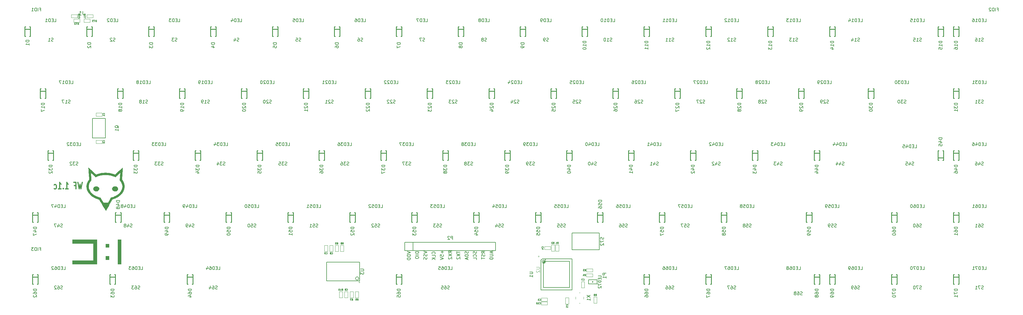
<source format=gbo>
%TF.GenerationSoftware,KiCad,Pcbnew,(2017-09-19 revision dddaa7e69)-makepkg*%
%TF.CreationDate,2017-11-22T14:32:36-05:00*%
%TF.ProjectId,WhiteFox,5768697465466F782E6B696361645F70,1.1c*%
%TF.SameCoordinates,Original*%
%TF.FileFunction,Legend,Bot*%
%TF.FilePolarity,Positive*%
%FSLAX46Y46*%
G04 Gerber Fmt 4.6, Leading zero omitted, Abs format (unit mm)*
G04 Created by KiCad (PCBNEW (2017-09-19 revision dddaa7e69)-makepkg) date 11/22/17 14:32:36*
%MOMM*%
%LPD*%
G01*
G04 APERTURE LIST*
%ADD10C,0.304800*%
%ADD11C,0.200000*%
%ADD12C,0.050800*%
%ADD13C,0.010000*%
%ADD14C,0.127000*%
%ADD15C,0.220980*%
%ADD16C,0.100000*%
%ADD17C,0.149860*%
%ADD18C,0.203200*%
%ADD19C,0.050000*%
G04 APERTURE END LIST*
D10*
X70013285Y-132110238D02*
X69650428Y-134142238D01*
X69360142Y-132690809D01*
X69069857Y-134142238D01*
X68707000Y-132110238D01*
X67618428Y-133077857D02*
X68126428Y-133077857D01*
X68126428Y-134142238D02*
X68126428Y-132110238D01*
X67400714Y-132110238D01*
X64860714Y-134142238D02*
X65731571Y-134142238D01*
X65296142Y-134142238D02*
X65296142Y-132110238D01*
X65441285Y-132400523D01*
X65586428Y-132594047D01*
X65731571Y-132690809D01*
X64207571Y-133948714D02*
X64135000Y-134045476D01*
X64207571Y-134142238D01*
X64280142Y-134045476D01*
X64207571Y-133948714D01*
X64207571Y-134142238D01*
X62683571Y-134142238D02*
X63554428Y-134142238D01*
X63119000Y-134142238D02*
X63119000Y-132110238D01*
X63264142Y-132400523D01*
X63409285Y-132594047D01*
X63554428Y-132690809D01*
X61377285Y-134045476D02*
X61522428Y-134142238D01*
X61812714Y-134142238D01*
X61957857Y-134045476D01*
X62030428Y-133948714D01*
X62103000Y-133755190D01*
X62103000Y-133174619D01*
X62030428Y-132981095D01*
X61957857Y-132884333D01*
X61812714Y-132787571D01*
X61522428Y-132787571D01*
X61377285Y-132884333D01*
D11*
X196127666Y-153297095D02*
X196127666Y-153773285D01*
X196413380Y-153201857D02*
X195413380Y-153535190D01*
X196413380Y-153868523D01*
X195413380Y-154201857D02*
X196222904Y-154201857D01*
X196318142Y-154249476D01*
X196365761Y-154297095D01*
X196413380Y-154392333D01*
X196413380Y-154582809D01*
X196365761Y-154678047D01*
X196318142Y-154725666D01*
X196222904Y-154773285D01*
X195413380Y-154773285D01*
X196413380Y-155249476D02*
X195413380Y-155249476D01*
X195413380Y-155487571D01*
X195461000Y-155630428D01*
X195556238Y-155725666D01*
X195651476Y-155773285D01*
X195841952Y-155820904D01*
X195984809Y-155820904D01*
X196175285Y-155773285D01*
X196270523Y-155725666D01*
X196365761Y-155630428D01*
X196413380Y-155487571D01*
X196413380Y-155249476D01*
X193873380Y-153884380D02*
X193397190Y-153551047D01*
X193873380Y-153312952D02*
X192873380Y-153312952D01*
X192873380Y-153693904D01*
X192921000Y-153789142D01*
X192968619Y-153836761D01*
X193063857Y-153884380D01*
X193206714Y-153884380D01*
X193301952Y-153836761D01*
X193349571Y-153789142D01*
X193397190Y-153693904D01*
X193397190Y-153312952D01*
X193825761Y-154265333D02*
X193873380Y-154408190D01*
X193873380Y-154646285D01*
X193825761Y-154741523D01*
X193778142Y-154789142D01*
X193682904Y-154836761D01*
X193587666Y-154836761D01*
X193492428Y-154789142D01*
X193444809Y-154741523D01*
X193397190Y-154646285D01*
X193349571Y-154455809D01*
X193301952Y-154360571D01*
X193254333Y-154312952D01*
X193159095Y-154265333D01*
X193063857Y-154265333D01*
X192968619Y-154312952D01*
X192921000Y-154360571D01*
X192873380Y-154455809D01*
X192873380Y-154693904D01*
X192921000Y-154836761D01*
X192873380Y-155122476D02*
X192873380Y-155693904D01*
X193873380Y-155408190D02*
X192873380Y-155408190D01*
X191285761Y-153368523D02*
X191333380Y-153511380D01*
X191333380Y-153749476D01*
X191285761Y-153844714D01*
X191238142Y-153892333D01*
X191142904Y-153939952D01*
X191047666Y-153939952D01*
X190952428Y-153892333D01*
X190904809Y-153844714D01*
X190857190Y-153749476D01*
X190809571Y-153559000D01*
X190761952Y-153463761D01*
X190714333Y-153416142D01*
X190619095Y-153368523D01*
X190523857Y-153368523D01*
X190428619Y-153416142D01*
X190381000Y-153463761D01*
X190333380Y-153559000D01*
X190333380Y-153797095D01*
X190381000Y-153939952D01*
X191238142Y-154939952D02*
X191285761Y-154892333D01*
X191333380Y-154749476D01*
X191333380Y-154654238D01*
X191285761Y-154511380D01*
X191190523Y-154416142D01*
X191095285Y-154368523D01*
X190904809Y-154320904D01*
X190761952Y-154320904D01*
X190571476Y-154368523D01*
X190476238Y-154416142D01*
X190381000Y-154511380D01*
X190333380Y-154654238D01*
X190333380Y-154749476D01*
X190381000Y-154892333D01*
X190428619Y-154939952D01*
X191333380Y-155844714D02*
X191333380Y-155368523D01*
X190333380Y-155368523D01*
X188745761Y-153344714D02*
X188793380Y-153487571D01*
X188793380Y-153725666D01*
X188745761Y-153820904D01*
X188698142Y-153868523D01*
X188602904Y-153916142D01*
X188507666Y-153916142D01*
X188412428Y-153868523D01*
X188364809Y-153820904D01*
X188317190Y-153725666D01*
X188269571Y-153535190D01*
X188221952Y-153439952D01*
X188174333Y-153392333D01*
X188079095Y-153344714D01*
X187983857Y-153344714D01*
X187888619Y-153392333D01*
X187841000Y-153439952D01*
X187793380Y-153535190D01*
X187793380Y-153773285D01*
X187841000Y-153916142D01*
X188793380Y-154344714D02*
X187793380Y-154344714D01*
X187793380Y-154582809D01*
X187841000Y-154725666D01*
X187936238Y-154820904D01*
X188031476Y-154868523D01*
X188221952Y-154916142D01*
X188364809Y-154916142D01*
X188555285Y-154868523D01*
X188650523Y-154820904D01*
X188745761Y-154725666D01*
X188793380Y-154582809D01*
X188793380Y-154344714D01*
X188507666Y-155297095D02*
X188507666Y-155773285D01*
X188793380Y-155201857D02*
X187793380Y-155535190D01*
X188793380Y-155868523D01*
X185253380Y-153320904D02*
X185253380Y-153892333D01*
X186253380Y-153606619D02*
X185253380Y-153606619D01*
X185253380Y-154130428D02*
X186253380Y-154797095D01*
X185253380Y-154797095D02*
X186253380Y-154130428D01*
X185348619Y-155130428D02*
X185301000Y-155178047D01*
X185253380Y-155273285D01*
X185253380Y-155511380D01*
X185301000Y-155606619D01*
X185348619Y-155654238D01*
X185443857Y-155701857D01*
X185539095Y-155701857D01*
X185681952Y-155654238D01*
X186253380Y-155082809D01*
X186253380Y-155701857D01*
X183713380Y-153789142D02*
X183237190Y-153455809D01*
X183713380Y-153217714D02*
X182713380Y-153217714D01*
X182713380Y-153598666D01*
X182761000Y-153693904D01*
X182808619Y-153741523D01*
X182903857Y-153789142D01*
X183046714Y-153789142D01*
X183141952Y-153741523D01*
X183189571Y-153693904D01*
X183237190Y-153598666D01*
X183237190Y-153217714D01*
X182713380Y-154122476D02*
X183713380Y-154789142D01*
X182713380Y-154789142D02*
X183713380Y-154122476D01*
X182808619Y-155122476D02*
X182761000Y-155170095D01*
X182713380Y-155265333D01*
X182713380Y-155503428D01*
X182761000Y-155598666D01*
X182808619Y-155646285D01*
X182903857Y-155693904D01*
X182999095Y-155693904D01*
X183141952Y-155646285D01*
X183713380Y-155074857D01*
X183713380Y-155693904D01*
X180792428Y-153146285D02*
X180792428Y-153908190D01*
X181173380Y-153527238D02*
X180411476Y-153527238D01*
X180173380Y-154860571D02*
X180173380Y-154384380D01*
X180649571Y-154336761D01*
X180601952Y-154384380D01*
X180554333Y-154479619D01*
X180554333Y-154717714D01*
X180601952Y-154812952D01*
X180649571Y-154860571D01*
X180744809Y-154908190D01*
X180982904Y-154908190D01*
X181078142Y-154860571D01*
X181125761Y-154812952D01*
X181173380Y-154717714D01*
X181173380Y-154479619D01*
X181125761Y-154384380D01*
X181078142Y-154336761D01*
X180173380Y-155193904D02*
X181173380Y-155527238D01*
X180173380Y-155860571D01*
X178538142Y-154090761D02*
X178585761Y-154043142D01*
X178633380Y-153900285D01*
X178633380Y-153805047D01*
X178585761Y-153662190D01*
X178490523Y-153566952D01*
X178395285Y-153519333D01*
X178204809Y-153471714D01*
X178061952Y-153471714D01*
X177871476Y-153519333D01*
X177776238Y-153566952D01*
X177681000Y-153662190D01*
X177633380Y-153805047D01*
X177633380Y-153900285D01*
X177681000Y-154043142D01*
X177728619Y-154090761D01*
X178633380Y-154995523D02*
X178633380Y-154519333D01*
X177633380Y-154519333D01*
X178633380Y-155328857D02*
X177633380Y-155328857D01*
X178633380Y-155900285D02*
X178061952Y-155471714D01*
X177633380Y-155900285D02*
X178204809Y-155328857D01*
X175093380Y-153273285D02*
X176093380Y-153606619D01*
X175093380Y-153939952D01*
X176045761Y-154225666D02*
X176093380Y-154368523D01*
X176093380Y-154606619D01*
X176045761Y-154701857D01*
X175998142Y-154749476D01*
X175902904Y-154797095D01*
X175807666Y-154797095D01*
X175712428Y-154749476D01*
X175664809Y-154701857D01*
X175617190Y-154606619D01*
X175569571Y-154416142D01*
X175521952Y-154320904D01*
X175474333Y-154273285D01*
X175379095Y-154225666D01*
X175283857Y-154225666D01*
X175188619Y-154273285D01*
X175141000Y-154320904D01*
X175093380Y-154416142D01*
X175093380Y-154654238D01*
X175141000Y-154797095D01*
X176045761Y-155178047D02*
X176093380Y-155320904D01*
X176093380Y-155559000D01*
X176045761Y-155654238D01*
X175998142Y-155701857D01*
X175902904Y-155749476D01*
X175807666Y-155749476D01*
X175712428Y-155701857D01*
X175664809Y-155654238D01*
X175617190Y-155559000D01*
X175569571Y-155368523D01*
X175521952Y-155273285D01*
X175474333Y-155225666D01*
X175379095Y-155178047D01*
X175283857Y-155178047D01*
X175188619Y-155225666D01*
X175141000Y-155273285D01*
X175093380Y-155368523D01*
X175093380Y-155606619D01*
X175141000Y-155749476D01*
X173553380Y-153408190D02*
X172553380Y-153408190D01*
X172553380Y-153646285D01*
X172601000Y-153789142D01*
X172696238Y-153884380D01*
X172791476Y-153932000D01*
X172981952Y-153979619D01*
X173124809Y-153979619D01*
X173315285Y-153932000D01*
X173410523Y-153884380D01*
X173505761Y-153789142D01*
X173553380Y-153646285D01*
X173553380Y-153408190D01*
X173553380Y-154408190D02*
X172553380Y-154408190D01*
X172553380Y-155074857D02*
X172553380Y-155265333D01*
X172601000Y-155360571D01*
X172696238Y-155455809D01*
X172886714Y-155503428D01*
X173220047Y-155503428D01*
X173410523Y-155455809D01*
X173505761Y-155360571D01*
X173553380Y-155265333D01*
X173553380Y-155074857D01*
X173505761Y-154979619D01*
X173410523Y-154884380D01*
X173220047Y-154836761D01*
X172886714Y-154836761D01*
X172696238Y-154884380D01*
X172601000Y-154979619D01*
X172553380Y-155074857D01*
X170013380Y-153352666D02*
X171013380Y-153686000D01*
X170013380Y-154019333D01*
X171013380Y-154352666D02*
X170013380Y-154352666D01*
X170013380Y-154590761D01*
X170061000Y-154733619D01*
X170156238Y-154828857D01*
X170251476Y-154876476D01*
X170441952Y-154924095D01*
X170584809Y-154924095D01*
X170775285Y-154876476D01*
X170870523Y-154828857D01*
X170965761Y-154733619D01*
X171013380Y-154590761D01*
X171013380Y-154352666D01*
X171013380Y-155352666D02*
X170013380Y-155352666D01*
X170013380Y-155590761D01*
X170061000Y-155733619D01*
X170156238Y-155828857D01*
X170251476Y-155876476D01*
X170441952Y-155924095D01*
X170584809Y-155924095D01*
X170775285Y-155876476D01*
X170870523Y-155828857D01*
X170965761Y-155733619D01*
X171013380Y-155590761D01*
X171013380Y-155352666D01*
D12*
%TO.C,D73*%
X70551000Y-81872200D02*
X70551000Y-82872200D01*
X70551000Y-82872200D02*
X72451000Y-82872200D01*
X72451000Y-82872200D02*
X72451000Y-81872200D01*
X72451000Y-81872200D02*
X70551000Y-81872200D01*
%TO.C,D72*%
X69276000Y-82872200D02*
X69276000Y-81872200D01*
X69276000Y-81872200D02*
X67376000Y-81872200D01*
X67376000Y-81872200D02*
X67376000Y-82872200D01*
X67376000Y-82872200D02*
X69276000Y-82872200D01*
%TO.C,R12*%
X68514000Y-81475200D02*
X68514000Y-80475200D01*
X68514000Y-80475200D02*
X66614000Y-80475200D01*
X66614000Y-80475200D02*
X66614000Y-81475200D01*
X66614000Y-81475200D02*
X68514000Y-81475200D01*
%TO.C,R11*%
X71440000Y-80475200D02*
X71440000Y-81475200D01*
X71440000Y-81475200D02*
X73340000Y-81475200D01*
X73340000Y-81475200D02*
X73340000Y-80475200D01*
X73340000Y-80475200D02*
X71440000Y-80475200D01*
%TO.C,R10*%
X150106000Y-165674000D02*
X149106000Y-165674000D01*
X149106000Y-165674000D02*
X149106000Y-167574000D01*
X149106000Y-167574000D02*
X150106000Y-167574000D01*
X150106000Y-167574000D02*
X150106000Y-165674000D01*
%TO.C,R9*%
X154059000Y-167574000D02*
X155059000Y-167574000D01*
X155059000Y-167574000D02*
X155059000Y-165674000D01*
X155059000Y-165674000D02*
X154059000Y-165674000D01*
X154059000Y-165674000D02*
X154059000Y-167574000D01*
%TO.C,R8*%
X228402000Y-167325000D02*
X227402000Y-167325000D01*
X227402000Y-167325000D02*
X227402000Y-169225000D01*
X227402000Y-169225000D02*
X228402000Y-169225000D01*
X228402000Y-169225000D02*
X228402000Y-167325000D01*
%TO.C,R7*%
X152408000Y-167574000D02*
X153408000Y-167574000D01*
X153408000Y-167574000D02*
X153408000Y-165674000D01*
X153408000Y-165674000D02*
X152408000Y-165674000D01*
X152408000Y-165674000D02*
X152408000Y-167574000D01*
%TO.C,R6*%
X150487000Y-151450000D02*
X149487000Y-151450000D01*
X149487000Y-151450000D02*
X149487000Y-153350000D01*
X149487000Y-153350000D02*
X150487000Y-153350000D01*
X150487000Y-153350000D02*
X150487000Y-151450000D01*
%TO.C,R5*%
X148836000Y-151450000D02*
X147836000Y-151450000D01*
X147836000Y-151450000D02*
X147836000Y-153350000D01*
X147836000Y-153350000D02*
X148836000Y-153350000D01*
X148836000Y-153350000D02*
X148836000Y-151450000D01*
%TO.C,R4*%
X225174000Y-160155000D02*
X225174000Y-161155000D01*
X225174000Y-161155000D02*
X227074000Y-161155000D01*
X227074000Y-161155000D02*
X227074000Y-160155000D01*
X227074000Y-160155000D02*
X225174000Y-160155000D01*
%TO.C,R3*%
X225174000Y-158631000D02*
X225174000Y-159631000D01*
X225174000Y-159631000D02*
X227074000Y-159631000D01*
X227074000Y-159631000D02*
X227074000Y-158631000D01*
X227074000Y-158631000D02*
X225174000Y-158631000D01*
%TO.C,C9*%
X144534000Y-153350000D02*
X145534000Y-153350000D01*
X145534000Y-153350000D02*
X145534000Y-151450000D01*
X145534000Y-151450000D02*
X144534000Y-151450000D01*
X144534000Y-151450000D02*
X144534000Y-153350000D01*
%TO.C,C8*%
X146185000Y-153350000D02*
X147185000Y-153350000D01*
X147185000Y-153350000D02*
X147185000Y-151450000D01*
X147185000Y-151450000D02*
X146185000Y-151450000D01*
X146185000Y-151450000D02*
X146185000Y-153350000D01*
%TO.C,C7*%
X224592000Y-162626000D02*
X223592000Y-162626000D01*
X223592000Y-162626000D02*
X223592000Y-164526000D01*
X223592000Y-164526000D02*
X224592000Y-164526000D01*
X224592000Y-164526000D02*
X224592000Y-162626000D01*
%TO.C,C6*%
X151757000Y-165674000D02*
X150757000Y-165674000D01*
X150757000Y-165674000D02*
X150757000Y-167574000D01*
X150757000Y-167574000D02*
X151757000Y-167574000D01*
X151757000Y-167574000D02*
X151757000Y-165674000D01*
%TO.C,C5*%
X219702000Y-167579000D02*
X218702000Y-167579000D01*
X218702000Y-167579000D02*
X218702000Y-169479000D01*
X218702000Y-169479000D02*
X219702000Y-169479000D01*
X219702000Y-169479000D02*
X219702000Y-167579000D01*
%TO.C,C4*%
X212283000Y-151773000D02*
X212283000Y-152773000D01*
X212283000Y-152773000D02*
X214183000Y-152773000D01*
X214183000Y-152773000D02*
X214183000Y-151773000D01*
X214183000Y-151773000D02*
X212283000Y-151773000D01*
%TO.C,C3*%
X211267000Y-167648000D02*
X211267000Y-168648000D01*
X211267000Y-168648000D02*
X213167000Y-168648000D01*
X213167000Y-168648000D02*
X213167000Y-167648000D01*
X213167000Y-167648000D02*
X211267000Y-167648000D01*
%TO.C,C2*%
X76134000Y-120134000D02*
X76134000Y-119134000D01*
X76134000Y-119134000D02*
X74234000Y-119134000D01*
X74234000Y-119134000D02*
X74234000Y-120134000D01*
X74234000Y-120134000D02*
X76134000Y-120134000D01*
%TO.C,C1*%
X76134000Y-111752000D02*
X76134000Y-110752000D01*
X76134000Y-110752000D02*
X74234000Y-110752000D01*
X74234000Y-110752000D02*
X74234000Y-111752000D01*
X74234000Y-111752000D02*
X76134000Y-111752000D01*
%TO.C,R1*%
X216654000Y-151323000D02*
X215654000Y-151323000D01*
X215654000Y-151323000D02*
X215654000Y-153223000D01*
X215654000Y-153223000D02*
X216654000Y-153223000D01*
X216654000Y-153223000D02*
X216654000Y-151323000D01*
%TO.C,R2*%
X215384000Y-151323000D02*
X214384000Y-151323000D01*
X214384000Y-151323000D02*
X214384000Y-153223000D01*
X214384000Y-153223000D02*
X215384000Y-153223000D01*
X215384000Y-153223000D02*
X215384000Y-151323000D01*
%TO.C,C10*%
X211267000Y-168791000D02*
X211267000Y-169791000D01*
X211267000Y-169791000D02*
X213167000Y-169791000D01*
X213167000Y-169791000D02*
X213167000Y-168791000D01*
X213167000Y-168791000D02*
X211267000Y-168791000D01*
D13*
%TO.C,IC_LOGO*%
G36*
X81995000Y-149685000D02*
X81845000Y-149685000D01*
X81845000Y-149835000D01*
X81995000Y-149835000D01*
X81995000Y-149685000D01*
X81995000Y-149685000D01*
G37*
X81995000Y-149685000D02*
X81845000Y-149685000D01*
X81845000Y-149835000D01*
X81995000Y-149835000D01*
X81995000Y-149685000D01*
G36*
X81845000Y-149685000D02*
X81695000Y-149685000D01*
X81695000Y-149835000D01*
X81845000Y-149835000D01*
X81845000Y-149685000D01*
X81845000Y-149685000D01*
G37*
X81845000Y-149685000D02*
X81695000Y-149685000D01*
X81695000Y-149835000D01*
X81845000Y-149835000D01*
X81845000Y-149685000D01*
G36*
X81695000Y-149685000D02*
X81545000Y-149685000D01*
X81545000Y-149835000D01*
X81695000Y-149835000D01*
X81695000Y-149685000D01*
X81695000Y-149685000D01*
G37*
X81695000Y-149685000D02*
X81545000Y-149685000D01*
X81545000Y-149835000D01*
X81695000Y-149835000D01*
X81695000Y-149685000D01*
G36*
X81545000Y-149685000D02*
X81395000Y-149685000D01*
X81395000Y-149835000D01*
X81545000Y-149835000D01*
X81545000Y-149685000D01*
X81545000Y-149685000D01*
G37*
X81545000Y-149685000D02*
X81395000Y-149685000D01*
X81395000Y-149835000D01*
X81545000Y-149835000D01*
X81545000Y-149685000D01*
G36*
X81395000Y-149685000D02*
X81245000Y-149685000D01*
X81245000Y-149835000D01*
X81395000Y-149835000D01*
X81395000Y-149685000D01*
X81395000Y-149685000D01*
G37*
X81395000Y-149685000D02*
X81245000Y-149685000D01*
X81245000Y-149835000D01*
X81395000Y-149835000D01*
X81395000Y-149685000D01*
G36*
X81245000Y-149685000D02*
X81095000Y-149685000D01*
X81095000Y-149835000D01*
X81245000Y-149835000D01*
X81245000Y-149685000D01*
X81245000Y-149685000D01*
G37*
X81245000Y-149685000D02*
X81095000Y-149685000D01*
X81095000Y-149835000D01*
X81245000Y-149835000D01*
X81245000Y-149685000D01*
G36*
X81095000Y-149685000D02*
X80945000Y-149685000D01*
X80945000Y-149835000D01*
X81095000Y-149835000D01*
X81095000Y-149685000D01*
X81095000Y-149685000D01*
G37*
X81095000Y-149685000D02*
X80945000Y-149685000D01*
X80945000Y-149835000D01*
X81095000Y-149835000D01*
X81095000Y-149685000D01*
G36*
X74495000Y-149685000D02*
X74345000Y-149685000D01*
X74345000Y-149835000D01*
X74495000Y-149835000D01*
X74495000Y-149685000D01*
X74495000Y-149685000D01*
G37*
X74495000Y-149685000D02*
X74345000Y-149685000D01*
X74345000Y-149835000D01*
X74495000Y-149835000D01*
X74495000Y-149685000D01*
G36*
X74345000Y-149685000D02*
X74195000Y-149685000D01*
X74195000Y-149835000D01*
X74345000Y-149835000D01*
X74345000Y-149685000D01*
X74345000Y-149685000D01*
G37*
X74345000Y-149685000D02*
X74195000Y-149685000D01*
X74195000Y-149835000D01*
X74345000Y-149835000D01*
X74345000Y-149685000D01*
G36*
X74195000Y-149685000D02*
X74045000Y-149685000D01*
X74045000Y-149835000D01*
X74195000Y-149835000D01*
X74195000Y-149685000D01*
X74195000Y-149685000D01*
G37*
X74195000Y-149685000D02*
X74045000Y-149685000D01*
X74045000Y-149835000D01*
X74195000Y-149835000D01*
X74195000Y-149685000D01*
G36*
X74045000Y-149685000D02*
X73895000Y-149685000D01*
X73895000Y-149835000D01*
X74045000Y-149835000D01*
X74045000Y-149685000D01*
X74045000Y-149685000D01*
G37*
X74045000Y-149685000D02*
X73895000Y-149685000D01*
X73895000Y-149835000D01*
X74045000Y-149835000D01*
X74045000Y-149685000D01*
G36*
X73895000Y-149685000D02*
X73745000Y-149685000D01*
X73745000Y-149835000D01*
X73895000Y-149835000D01*
X73895000Y-149685000D01*
X73895000Y-149685000D01*
G37*
X73895000Y-149685000D02*
X73745000Y-149685000D01*
X73745000Y-149835000D01*
X73895000Y-149835000D01*
X73895000Y-149685000D01*
G36*
X73745000Y-149685000D02*
X73595000Y-149685000D01*
X73595000Y-149835000D01*
X73745000Y-149835000D01*
X73745000Y-149685000D01*
X73745000Y-149685000D01*
G37*
X73745000Y-149685000D02*
X73595000Y-149685000D01*
X73595000Y-149835000D01*
X73745000Y-149835000D01*
X73745000Y-149685000D01*
G36*
X73595000Y-149685000D02*
X73445000Y-149685000D01*
X73445000Y-149835000D01*
X73595000Y-149835000D01*
X73595000Y-149685000D01*
X73595000Y-149685000D01*
G37*
X73595000Y-149685000D02*
X73445000Y-149685000D01*
X73445000Y-149835000D01*
X73595000Y-149835000D01*
X73595000Y-149685000D01*
G36*
X73445000Y-149685000D02*
X73295000Y-149685000D01*
X73295000Y-149835000D01*
X73445000Y-149835000D01*
X73445000Y-149685000D01*
X73445000Y-149685000D01*
G37*
X73445000Y-149685000D02*
X73295000Y-149685000D01*
X73295000Y-149835000D01*
X73445000Y-149835000D01*
X73445000Y-149685000D01*
G36*
X73295000Y-149685000D02*
X73145000Y-149685000D01*
X73145000Y-149835000D01*
X73295000Y-149835000D01*
X73295000Y-149685000D01*
X73295000Y-149685000D01*
G37*
X73295000Y-149685000D02*
X73145000Y-149685000D01*
X73145000Y-149835000D01*
X73295000Y-149835000D01*
X73295000Y-149685000D01*
G36*
X73145000Y-149685000D02*
X72995000Y-149685000D01*
X72995000Y-149835000D01*
X73145000Y-149835000D01*
X73145000Y-149685000D01*
X73145000Y-149685000D01*
G37*
X73145000Y-149685000D02*
X72995000Y-149685000D01*
X72995000Y-149835000D01*
X73145000Y-149835000D01*
X73145000Y-149685000D01*
G36*
X72995000Y-149685000D02*
X72845000Y-149685000D01*
X72845000Y-149835000D01*
X72995000Y-149835000D01*
X72995000Y-149685000D01*
X72995000Y-149685000D01*
G37*
X72995000Y-149685000D02*
X72845000Y-149685000D01*
X72845000Y-149835000D01*
X72995000Y-149835000D01*
X72995000Y-149685000D01*
G36*
X72845000Y-149685000D02*
X72695000Y-149685000D01*
X72695000Y-149835000D01*
X72845000Y-149835000D01*
X72845000Y-149685000D01*
X72845000Y-149685000D01*
G37*
X72845000Y-149685000D02*
X72695000Y-149685000D01*
X72695000Y-149835000D01*
X72845000Y-149835000D01*
X72845000Y-149685000D01*
G36*
X72695000Y-149685000D02*
X72545000Y-149685000D01*
X72545000Y-149835000D01*
X72695000Y-149835000D01*
X72695000Y-149685000D01*
X72695000Y-149685000D01*
G37*
X72695000Y-149685000D02*
X72545000Y-149685000D01*
X72545000Y-149835000D01*
X72695000Y-149835000D01*
X72695000Y-149685000D01*
G36*
X72545000Y-149685000D02*
X72395000Y-149685000D01*
X72395000Y-149835000D01*
X72545000Y-149835000D01*
X72545000Y-149685000D01*
X72545000Y-149685000D01*
G37*
X72545000Y-149685000D02*
X72395000Y-149685000D01*
X72395000Y-149835000D01*
X72545000Y-149835000D01*
X72545000Y-149685000D01*
G36*
X72395000Y-149685000D02*
X72245000Y-149685000D01*
X72245000Y-149835000D01*
X72395000Y-149835000D01*
X72395000Y-149685000D01*
X72395000Y-149685000D01*
G37*
X72395000Y-149685000D02*
X72245000Y-149685000D01*
X72245000Y-149835000D01*
X72395000Y-149835000D01*
X72395000Y-149685000D01*
G36*
X72245000Y-149685000D02*
X72095000Y-149685000D01*
X72095000Y-149835000D01*
X72245000Y-149835000D01*
X72245000Y-149685000D01*
X72245000Y-149685000D01*
G37*
X72245000Y-149685000D02*
X72095000Y-149685000D01*
X72095000Y-149835000D01*
X72245000Y-149835000D01*
X72245000Y-149685000D01*
G36*
X72095000Y-149685000D02*
X71945000Y-149685000D01*
X71945000Y-149835000D01*
X72095000Y-149835000D01*
X72095000Y-149685000D01*
X72095000Y-149685000D01*
G37*
X72095000Y-149685000D02*
X71945000Y-149685000D01*
X71945000Y-149835000D01*
X72095000Y-149835000D01*
X72095000Y-149685000D01*
G36*
X71945000Y-149685000D02*
X71795000Y-149685000D01*
X71795000Y-149835000D01*
X71945000Y-149835000D01*
X71945000Y-149685000D01*
X71945000Y-149685000D01*
G37*
X71945000Y-149685000D02*
X71795000Y-149685000D01*
X71795000Y-149835000D01*
X71945000Y-149835000D01*
X71945000Y-149685000D01*
G36*
X71795000Y-149685000D02*
X71645000Y-149685000D01*
X71645000Y-149835000D01*
X71795000Y-149835000D01*
X71795000Y-149685000D01*
X71795000Y-149685000D01*
G37*
X71795000Y-149685000D02*
X71645000Y-149685000D01*
X71645000Y-149835000D01*
X71795000Y-149835000D01*
X71795000Y-149685000D01*
G36*
X71645000Y-149685000D02*
X71495000Y-149685000D01*
X71495000Y-149835000D01*
X71645000Y-149835000D01*
X71645000Y-149685000D01*
X71645000Y-149685000D01*
G37*
X71645000Y-149685000D02*
X71495000Y-149685000D01*
X71495000Y-149835000D01*
X71645000Y-149835000D01*
X71645000Y-149685000D01*
G36*
X71495000Y-149685000D02*
X71345000Y-149685000D01*
X71345000Y-149835000D01*
X71495000Y-149835000D01*
X71495000Y-149685000D01*
X71495000Y-149685000D01*
G37*
X71495000Y-149685000D02*
X71345000Y-149685000D01*
X71345000Y-149835000D01*
X71495000Y-149835000D01*
X71495000Y-149685000D01*
G36*
X71345000Y-149685000D02*
X71195000Y-149685000D01*
X71195000Y-149835000D01*
X71345000Y-149835000D01*
X71345000Y-149685000D01*
X71345000Y-149685000D01*
G37*
X71345000Y-149685000D02*
X71195000Y-149685000D01*
X71195000Y-149835000D01*
X71345000Y-149835000D01*
X71345000Y-149685000D01*
G36*
X71195000Y-149685000D02*
X71045000Y-149685000D01*
X71045000Y-149835000D01*
X71195000Y-149835000D01*
X71195000Y-149685000D01*
X71195000Y-149685000D01*
G37*
X71195000Y-149685000D02*
X71045000Y-149685000D01*
X71045000Y-149835000D01*
X71195000Y-149835000D01*
X71195000Y-149685000D01*
G36*
X71045000Y-149685000D02*
X70895000Y-149685000D01*
X70895000Y-149835000D01*
X71045000Y-149835000D01*
X71045000Y-149685000D01*
X71045000Y-149685000D01*
G37*
X71045000Y-149685000D02*
X70895000Y-149685000D01*
X70895000Y-149835000D01*
X71045000Y-149835000D01*
X71045000Y-149685000D01*
G36*
X70895000Y-149685000D02*
X70745000Y-149685000D01*
X70745000Y-149835000D01*
X70895000Y-149835000D01*
X70895000Y-149685000D01*
X70895000Y-149685000D01*
G37*
X70895000Y-149685000D02*
X70745000Y-149685000D01*
X70745000Y-149835000D01*
X70895000Y-149835000D01*
X70895000Y-149685000D01*
G36*
X70745000Y-149685000D02*
X70595000Y-149685000D01*
X70595000Y-149835000D01*
X70745000Y-149835000D01*
X70745000Y-149685000D01*
X70745000Y-149685000D01*
G37*
X70745000Y-149685000D02*
X70595000Y-149685000D01*
X70595000Y-149835000D01*
X70745000Y-149835000D01*
X70745000Y-149685000D01*
G36*
X70595000Y-149685000D02*
X70445000Y-149685000D01*
X70445000Y-149835000D01*
X70595000Y-149835000D01*
X70595000Y-149685000D01*
X70595000Y-149685000D01*
G37*
X70595000Y-149685000D02*
X70445000Y-149685000D01*
X70445000Y-149835000D01*
X70595000Y-149835000D01*
X70595000Y-149685000D01*
G36*
X70445000Y-149685000D02*
X70295000Y-149685000D01*
X70295000Y-149835000D01*
X70445000Y-149835000D01*
X70445000Y-149685000D01*
X70445000Y-149685000D01*
G37*
X70445000Y-149685000D02*
X70295000Y-149685000D01*
X70295000Y-149835000D01*
X70445000Y-149835000D01*
X70445000Y-149685000D01*
G36*
X70295000Y-149685000D02*
X70145000Y-149685000D01*
X70145000Y-149835000D01*
X70295000Y-149835000D01*
X70295000Y-149685000D01*
X70295000Y-149685000D01*
G37*
X70295000Y-149685000D02*
X70145000Y-149685000D01*
X70145000Y-149835000D01*
X70295000Y-149835000D01*
X70295000Y-149685000D01*
G36*
X70145000Y-149685000D02*
X69995000Y-149685000D01*
X69995000Y-149835000D01*
X70145000Y-149835000D01*
X70145000Y-149685000D01*
X70145000Y-149685000D01*
G37*
X70145000Y-149685000D02*
X69995000Y-149685000D01*
X69995000Y-149835000D01*
X70145000Y-149835000D01*
X70145000Y-149685000D01*
G36*
X69995000Y-149685000D02*
X69845000Y-149685000D01*
X69845000Y-149835000D01*
X69995000Y-149835000D01*
X69995000Y-149685000D01*
X69995000Y-149685000D01*
G37*
X69995000Y-149685000D02*
X69845000Y-149685000D01*
X69845000Y-149835000D01*
X69995000Y-149835000D01*
X69995000Y-149685000D01*
G36*
X69845000Y-149685000D02*
X69695000Y-149685000D01*
X69695000Y-149835000D01*
X69845000Y-149835000D01*
X69845000Y-149685000D01*
X69845000Y-149685000D01*
G37*
X69845000Y-149685000D02*
X69695000Y-149685000D01*
X69695000Y-149835000D01*
X69845000Y-149835000D01*
X69845000Y-149685000D01*
G36*
X69695000Y-149685000D02*
X69545000Y-149685000D01*
X69545000Y-149835000D01*
X69695000Y-149835000D01*
X69695000Y-149685000D01*
X69695000Y-149685000D01*
G37*
X69695000Y-149685000D02*
X69545000Y-149685000D01*
X69545000Y-149835000D01*
X69695000Y-149835000D01*
X69695000Y-149685000D01*
G36*
X69545000Y-149685000D02*
X69395000Y-149685000D01*
X69395000Y-149835000D01*
X69545000Y-149835000D01*
X69545000Y-149685000D01*
X69545000Y-149685000D01*
G37*
X69545000Y-149685000D02*
X69395000Y-149685000D01*
X69395000Y-149835000D01*
X69545000Y-149835000D01*
X69545000Y-149685000D01*
G36*
X69395000Y-149685000D02*
X69245000Y-149685000D01*
X69245000Y-149835000D01*
X69395000Y-149835000D01*
X69395000Y-149685000D01*
X69395000Y-149685000D01*
G37*
X69395000Y-149685000D02*
X69245000Y-149685000D01*
X69245000Y-149835000D01*
X69395000Y-149835000D01*
X69395000Y-149685000D01*
G36*
X69245000Y-149685000D02*
X69095000Y-149685000D01*
X69095000Y-149835000D01*
X69245000Y-149835000D01*
X69245000Y-149685000D01*
X69245000Y-149685000D01*
G37*
X69245000Y-149685000D02*
X69095000Y-149685000D01*
X69095000Y-149835000D01*
X69245000Y-149835000D01*
X69245000Y-149685000D01*
G36*
X69095000Y-149685000D02*
X68945000Y-149685000D01*
X68945000Y-149835000D01*
X69095000Y-149835000D01*
X69095000Y-149685000D01*
X69095000Y-149685000D01*
G37*
X69095000Y-149685000D02*
X68945000Y-149685000D01*
X68945000Y-149835000D01*
X69095000Y-149835000D01*
X69095000Y-149685000D01*
G36*
X68945000Y-149685000D02*
X68795000Y-149685000D01*
X68795000Y-149835000D01*
X68945000Y-149835000D01*
X68945000Y-149685000D01*
X68945000Y-149685000D01*
G37*
X68945000Y-149685000D02*
X68795000Y-149685000D01*
X68795000Y-149835000D01*
X68945000Y-149835000D01*
X68945000Y-149685000D01*
G36*
X68795000Y-149685000D02*
X68645000Y-149685000D01*
X68645000Y-149835000D01*
X68795000Y-149835000D01*
X68795000Y-149685000D01*
X68795000Y-149685000D01*
G37*
X68795000Y-149685000D02*
X68645000Y-149685000D01*
X68645000Y-149835000D01*
X68795000Y-149835000D01*
X68795000Y-149685000D01*
G36*
X68645000Y-149685000D02*
X68495000Y-149685000D01*
X68495000Y-149835000D01*
X68645000Y-149835000D01*
X68645000Y-149685000D01*
X68645000Y-149685000D01*
G37*
X68645000Y-149685000D02*
X68495000Y-149685000D01*
X68495000Y-149835000D01*
X68645000Y-149835000D01*
X68645000Y-149685000D01*
G36*
X68495000Y-149685000D02*
X68345000Y-149685000D01*
X68345000Y-149835000D01*
X68495000Y-149835000D01*
X68495000Y-149685000D01*
X68495000Y-149685000D01*
G37*
X68495000Y-149685000D02*
X68345000Y-149685000D01*
X68345000Y-149835000D01*
X68495000Y-149835000D01*
X68495000Y-149685000D01*
G36*
X68345000Y-149685000D02*
X68195000Y-149685000D01*
X68195000Y-149835000D01*
X68345000Y-149835000D01*
X68345000Y-149685000D01*
X68345000Y-149685000D01*
G37*
X68345000Y-149685000D02*
X68195000Y-149685000D01*
X68195000Y-149835000D01*
X68345000Y-149835000D01*
X68345000Y-149685000D01*
G36*
X68195000Y-149685000D02*
X68045000Y-149685000D01*
X68045000Y-149835000D01*
X68195000Y-149835000D01*
X68195000Y-149685000D01*
X68195000Y-149685000D01*
G37*
X68195000Y-149685000D02*
X68045000Y-149685000D01*
X68045000Y-149835000D01*
X68195000Y-149835000D01*
X68195000Y-149685000D01*
G36*
X68045000Y-149685000D02*
X67895000Y-149685000D01*
X67895000Y-149835000D01*
X68045000Y-149835000D01*
X68045000Y-149685000D01*
X68045000Y-149685000D01*
G37*
X68045000Y-149685000D02*
X67895000Y-149685000D01*
X67895000Y-149835000D01*
X68045000Y-149835000D01*
X68045000Y-149685000D01*
G36*
X67895000Y-149685000D02*
X67745000Y-149685000D01*
X67745000Y-149835000D01*
X67895000Y-149835000D01*
X67895000Y-149685000D01*
X67895000Y-149685000D01*
G37*
X67895000Y-149685000D02*
X67745000Y-149685000D01*
X67745000Y-149835000D01*
X67895000Y-149835000D01*
X67895000Y-149685000D01*
G36*
X67745000Y-149685000D02*
X67595000Y-149685000D01*
X67595000Y-149835000D01*
X67745000Y-149835000D01*
X67745000Y-149685000D01*
X67745000Y-149685000D01*
G37*
X67745000Y-149685000D02*
X67595000Y-149685000D01*
X67595000Y-149835000D01*
X67745000Y-149835000D01*
X67745000Y-149685000D01*
G36*
X67595000Y-149685000D02*
X67445000Y-149685000D01*
X67445000Y-149835000D01*
X67595000Y-149835000D01*
X67595000Y-149685000D01*
X67595000Y-149685000D01*
G37*
X67595000Y-149685000D02*
X67445000Y-149685000D01*
X67445000Y-149835000D01*
X67595000Y-149835000D01*
X67595000Y-149685000D01*
G36*
X67445000Y-149685000D02*
X67295000Y-149685000D01*
X67295000Y-149835000D01*
X67445000Y-149835000D01*
X67445000Y-149685000D01*
X67445000Y-149685000D01*
G37*
X67445000Y-149685000D02*
X67295000Y-149685000D01*
X67295000Y-149835000D01*
X67445000Y-149835000D01*
X67445000Y-149685000D01*
G36*
X67295000Y-149685000D02*
X67145000Y-149685000D01*
X67145000Y-149835000D01*
X67295000Y-149835000D01*
X67295000Y-149685000D01*
X67295000Y-149685000D01*
G37*
X67295000Y-149685000D02*
X67145000Y-149685000D01*
X67145000Y-149835000D01*
X67295000Y-149835000D01*
X67295000Y-149685000D01*
G36*
X67145000Y-149685000D02*
X66995000Y-149685000D01*
X66995000Y-149835000D01*
X67145000Y-149835000D01*
X67145000Y-149685000D01*
X67145000Y-149685000D01*
G37*
X67145000Y-149685000D02*
X66995000Y-149685000D01*
X66995000Y-149835000D01*
X67145000Y-149835000D01*
X67145000Y-149685000D01*
G36*
X81995000Y-149835000D02*
X81845000Y-149835000D01*
X81845000Y-149985000D01*
X81995000Y-149985000D01*
X81995000Y-149835000D01*
X81995000Y-149835000D01*
G37*
X81995000Y-149835000D02*
X81845000Y-149835000D01*
X81845000Y-149985000D01*
X81995000Y-149985000D01*
X81995000Y-149835000D01*
G36*
X81845000Y-149835000D02*
X81695000Y-149835000D01*
X81695000Y-149985000D01*
X81845000Y-149985000D01*
X81845000Y-149835000D01*
X81845000Y-149835000D01*
G37*
X81845000Y-149835000D02*
X81695000Y-149835000D01*
X81695000Y-149985000D01*
X81845000Y-149985000D01*
X81845000Y-149835000D01*
G36*
X81695000Y-149835000D02*
X81545000Y-149835000D01*
X81545000Y-149985000D01*
X81695000Y-149985000D01*
X81695000Y-149835000D01*
X81695000Y-149835000D01*
G37*
X81695000Y-149835000D02*
X81545000Y-149835000D01*
X81545000Y-149985000D01*
X81695000Y-149985000D01*
X81695000Y-149835000D01*
G36*
X81545000Y-149835000D02*
X81395000Y-149835000D01*
X81395000Y-149985000D01*
X81545000Y-149985000D01*
X81545000Y-149835000D01*
X81545000Y-149835000D01*
G37*
X81545000Y-149835000D02*
X81395000Y-149835000D01*
X81395000Y-149985000D01*
X81545000Y-149985000D01*
X81545000Y-149835000D01*
G36*
X81395000Y-149835000D02*
X81245000Y-149835000D01*
X81245000Y-149985000D01*
X81395000Y-149985000D01*
X81395000Y-149835000D01*
X81395000Y-149835000D01*
G37*
X81395000Y-149835000D02*
X81245000Y-149835000D01*
X81245000Y-149985000D01*
X81395000Y-149985000D01*
X81395000Y-149835000D01*
G36*
X81245000Y-149835000D02*
X81095000Y-149835000D01*
X81095000Y-149985000D01*
X81245000Y-149985000D01*
X81245000Y-149835000D01*
X81245000Y-149835000D01*
G37*
X81245000Y-149835000D02*
X81095000Y-149835000D01*
X81095000Y-149985000D01*
X81245000Y-149985000D01*
X81245000Y-149835000D01*
G36*
X81095000Y-149835000D02*
X80945000Y-149835000D01*
X80945000Y-149985000D01*
X81095000Y-149985000D01*
X81095000Y-149835000D01*
X81095000Y-149835000D01*
G37*
X81095000Y-149835000D02*
X80945000Y-149835000D01*
X80945000Y-149985000D01*
X81095000Y-149985000D01*
X81095000Y-149835000D01*
G36*
X74495000Y-149835000D02*
X74345000Y-149835000D01*
X74345000Y-149985000D01*
X74495000Y-149985000D01*
X74495000Y-149835000D01*
X74495000Y-149835000D01*
G37*
X74495000Y-149835000D02*
X74345000Y-149835000D01*
X74345000Y-149985000D01*
X74495000Y-149985000D01*
X74495000Y-149835000D01*
G36*
X74345000Y-149835000D02*
X74195000Y-149835000D01*
X74195000Y-149985000D01*
X74345000Y-149985000D01*
X74345000Y-149835000D01*
X74345000Y-149835000D01*
G37*
X74345000Y-149835000D02*
X74195000Y-149835000D01*
X74195000Y-149985000D01*
X74345000Y-149985000D01*
X74345000Y-149835000D01*
G36*
X74195000Y-149835000D02*
X74045000Y-149835000D01*
X74045000Y-149985000D01*
X74195000Y-149985000D01*
X74195000Y-149835000D01*
X74195000Y-149835000D01*
G37*
X74195000Y-149835000D02*
X74045000Y-149835000D01*
X74045000Y-149985000D01*
X74195000Y-149985000D01*
X74195000Y-149835000D01*
G36*
X74045000Y-149835000D02*
X73895000Y-149835000D01*
X73895000Y-149985000D01*
X74045000Y-149985000D01*
X74045000Y-149835000D01*
X74045000Y-149835000D01*
G37*
X74045000Y-149835000D02*
X73895000Y-149835000D01*
X73895000Y-149985000D01*
X74045000Y-149985000D01*
X74045000Y-149835000D01*
G36*
X73895000Y-149835000D02*
X73745000Y-149835000D01*
X73745000Y-149985000D01*
X73895000Y-149985000D01*
X73895000Y-149835000D01*
X73895000Y-149835000D01*
G37*
X73895000Y-149835000D02*
X73745000Y-149835000D01*
X73745000Y-149985000D01*
X73895000Y-149985000D01*
X73895000Y-149835000D01*
G36*
X73745000Y-149835000D02*
X73595000Y-149835000D01*
X73595000Y-149985000D01*
X73745000Y-149985000D01*
X73745000Y-149835000D01*
X73745000Y-149835000D01*
G37*
X73745000Y-149835000D02*
X73595000Y-149835000D01*
X73595000Y-149985000D01*
X73745000Y-149985000D01*
X73745000Y-149835000D01*
G36*
X73595000Y-149835000D02*
X73445000Y-149835000D01*
X73445000Y-149985000D01*
X73595000Y-149985000D01*
X73595000Y-149835000D01*
X73595000Y-149835000D01*
G37*
X73595000Y-149835000D02*
X73445000Y-149835000D01*
X73445000Y-149985000D01*
X73595000Y-149985000D01*
X73595000Y-149835000D01*
G36*
X73445000Y-149835000D02*
X73295000Y-149835000D01*
X73295000Y-149985000D01*
X73445000Y-149985000D01*
X73445000Y-149835000D01*
X73445000Y-149835000D01*
G37*
X73445000Y-149835000D02*
X73295000Y-149835000D01*
X73295000Y-149985000D01*
X73445000Y-149985000D01*
X73445000Y-149835000D01*
G36*
X73295000Y-149835000D02*
X73145000Y-149835000D01*
X73145000Y-149985000D01*
X73295000Y-149985000D01*
X73295000Y-149835000D01*
X73295000Y-149835000D01*
G37*
X73295000Y-149835000D02*
X73145000Y-149835000D01*
X73145000Y-149985000D01*
X73295000Y-149985000D01*
X73295000Y-149835000D01*
G36*
X73145000Y-149835000D02*
X72995000Y-149835000D01*
X72995000Y-149985000D01*
X73145000Y-149985000D01*
X73145000Y-149835000D01*
X73145000Y-149835000D01*
G37*
X73145000Y-149835000D02*
X72995000Y-149835000D01*
X72995000Y-149985000D01*
X73145000Y-149985000D01*
X73145000Y-149835000D01*
G36*
X72995000Y-149835000D02*
X72845000Y-149835000D01*
X72845000Y-149985000D01*
X72995000Y-149985000D01*
X72995000Y-149835000D01*
X72995000Y-149835000D01*
G37*
X72995000Y-149835000D02*
X72845000Y-149835000D01*
X72845000Y-149985000D01*
X72995000Y-149985000D01*
X72995000Y-149835000D01*
G36*
X72845000Y-149835000D02*
X72695000Y-149835000D01*
X72695000Y-149985000D01*
X72845000Y-149985000D01*
X72845000Y-149835000D01*
X72845000Y-149835000D01*
G37*
X72845000Y-149835000D02*
X72695000Y-149835000D01*
X72695000Y-149985000D01*
X72845000Y-149985000D01*
X72845000Y-149835000D01*
G36*
X72695000Y-149835000D02*
X72545000Y-149835000D01*
X72545000Y-149985000D01*
X72695000Y-149985000D01*
X72695000Y-149835000D01*
X72695000Y-149835000D01*
G37*
X72695000Y-149835000D02*
X72545000Y-149835000D01*
X72545000Y-149985000D01*
X72695000Y-149985000D01*
X72695000Y-149835000D01*
G36*
X72545000Y-149835000D02*
X72395000Y-149835000D01*
X72395000Y-149985000D01*
X72545000Y-149985000D01*
X72545000Y-149835000D01*
X72545000Y-149835000D01*
G37*
X72545000Y-149835000D02*
X72395000Y-149835000D01*
X72395000Y-149985000D01*
X72545000Y-149985000D01*
X72545000Y-149835000D01*
G36*
X72395000Y-149835000D02*
X72245000Y-149835000D01*
X72245000Y-149985000D01*
X72395000Y-149985000D01*
X72395000Y-149835000D01*
X72395000Y-149835000D01*
G37*
X72395000Y-149835000D02*
X72245000Y-149835000D01*
X72245000Y-149985000D01*
X72395000Y-149985000D01*
X72395000Y-149835000D01*
G36*
X72245000Y-149835000D02*
X72095000Y-149835000D01*
X72095000Y-149985000D01*
X72245000Y-149985000D01*
X72245000Y-149835000D01*
X72245000Y-149835000D01*
G37*
X72245000Y-149835000D02*
X72095000Y-149835000D01*
X72095000Y-149985000D01*
X72245000Y-149985000D01*
X72245000Y-149835000D01*
G36*
X72095000Y-149835000D02*
X71945000Y-149835000D01*
X71945000Y-149985000D01*
X72095000Y-149985000D01*
X72095000Y-149835000D01*
X72095000Y-149835000D01*
G37*
X72095000Y-149835000D02*
X71945000Y-149835000D01*
X71945000Y-149985000D01*
X72095000Y-149985000D01*
X72095000Y-149835000D01*
G36*
X71945000Y-149835000D02*
X71795000Y-149835000D01*
X71795000Y-149985000D01*
X71945000Y-149985000D01*
X71945000Y-149835000D01*
X71945000Y-149835000D01*
G37*
X71945000Y-149835000D02*
X71795000Y-149835000D01*
X71795000Y-149985000D01*
X71945000Y-149985000D01*
X71945000Y-149835000D01*
G36*
X71795000Y-149835000D02*
X71645000Y-149835000D01*
X71645000Y-149985000D01*
X71795000Y-149985000D01*
X71795000Y-149835000D01*
X71795000Y-149835000D01*
G37*
X71795000Y-149835000D02*
X71645000Y-149835000D01*
X71645000Y-149985000D01*
X71795000Y-149985000D01*
X71795000Y-149835000D01*
G36*
X71645000Y-149835000D02*
X71495000Y-149835000D01*
X71495000Y-149985000D01*
X71645000Y-149985000D01*
X71645000Y-149835000D01*
X71645000Y-149835000D01*
G37*
X71645000Y-149835000D02*
X71495000Y-149835000D01*
X71495000Y-149985000D01*
X71645000Y-149985000D01*
X71645000Y-149835000D01*
G36*
X71495000Y-149835000D02*
X71345000Y-149835000D01*
X71345000Y-149985000D01*
X71495000Y-149985000D01*
X71495000Y-149835000D01*
X71495000Y-149835000D01*
G37*
X71495000Y-149835000D02*
X71345000Y-149835000D01*
X71345000Y-149985000D01*
X71495000Y-149985000D01*
X71495000Y-149835000D01*
G36*
X71345000Y-149835000D02*
X71195000Y-149835000D01*
X71195000Y-149985000D01*
X71345000Y-149985000D01*
X71345000Y-149835000D01*
X71345000Y-149835000D01*
G37*
X71345000Y-149835000D02*
X71195000Y-149835000D01*
X71195000Y-149985000D01*
X71345000Y-149985000D01*
X71345000Y-149835000D01*
G36*
X71195000Y-149835000D02*
X71045000Y-149835000D01*
X71045000Y-149985000D01*
X71195000Y-149985000D01*
X71195000Y-149835000D01*
X71195000Y-149835000D01*
G37*
X71195000Y-149835000D02*
X71045000Y-149835000D01*
X71045000Y-149985000D01*
X71195000Y-149985000D01*
X71195000Y-149835000D01*
G36*
X71045000Y-149835000D02*
X70895000Y-149835000D01*
X70895000Y-149985000D01*
X71045000Y-149985000D01*
X71045000Y-149835000D01*
X71045000Y-149835000D01*
G37*
X71045000Y-149835000D02*
X70895000Y-149835000D01*
X70895000Y-149985000D01*
X71045000Y-149985000D01*
X71045000Y-149835000D01*
G36*
X70895000Y-149835000D02*
X70745000Y-149835000D01*
X70745000Y-149985000D01*
X70895000Y-149985000D01*
X70895000Y-149835000D01*
X70895000Y-149835000D01*
G37*
X70895000Y-149835000D02*
X70745000Y-149835000D01*
X70745000Y-149985000D01*
X70895000Y-149985000D01*
X70895000Y-149835000D01*
G36*
X70745000Y-149835000D02*
X70595000Y-149835000D01*
X70595000Y-149985000D01*
X70745000Y-149985000D01*
X70745000Y-149835000D01*
X70745000Y-149835000D01*
G37*
X70745000Y-149835000D02*
X70595000Y-149835000D01*
X70595000Y-149985000D01*
X70745000Y-149985000D01*
X70745000Y-149835000D01*
G36*
X70595000Y-149835000D02*
X70445000Y-149835000D01*
X70445000Y-149985000D01*
X70595000Y-149985000D01*
X70595000Y-149835000D01*
X70595000Y-149835000D01*
G37*
X70595000Y-149835000D02*
X70445000Y-149835000D01*
X70445000Y-149985000D01*
X70595000Y-149985000D01*
X70595000Y-149835000D01*
G36*
X70445000Y-149835000D02*
X70295000Y-149835000D01*
X70295000Y-149985000D01*
X70445000Y-149985000D01*
X70445000Y-149835000D01*
X70445000Y-149835000D01*
G37*
X70445000Y-149835000D02*
X70295000Y-149835000D01*
X70295000Y-149985000D01*
X70445000Y-149985000D01*
X70445000Y-149835000D01*
G36*
X70295000Y-149835000D02*
X70145000Y-149835000D01*
X70145000Y-149985000D01*
X70295000Y-149985000D01*
X70295000Y-149835000D01*
X70295000Y-149835000D01*
G37*
X70295000Y-149835000D02*
X70145000Y-149835000D01*
X70145000Y-149985000D01*
X70295000Y-149985000D01*
X70295000Y-149835000D01*
G36*
X70145000Y-149835000D02*
X69995000Y-149835000D01*
X69995000Y-149985000D01*
X70145000Y-149985000D01*
X70145000Y-149835000D01*
X70145000Y-149835000D01*
G37*
X70145000Y-149835000D02*
X69995000Y-149835000D01*
X69995000Y-149985000D01*
X70145000Y-149985000D01*
X70145000Y-149835000D01*
G36*
X69995000Y-149835000D02*
X69845000Y-149835000D01*
X69845000Y-149985000D01*
X69995000Y-149985000D01*
X69995000Y-149835000D01*
X69995000Y-149835000D01*
G37*
X69995000Y-149835000D02*
X69845000Y-149835000D01*
X69845000Y-149985000D01*
X69995000Y-149985000D01*
X69995000Y-149835000D01*
G36*
X69845000Y-149835000D02*
X69695000Y-149835000D01*
X69695000Y-149985000D01*
X69845000Y-149985000D01*
X69845000Y-149835000D01*
X69845000Y-149835000D01*
G37*
X69845000Y-149835000D02*
X69695000Y-149835000D01*
X69695000Y-149985000D01*
X69845000Y-149985000D01*
X69845000Y-149835000D01*
G36*
X69695000Y-149835000D02*
X69545000Y-149835000D01*
X69545000Y-149985000D01*
X69695000Y-149985000D01*
X69695000Y-149835000D01*
X69695000Y-149835000D01*
G37*
X69695000Y-149835000D02*
X69545000Y-149835000D01*
X69545000Y-149985000D01*
X69695000Y-149985000D01*
X69695000Y-149835000D01*
G36*
X69545000Y-149835000D02*
X69395000Y-149835000D01*
X69395000Y-149985000D01*
X69545000Y-149985000D01*
X69545000Y-149835000D01*
X69545000Y-149835000D01*
G37*
X69545000Y-149835000D02*
X69395000Y-149835000D01*
X69395000Y-149985000D01*
X69545000Y-149985000D01*
X69545000Y-149835000D01*
G36*
X69395000Y-149835000D02*
X69245000Y-149835000D01*
X69245000Y-149985000D01*
X69395000Y-149985000D01*
X69395000Y-149835000D01*
X69395000Y-149835000D01*
G37*
X69395000Y-149835000D02*
X69245000Y-149835000D01*
X69245000Y-149985000D01*
X69395000Y-149985000D01*
X69395000Y-149835000D01*
G36*
X69245000Y-149835000D02*
X69095000Y-149835000D01*
X69095000Y-149985000D01*
X69245000Y-149985000D01*
X69245000Y-149835000D01*
X69245000Y-149835000D01*
G37*
X69245000Y-149835000D02*
X69095000Y-149835000D01*
X69095000Y-149985000D01*
X69245000Y-149985000D01*
X69245000Y-149835000D01*
G36*
X69095000Y-149835000D02*
X68945000Y-149835000D01*
X68945000Y-149985000D01*
X69095000Y-149985000D01*
X69095000Y-149835000D01*
X69095000Y-149835000D01*
G37*
X69095000Y-149835000D02*
X68945000Y-149835000D01*
X68945000Y-149985000D01*
X69095000Y-149985000D01*
X69095000Y-149835000D01*
G36*
X68945000Y-149835000D02*
X68795000Y-149835000D01*
X68795000Y-149985000D01*
X68945000Y-149985000D01*
X68945000Y-149835000D01*
X68945000Y-149835000D01*
G37*
X68945000Y-149835000D02*
X68795000Y-149835000D01*
X68795000Y-149985000D01*
X68945000Y-149985000D01*
X68945000Y-149835000D01*
G36*
X68795000Y-149835000D02*
X68645000Y-149835000D01*
X68645000Y-149985000D01*
X68795000Y-149985000D01*
X68795000Y-149835000D01*
X68795000Y-149835000D01*
G37*
X68795000Y-149835000D02*
X68645000Y-149835000D01*
X68645000Y-149985000D01*
X68795000Y-149985000D01*
X68795000Y-149835000D01*
G36*
X68645000Y-149835000D02*
X68495000Y-149835000D01*
X68495000Y-149985000D01*
X68645000Y-149985000D01*
X68645000Y-149835000D01*
X68645000Y-149835000D01*
G37*
X68645000Y-149835000D02*
X68495000Y-149835000D01*
X68495000Y-149985000D01*
X68645000Y-149985000D01*
X68645000Y-149835000D01*
G36*
X68495000Y-149835000D02*
X68345000Y-149835000D01*
X68345000Y-149985000D01*
X68495000Y-149985000D01*
X68495000Y-149835000D01*
X68495000Y-149835000D01*
G37*
X68495000Y-149835000D02*
X68345000Y-149835000D01*
X68345000Y-149985000D01*
X68495000Y-149985000D01*
X68495000Y-149835000D01*
G36*
X68345000Y-149835000D02*
X68195000Y-149835000D01*
X68195000Y-149985000D01*
X68345000Y-149985000D01*
X68345000Y-149835000D01*
X68345000Y-149835000D01*
G37*
X68345000Y-149835000D02*
X68195000Y-149835000D01*
X68195000Y-149985000D01*
X68345000Y-149985000D01*
X68345000Y-149835000D01*
G36*
X68195000Y-149835000D02*
X68045000Y-149835000D01*
X68045000Y-149985000D01*
X68195000Y-149985000D01*
X68195000Y-149835000D01*
X68195000Y-149835000D01*
G37*
X68195000Y-149835000D02*
X68045000Y-149835000D01*
X68045000Y-149985000D01*
X68195000Y-149985000D01*
X68195000Y-149835000D01*
G36*
X68045000Y-149835000D02*
X67895000Y-149835000D01*
X67895000Y-149985000D01*
X68045000Y-149985000D01*
X68045000Y-149835000D01*
X68045000Y-149835000D01*
G37*
X68045000Y-149835000D02*
X67895000Y-149835000D01*
X67895000Y-149985000D01*
X68045000Y-149985000D01*
X68045000Y-149835000D01*
G36*
X67895000Y-149835000D02*
X67745000Y-149835000D01*
X67745000Y-149985000D01*
X67895000Y-149985000D01*
X67895000Y-149835000D01*
X67895000Y-149835000D01*
G37*
X67895000Y-149835000D02*
X67745000Y-149835000D01*
X67745000Y-149985000D01*
X67895000Y-149985000D01*
X67895000Y-149835000D01*
G36*
X67745000Y-149835000D02*
X67595000Y-149835000D01*
X67595000Y-149985000D01*
X67745000Y-149985000D01*
X67745000Y-149835000D01*
X67745000Y-149835000D01*
G37*
X67745000Y-149835000D02*
X67595000Y-149835000D01*
X67595000Y-149985000D01*
X67745000Y-149985000D01*
X67745000Y-149835000D01*
G36*
X67595000Y-149835000D02*
X67445000Y-149835000D01*
X67445000Y-149985000D01*
X67595000Y-149985000D01*
X67595000Y-149835000D01*
X67595000Y-149835000D01*
G37*
X67595000Y-149835000D02*
X67445000Y-149835000D01*
X67445000Y-149985000D01*
X67595000Y-149985000D01*
X67595000Y-149835000D01*
G36*
X67445000Y-149835000D02*
X67295000Y-149835000D01*
X67295000Y-149985000D01*
X67445000Y-149985000D01*
X67445000Y-149835000D01*
X67445000Y-149835000D01*
G37*
X67445000Y-149835000D02*
X67295000Y-149835000D01*
X67295000Y-149985000D01*
X67445000Y-149985000D01*
X67445000Y-149835000D01*
G36*
X67295000Y-149835000D02*
X67145000Y-149835000D01*
X67145000Y-149985000D01*
X67295000Y-149985000D01*
X67295000Y-149835000D01*
X67295000Y-149835000D01*
G37*
X67295000Y-149835000D02*
X67145000Y-149835000D01*
X67145000Y-149985000D01*
X67295000Y-149985000D01*
X67295000Y-149835000D01*
G36*
X67145000Y-149835000D02*
X66995000Y-149835000D01*
X66995000Y-149985000D01*
X67145000Y-149985000D01*
X67145000Y-149835000D01*
X67145000Y-149835000D01*
G37*
X67145000Y-149835000D02*
X66995000Y-149835000D01*
X66995000Y-149985000D01*
X67145000Y-149985000D01*
X67145000Y-149835000D01*
G36*
X81995000Y-149985000D02*
X81845000Y-149985000D01*
X81845000Y-150135000D01*
X81995000Y-150135000D01*
X81995000Y-149985000D01*
X81995000Y-149985000D01*
G37*
X81995000Y-149985000D02*
X81845000Y-149985000D01*
X81845000Y-150135000D01*
X81995000Y-150135000D01*
X81995000Y-149985000D01*
G36*
X81845000Y-149985000D02*
X81695000Y-149985000D01*
X81695000Y-150135000D01*
X81845000Y-150135000D01*
X81845000Y-149985000D01*
X81845000Y-149985000D01*
G37*
X81845000Y-149985000D02*
X81695000Y-149985000D01*
X81695000Y-150135000D01*
X81845000Y-150135000D01*
X81845000Y-149985000D01*
G36*
X81695000Y-149985000D02*
X81545000Y-149985000D01*
X81545000Y-150135000D01*
X81695000Y-150135000D01*
X81695000Y-149985000D01*
X81695000Y-149985000D01*
G37*
X81695000Y-149985000D02*
X81545000Y-149985000D01*
X81545000Y-150135000D01*
X81695000Y-150135000D01*
X81695000Y-149985000D01*
G36*
X81545000Y-149985000D02*
X81395000Y-149985000D01*
X81395000Y-150135000D01*
X81545000Y-150135000D01*
X81545000Y-149985000D01*
X81545000Y-149985000D01*
G37*
X81545000Y-149985000D02*
X81395000Y-149985000D01*
X81395000Y-150135000D01*
X81545000Y-150135000D01*
X81545000Y-149985000D01*
G36*
X81395000Y-149985000D02*
X81245000Y-149985000D01*
X81245000Y-150135000D01*
X81395000Y-150135000D01*
X81395000Y-149985000D01*
X81395000Y-149985000D01*
G37*
X81395000Y-149985000D02*
X81245000Y-149985000D01*
X81245000Y-150135000D01*
X81395000Y-150135000D01*
X81395000Y-149985000D01*
G36*
X81245000Y-149985000D02*
X81095000Y-149985000D01*
X81095000Y-150135000D01*
X81245000Y-150135000D01*
X81245000Y-149985000D01*
X81245000Y-149985000D01*
G37*
X81245000Y-149985000D02*
X81095000Y-149985000D01*
X81095000Y-150135000D01*
X81245000Y-150135000D01*
X81245000Y-149985000D01*
G36*
X81095000Y-149985000D02*
X80945000Y-149985000D01*
X80945000Y-150135000D01*
X81095000Y-150135000D01*
X81095000Y-149985000D01*
X81095000Y-149985000D01*
G37*
X81095000Y-149985000D02*
X80945000Y-149985000D01*
X80945000Y-150135000D01*
X81095000Y-150135000D01*
X81095000Y-149985000D01*
G36*
X74495000Y-149985000D02*
X74345000Y-149985000D01*
X74345000Y-150135000D01*
X74495000Y-150135000D01*
X74495000Y-149985000D01*
X74495000Y-149985000D01*
G37*
X74495000Y-149985000D02*
X74345000Y-149985000D01*
X74345000Y-150135000D01*
X74495000Y-150135000D01*
X74495000Y-149985000D01*
G36*
X74345000Y-149985000D02*
X74195000Y-149985000D01*
X74195000Y-150135000D01*
X74345000Y-150135000D01*
X74345000Y-149985000D01*
X74345000Y-149985000D01*
G37*
X74345000Y-149985000D02*
X74195000Y-149985000D01*
X74195000Y-150135000D01*
X74345000Y-150135000D01*
X74345000Y-149985000D01*
G36*
X74195000Y-149985000D02*
X74045000Y-149985000D01*
X74045000Y-150135000D01*
X74195000Y-150135000D01*
X74195000Y-149985000D01*
X74195000Y-149985000D01*
G37*
X74195000Y-149985000D02*
X74045000Y-149985000D01*
X74045000Y-150135000D01*
X74195000Y-150135000D01*
X74195000Y-149985000D01*
G36*
X74045000Y-149985000D02*
X73895000Y-149985000D01*
X73895000Y-150135000D01*
X74045000Y-150135000D01*
X74045000Y-149985000D01*
X74045000Y-149985000D01*
G37*
X74045000Y-149985000D02*
X73895000Y-149985000D01*
X73895000Y-150135000D01*
X74045000Y-150135000D01*
X74045000Y-149985000D01*
G36*
X73895000Y-149985000D02*
X73745000Y-149985000D01*
X73745000Y-150135000D01*
X73895000Y-150135000D01*
X73895000Y-149985000D01*
X73895000Y-149985000D01*
G37*
X73895000Y-149985000D02*
X73745000Y-149985000D01*
X73745000Y-150135000D01*
X73895000Y-150135000D01*
X73895000Y-149985000D01*
G36*
X73745000Y-149985000D02*
X73595000Y-149985000D01*
X73595000Y-150135000D01*
X73745000Y-150135000D01*
X73745000Y-149985000D01*
X73745000Y-149985000D01*
G37*
X73745000Y-149985000D02*
X73595000Y-149985000D01*
X73595000Y-150135000D01*
X73745000Y-150135000D01*
X73745000Y-149985000D01*
G36*
X73595000Y-149985000D02*
X73445000Y-149985000D01*
X73445000Y-150135000D01*
X73595000Y-150135000D01*
X73595000Y-149985000D01*
X73595000Y-149985000D01*
G37*
X73595000Y-149985000D02*
X73445000Y-149985000D01*
X73445000Y-150135000D01*
X73595000Y-150135000D01*
X73595000Y-149985000D01*
G36*
X73445000Y-149985000D02*
X73295000Y-149985000D01*
X73295000Y-150135000D01*
X73445000Y-150135000D01*
X73445000Y-149985000D01*
X73445000Y-149985000D01*
G37*
X73445000Y-149985000D02*
X73295000Y-149985000D01*
X73295000Y-150135000D01*
X73445000Y-150135000D01*
X73445000Y-149985000D01*
G36*
X73295000Y-149985000D02*
X73145000Y-149985000D01*
X73145000Y-150135000D01*
X73295000Y-150135000D01*
X73295000Y-149985000D01*
X73295000Y-149985000D01*
G37*
X73295000Y-149985000D02*
X73145000Y-149985000D01*
X73145000Y-150135000D01*
X73295000Y-150135000D01*
X73295000Y-149985000D01*
G36*
X73145000Y-149985000D02*
X72995000Y-149985000D01*
X72995000Y-150135000D01*
X73145000Y-150135000D01*
X73145000Y-149985000D01*
X73145000Y-149985000D01*
G37*
X73145000Y-149985000D02*
X72995000Y-149985000D01*
X72995000Y-150135000D01*
X73145000Y-150135000D01*
X73145000Y-149985000D01*
G36*
X72995000Y-149985000D02*
X72845000Y-149985000D01*
X72845000Y-150135000D01*
X72995000Y-150135000D01*
X72995000Y-149985000D01*
X72995000Y-149985000D01*
G37*
X72995000Y-149985000D02*
X72845000Y-149985000D01*
X72845000Y-150135000D01*
X72995000Y-150135000D01*
X72995000Y-149985000D01*
G36*
X72845000Y-149985000D02*
X72695000Y-149985000D01*
X72695000Y-150135000D01*
X72845000Y-150135000D01*
X72845000Y-149985000D01*
X72845000Y-149985000D01*
G37*
X72845000Y-149985000D02*
X72695000Y-149985000D01*
X72695000Y-150135000D01*
X72845000Y-150135000D01*
X72845000Y-149985000D01*
G36*
X72695000Y-149985000D02*
X72545000Y-149985000D01*
X72545000Y-150135000D01*
X72695000Y-150135000D01*
X72695000Y-149985000D01*
X72695000Y-149985000D01*
G37*
X72695000Y-149985000D02*
X72545000Y-149985000D01*
X72545000Y-150135000D01*
X72695000Y-150135000D01*
X72695000Y-149985000D01*
G36*
X72545000Y-149985000D02*
X72395000Y-149985000D01*
X72395000Y-150135000D01*
X72545000Y-150135000D01*
X72545000Y-149985000D01*
X72545000Y-149985000D01*
G37*
X72545000Y-149985000D02*
X72395000Y-149985000D01*
X72395000Y-150135000D01*
X72545000Y-150135000D01*
X72545000Y-149985000D01*
G36*
X72395000Y-149985000D02*
X72245000Y-149985000D01*
X72245000Y-150135000D01*
X72395000Y-150135000D01*
X72395000Y-149985000D01*
X72395000Y-149985000D01*
G37*
X72395000Y-149985000D02*
X72245000Y-149985000D01*
X72245000Y-150135000D01*
X72395000Y-150135000D01*
X72395000Y-149985000D01*
G36*
X72245000Y-149985000D02*
X72095000Y-149985000D01*
X72095000Y-150135000D01*
X72245000Y-150135000D01*
X72245000Y-149985000D01*
X72245000Y-149985000D01*
G37*
X72245000Y-149985000D02*
X72095000Y-149985000D01*
X72095000Y-150135000D01*
X72245000Y-150135000D01*
X72245000Y-149985000D01*
G36*
X72095000Y-149985000D02*
X71945000Y-149985000D01*
X71945000Y-150135000D01*
X72095000Y-150135000D01*
X72095000Y-149985000D01*
X72095000Y-149985000D01*
G37*
X72095000Y-149985000D02*
X71945000Y-149985000D01*
X71945000Y-150135000D01*
X72095000Y-150135000D01*
X72095000Y-149985000D01*
G36*
X71945000Y-149985000D02*
X71795000Y-149985000D01*
X71795000Y-150135000D01*
X71945000Y-150135000D01*
X71945000Y-149985000D01*
X71945000Y-149985000D01*
G37*
X71945000Y-149985000D02*
X71795000Y-149985000D01*
X71795000Y-150135000D01*
X71945000Y-150135000D01*
X71945000Y-149985000D01*
G36*
X71795000Y-149985000D02*
X71645000Y-149985000D01*
X71645000Y-150135000D01*
X71795000Y-150135000D01*
X71795000Y-149985000D01*
X71795000Y-149985000D01*
G37*
X71795000Y-149985000D02*
X71645000Y-149985000D01*
X71645000Y-150135000D01*
X71795000Y-150135000D01*
X71795000Y-149985000D01*
G36*
X71645000Y-149985000D02*
X71495000Y-149985000D01*
X71495000Y-150135000D01*
X71645000Y-150135000D01*
X71645000Y-149985000D01*
X71645000Y-149985000D01*
G37*
X71645000Y-149985000D02*
X71495000Y-149985000D01*
X71495000Y-150135000D01*
X71645000Y-150135000D01*
X71645000Y-149985000D01*
G36*
X71495000Y-149985000D02*
X71345000Y-149985000D01*
X71345000Y-150135000D01*
X71495000Y-150135000D01*
X71495000Y-149985000D01*
X71495000Y-149985000D01*
G37*
X71495000Y-149985000D02*
X71345000Y-149985000D01*
X71345000Y-150135000D01*
X71495000Y-150135000D01*
X71495000Y-149985000D01*
G36*
X71345000Y-149985000D02*
X71195000Y-149985000D01*
X71195000Y-150135000D01*
X71345000Y-150135000D01*
X71345000Y-149985000D01*
X71345000Y-149985000D01*
G37*
X71345000Y-149985000D02*
X71195000Y-149985000D01*
X71195000Y-150135000D01*
X71345000Y-150135000D01*
X71345000Y-149985000D01*
G36*
X71195000Y-149985000D02*
X71045000Y-149985000D01*
X71045000Y-150135000D01*
X71195000Y-150135000D01*
X71195000Y-149985000D01*
X71195000Y-149985000D01*
G37*
X71195000Y-149985000D02*
X71045000Y-149985000D01*
X71045000Y-150135000D01*
X71195000Y-150135000D01*
X71195000Y-149985000D01*
G36*
X71045000Y-149985000D02*
X70895000Y-149985000D01*
X70895000Y-150135000D01*
X71045000Y-150135000D01*
X71045000Y-149985000D01*
X71045000Y-149985000D01*
G37*
X71045000Y-149985000D02*
X70895000Y-149985000D01*
X70895000Y-150135000D01*
X71045000Y-150135000D01*
X71045000Y-149985000D01*
G36*
X70895000Y-149985000D02*
X70745000Y-149985000D01*
X70745000Y-150135000D01*
X70895000Y-150135000D01*
X70895000Y-149985000D01*
X70895000Y-149985000D01*
G37*
X70895000Y-149985000D02*
X70745000Y-149985000D01*
X70745000Y-150135000D01*
X70895000Y-150135000D01*
X70895000Y-149985000D01*
G36*
X70745000Y-149985000D02*
X70595000Y-149985000D01*
X70595000Y-150135000D01*
X70745000Y-150135000D01*
X70745000Y-149985000D01*
X70745000Y-149985000D01*
G37*
X70745000Y-149985000D02*
X70595000Y-149985000D01*
X70595000Y-150135000D01*
X70745000Y-150135000D01*
X70745000Y-149985000D01*
G36*
X70595000Y-149985000D02*
X70445000Y-149985000D01*
X70445000Y-150135000D01*
X70595000Y-150135000D01*
X70595000Y-149985000D01*
X70595000Y-149985000D01*
G37*
X70595000Y-149985000D02*
X70445000Y-149985000D01*
X70445000Y-150135000D01*
X70595000Y-150135000D01*
X70595000Y-149985000D01*
G36*
X70445000Y-149985000D02*
X70295000Y-149985000D01*
X70295000Y-150135000D01*
X70445000Y-150135000D01*
X70445000Y-149985000D01*
X70445000Y-149985000D01*
G37*
X70445000Y-149985000D02*
X70295000Y-149985000D01*
X70295000Y-150135000D01*
X70445000Y-150135000D01*
X70445000Y-149985000D01*
G36*
X70295000Y-149985000D02*
X70145000Y-149985000D01*
X70145000Y-150135000D01*
X70295000Y-150135000D01*
X70295000Y-149985000D01*
X70295000Y-149985000D01*
G37*
X70295000Y-149985000D02*
X70145000Y-149985000D01*
X70145000Y-150135000D01*
X70295000Y-150135000D01*
X70295000Y-149985000D01*
G36*
X70145000Y-149985000D02*
X69995000Y-149985000D01*
X69995000Y-150135000D01*
X70145000Y-150135000D01*
X70145000Y-149985000D01*
X70145000Y-149985000D01*
G37*
X70145000Y-149985000D02*
X69995000Y-149985000D01*
X69995000Y-150135000D01*
X70145000Y-150135000D01*
X70145000Y-149985000D01*
G36*
X69995000Y-149985000D02*
X69845000Y-149985000D01*
X69845000Y-150135000D01*
X69995000Y-150135000D01*
X69995000Y-149985000D01*
X69995000Y-149985000D01*
G37*
X69995000Y-149985000D02*
X69845000Y-149985000D01*
X69845000Y-150135000D01*
X69995000Y-150135000D01*
X69995000Y-149985000D01*
G36*
X69845000Y-149985000D02*
X69695000Y-149985000D01*
X69695000Y-150135000D01*
X69845000Y-150135000D01*
X69845000Y-149985000D01*
X69845000Y-149985000D01*
G37*
X69845000Y-149985000D02*
X69695000Y-149985000D01*
X69695000Y-150135000D01*
X69845000Y-150135000D01*
X69845000Y-149985000D01*
G36*
X69695000Y-149985000D02*
X69545000Y-149985000D01*
X69545000Y-150135000D01*
X69695000Y-150135000D01*
X69695000Y-149985000D01*
X69695000Y-149985000D01*
G37*
X69695000Y-149985000D02*
X69545000Y-149985000D01*
X69545000Y-150135000D01*
X69695000Y-150135000D01*
X69695000Y-149985000D01*
G36*
X69545000Y-149985000D02*
X69395000Y-149985000D01*
X69395000Y-150135000D01*
X69545000Y-150135000D01*
X69545000Y-149985000D01*
X69545000Y-149985000D01*
G37*
X69545000Y-149985000D02*
X69395000Y-149985000D01*
X69395000Y-150135000D01*
X69545000Y-150135000D01*
X69545000Y-149985000D01*
G36*
X69395000Y-149985000D02*
X69245000Y-149985000D01*
X69245000Y-150135000D01*
X69395000Y-150135000D01*
X69395000Y-149985000D01*
X69395000Y-149985000D01*
G37*
X69395000Y-149985000D02*
X69245000Y-149985000D01*
X69245000Y-150135000D01*
X69395000Y-150135000D01*
X69395000Y-149985000D01*
G36*
X69245000Y-149985000D02*
X69095000Y-149985000D01*
X69095000Y-150135000D01*
X69245000Y-150135000D01*
X69245000Y-149985000D01*
X69245000Y-149985000D01*
G37*
X69245000Y-149985000D02*
X69095000Y-149985000D01*
X69095000Y-150135000D01*
X69245000Y-150135000D01*
X69245000Y-149985000D01*
G36*
X69095000Y-149985000D02*
X68945000Y-149985000D01*
X68945000Y-150135000D01*
X69095000Y-150135000D01*
X69095000Y-149985000D01*
X69095000Y-149985000D01*
G37*
X69095000Y-149985000D02*
X68945000Y-149985000D01*
X68945000Y-150135000D01*
X69095000Y-150135000D01*
X69095000Y-149985000D01*
G36*
X68945000Y-149985000D02*
X68795000Y-149985000D01*
X68795000Y-150135000D01*
X68945000Y-150135000D01*
X68945000Y-149985000D01*
X68945000Y-149985000D01*
G37*
X68945000Y-149985000D02*
X68795000Y-149985000D01*
X68795000Y-150135000D01*
X68945000Y-150135000D01*
X68945000Y-149985000D01*
G36*
X68795000Y-149985000D02*
X68645000Y-149985000D01*
X68645000Y-150135000D01*
X68795000Y-150135000D01*
X68795000Y-149985000D01*
X68795000Y-149985000D01*
G37*
X68795000Y-149985000D02*
X68645000Y-149985000D01*
X68645000Y-150135000D01*
X68795000Y-150135000D01*
X68795000Y-149985000D01*
G36*
X68645000Y-149985000D02*
X68495000Y-149985000D01*
X68495000Y-150135000D01*
X68645000Y-150135000D01*
X68645000Y-149985000D01*
X68645000Y-149985000D01*
G37*
X68645000Y-149985000D02*
X68495000Y-149985000D01*
X68495000Y-150135000D01*
X68645000Y-150135000D01*
X68645000Y-149985000D01*
G36*
X68495000Y-149985000D02*
X68345000Y-149985000D01*
X68345000Y-150135000D01*
X68495000Y-150135000D01*
X68495000Y-149985000D01*
X68495000Y-149985000D01*
G37*
X68495000Y-149985000D02*
X68345000Y-149985000D01*
X68345000Y-150135000D01*
X68495000Y-150135000D01*
X68495000Y-149985000D01*
G36*
X68345000Y-149985000D02*
X68195000Y-149985000D01*
X68195000Y-150135000D01*
X68345000Y-150135000D01*
X68345000Y-149985000D01*
X68345000Y-149985000D01*
G37*
X68345000Y-149985000D02*
X68195000Y-149985000D01*
X68195000Y-150135000D01*
X68345000Y-150135000D01*
X68345000Y-149985000D01*
G36*
X68195000Y-149985000D02*
X68045000Y-149985000D01*
X68045000Y-150135000D01*
X68195000Y-150135000D01*
X68195000Y-149985000D01*
X68195000Y-149985000D01*
G37*
X68195000Y-149985000D02*
X68045000Y-149985000D01*
X68045000Y-150135000D01*
X68195000Y-150135000D01*
X68195000Y-149985000D01*
G36*
X68045000Y-149985000D02*
X67895000Y-149985000D01*
X67895000Y-150135000D01*
X68045000Y-150135000D01*
X68045000Y-149985000D01*
X68045000Y-149985000D01*
G37*
X68045000Y-149985000D02*
X67895000Y-149985000D01*
X67895000Y-150135000D01*
X68045000Y-150135000D01*
X68045000Y-149985000D01*
G36*
X67895000Y-149985000D02*
X67745000Y-149985000D01*
X67745000Y-150135000D01*
X67895000Y-150135000D01*
X67895000Y-149985000D01*
X67895000Y-149985000D01*
G37*
X67895000Y-149985000D02*
X67745000Y-149985000D01*
X67745000Y-150135000D01*
X67895000Y-150135000D01*
X67895000Y-149985000D01*
G36*
X67745000Y-149985000D02*
X67595000Y-149985000D01*
X67595000Y-150135000D01*
X67745000Y-150135000D01*
X67745000Y-149985000D01*
X67745000Y-149985000D01*
G37*
X67745000Y-149985000D02*
X67595000Y-149985000D01*
X67595000Y-150135000D01*
X67745000Y-150135000D01*
X67745000Y-149985000D01*
G36*
X67595000Y-149985000D02*
X67445000Y-149985000D01*
X67445000Y-150135000D01*
X67595000Y-150135000D01*
X67595000Y-149985000D01*
X67595000Y-149985000D01*
G37*
X67595000Y-149985000D02*
X67445000Y-149985000D01*
X67445000Y-150135000D01*
X67595000Y-150135000D01*
X67595000Y-149985000D01*
G36*
X67445000Y-149985000D02*
X67295000Y-149985000D01*
X67295000Y-150135000D01*
X67445000Y-150135000D01*
X67445000Y-149985000D01*
X67445000Y-149985000D01*
G37*
X67445000Y-149985000D02*
X67295000Y-149985000D01*
X67295000Y-150135000D01*
X67445000Y-150135000D01*
X67445000Y-149985000D01*
G36*
X67295000Y-149985000D02*
X67145000Y-149985000D01*
X67145000Y-150135000D01*
X67295000Y-150135000D01*
X67295000Y-149985000D01*
X67295000Y-149985000D01*
G37*
X67295000Y-149985000D02*
X67145000Y-149985000D01*
X67145000Y-150135000D01*
X67295000Y-150135000D01*
X67295000Y-149985000D01*
G36*
X67145000Y-149985000D02*
X66995000Y-149985000D01*
X66995000Y-150135000D01*
X67145000Y-150135000D01*
X67145000Y-149985000D01*
X67145000Y-149985000D01*
G37*
X67145000Y-149985000D02*
X66995000Y-149985000D01*
X66995000Y-150135000D01*
X67145000Y-150135000D01*
X67145000Y-149985000D01*
G36*
X81995000Y-150135000D02*
X81845000Y-150135000D01*
X81845000Y-150285000D01*
X81995000Y-150285000D01*
X81995000Y-150135000D01*
X81995000Y-150135000D01*
G37*
X81995000Y-150135000D02*
X81845000Y-150135000D01*
X81845000Y-150285000D01*
X81995000Y-150285000D01*
X81995000Y-150135000D01*
G36*
X81845000Y-150135000D02*
X81695000Y-150135000D01*
X81695000Y-150285000D01*
X81845000Y-150285000D01*
X81845000Y-150135000D01*
X81845000Y-150135000D01*
G37*
X81845000Y-150135000D02*
X81695000Y-150135000D01*
X81695000Y-150285000D01*
X81845000Y-150285000D01*
X81845000Y-150135000D01*
G36*
X81695000Y-150135000D02*
X81545000Y-150135000D01*
X81545000Y-150285000D01*
X81695000Y-150285000D01*
X81695000Y-150135000D01*
X81695000Y-150135000D01*
G37*
X81695000Y-150135000D02*
X81545000Y-150135000D01*
X81545000Y-150285000D01*
X81695000Y-150285000D01*
X81695000Y-150135000D01*
G36*
X81545000Y-150135000D02*
X81395000Y-150135000D01*
X81395000Y-150285000D01*
X81545000Y-150285000D01*
X81545000Y-150135000D01*
X81545000Y-150135000D01*
G37*
X81545000Y-150135000D02*
X81395000Y-150135000D01*
X81395000Y-150285000D01*
X81545000Y-150285000D01*
X81545000Y-150135000D01*
G36*
X81395000Y-150135000D02*
X81245000Y-150135000D01*
X81245000Y-150285000D01*
X81395000Y-150285000D01*
X81395000Y-150135000D01*
X81395000Y-150135000D01*
G37*
X81395000Y-150135000D02*
X81245000Y-150135000D01*
X81245000Y-150285000D01*
X81395000Y-150285000D01*
X81395000Y-150135000D01*
G36*
X81245000Y-150135000D02*
X81095000Y-150135000D01*
X81095000Y-150285000D01*
X81245000Y-150285000D01*
X81245000Y-150135000D01*
X81245000Y-150135000D01*
G37*
X81245000Y-150135000D02*
X81095000Y-150135000D01*
X81095000Y-150285000D01*
X81245000Y-150285000D01*
X81245000Y-150135000D01*
G36*
X81095000Y-150135000D02*
X80945000Y-150135000D01*
X80945000Y-150285000D01*
X81095000Y-150285000D01*
X81095000Y-150135000D01*
X81095000Y-150135000D01*
G37*
X81095000Y-150135000D02*
X80945000Y-150135000D01*
X80945000Y-150285000D01*
X81095000Y-150285000D01*
X81095000Y-150135000D01*
G36*
X74495000Y-150135000D02*
X74345000Y-150135000D01*
X74345000Y-150285000D01*
X74495000Y-150285000D01*
X74495000Y-150135000D01*
X74495000Y-150135000D01*
G37*
X74495000Y-150135000D02*
X74345000Y-150135000D01*
X74345000Y-150285000D01*
X74495000Y-150285000D01*
X74495000Y-150135000D01*
G36*
X74345000Y-150135000D02*
X74195000Y-150135000D01*
X74195000Y-150285000D01*
X74345000Y-150285000D01*
X74345000Y-150135000D01*
X74345000Y-150135000D01*
G37*
X74345000Y-150135000D02*
X74195000Y-150135000D01*
X74195000Y-150285000D01*
X74345000Y-150285000D01*
X74345000Y-150135000D01*
G36*
X74195000Y-150135000D02*
X74045000Y-150135000D01*
X74045000Y-150285000D01*
X74195000Y-150285000D01*
X74195000Y-150135000D01*
X74195000Y-150135000D01*
G37*
X74195000Y-150135000D02*
X74045000Y-150135000D01*
X74045000Y-150285000D01*
X74195000Y-150285000D01*
X74195000Y-150135000D01*
G36*
X74045000Y-150135000D02*
X73895000Y-150135000D01*
X73895000Y-150285000D01*
X74045000Y-150285000D01*
X74045000Y-150135000D01*
X74045000Y-150135000D01*
G37*
X74045000Y-150135000D02*
X73895000Y-150135000D01*
X73895000Y-150285000D01*
X74045000Y-150285000D01*
X74045000Y-150135000D01*
G36*
X73895000Y-150135000D02*
X73745000Y-150135000D01*
X73745000Y-150285000D01*
X73895000Y-150285000D01*
X73895000Y-150135000D01*
X73895000Y-150135000D01*
G37*
X73895000Y-150135000D02*
X73745000Y-150135000D01*
X73745000Y-150285000D01*
X73895000Y-150285000D01*
X73895000Y-150135000D01*
G36*
X73745000Y-150135000D02*
X73595000Y-150135000D01*
X73595000Y-150285000D01*
X73745000Y-150285000D01*
X73745000Y-150135000D01*
X73745000Y-150135000D01*
G37*
X73745000Y-150135000D02*
X73595000Y-150135000D01*
X73595000Y-150285000D01*
X73745000Y-150285000D01*
X73745000Y-150135000D01*
G36*
X73595000Y-150135000D02*
X73445000Y-150135000D01*
X73445000Y-150285000D01*
X73595000Y-150285000D01*
X73595000Y-150135000D01*
X73595000Y-150135000D01*
G37*
X73595000Y-150135000D02*
X73445000Y-150135000D01*
X73445000Y-150285000D01*
X73595000Y-150285000D01*
X73595000Y-150135000D01*
G36*
X73445000Y-150135000D02*
X73295000Y-150135000D01*
X73295000Y-150285000D01*
X73445000Y-150285000D01*
X73445000Y-150135000D01*
X73445000Y-150135000D01*
G37*
X73445000Y-150135000D02*
X73295000Y-150135000D01*
X73295000Y-150285000D01*
X73445000Y-150285000D01*
X73445000Y-150135000D01*
G36*
X73295000Y-150135000D02*
X73145000Y-150135000D01*
X73145000Y-150285000D01*
X73295000Y-150285000D01*
X73295000Y-150135000D01*
X73295000Y-150135000D01*
G37*
X73295000Y-150135000D02*
X73145000Y-150135000D01*
X73145000Y-150285000D01*
X73295000Y-150285000D01*
X73295000Y-150135000D01*
G36*
X73145000Y-150135000D02*
X72995000Y-150135000D01*
X72995000Y-150285000D01*
X73145000Y-150285000D01*
X73145000Y-150135000D01*
X73145000Y-150135000D01*
G37*
X73145000Y-150135000D02*
X72995000Y-150135000D01*
X72995000Y-150285000D01*
X73145000Y-150285000D01*
X73145000Y-150135000D01*
G36*
X72995000Y-150135000D02*
X72845000Y-150135000D01*
X72845000Y-150285000D01*
X72995000Y-150285000D01*
X72995000Y-150135000D01*
X72995000Y-150135000D01*
G37*
X72995000Y-150135000D02*
X72845000Y-150135000D01*
X72845000Y-150285000D01*
X72995000Y-150285000D01*
X72995000Y-150135000D01*
G36*
X72845000Y-150135000D02*
X72695000Y-150135000D01*
X72695000Y-150285000D01*
X72845000Y-150285000D01*
X72845000Y-150135000D01*
X72845000Y-150135000D01*
G37*
X72845000Y-150135000D02*
X72695000Y-150135000D01*
X72695000Y-150285000D01*
X72845000Y-150285000D01*
X72845000Y-150135000D01*
G36*
X72695000Y-150135000D02*
X72545000Y-150135000D01*
X72545000Y-150285000D01*
X72695000Y-150285000D01*
X72695000Y-150135000D01*
X72695000Y-150135000D01*
G37*
X72695000Y-150135000D02*
X72545000Y-150135000D01*
X72545000Y-150285000D01*
X72695000Y-150285000D01*
X72695000Y-150135000D01*
G36*
X72545000Y-150135000D02*
X72395000Y-150135000D01*
X72395000Y-150285000D01*
X72545000Y-150285000D01*
X72545000Y-150135000D01*
X72545000Y-150135000D01*
G37*
X72545000Y-150135000D02*
X72395000Y-150135000D01*
X72395000Y-150285000D01*
X72545000Y-150285000D01*
X72545000Y-150135000D01*
G36*
X72395000Y-150135000D02*
X72245000Y-150135000D01*
X72245000Y-150285000D01*
X72395000Y-150285000D01*
X72395000Y-150135000D01*
X72395000Y-150135000D01*
G37*
X72395000Y-150135000D02*
X72245000Y-150135000D01*
X72245000Y-150285000D01*
X72395000Y-150285000D01*
X72395000Y-150135000D01*
G36*
X72245000Y-150135000D02*
X72095000Y-150135000D01*
X72095000Y-150285000D01*
X72245000Y-150285000D01*
X72245000Y-150135000D01*
X72245000Y-150135000D01*
G37*
X72245000Y-150135000D02*
X72095000Y-150135000D01*
X72095000Y-150285000D01*
X72245000Y-150285000D01*
X72245000Y-150135000D01*
G36*
X72095000Y-150135000D02*
X71945000Y-150135000D01*
X71945000Y-150285000D01*
X72095000Y-150285000D01*
X72095000Y-150135000D01*
X72095000Y-150135000D01*
G37*
X72095000Y-150135000D02*
X71945000Y-150135000D01*
X71945000Y-150285000D01*
X72095000Y-150285000D01*
X72095000Y-150135000D01*
G36*
X71945000Y-150135000D02*
X71795000Y-150135000D01*
X71795000Y-150285000D01*
X71945000Y-150285000D01*
X71945000Y-150135000D01*
X71945000Y-150135000D01*
G37*
X71945000Y-150135000D02*
X71795000Y-150135000D01*
X71795000Y-150285000D01*
X71945000Y-150285000D01*
X71945000Y-150135000D01*
G36*
X71795000Y-150135000D02*
X71645000Y-150135000D01*
X71645000Y-150285000D01*
X71795000Y-150285000D01*
X71795000Y-150135000D01*
X71795000Y-150135000D01*
G37*
X71795000Y-150135000D02*
X71645000Y-150135000D01*
X71645000Y-150285000D01*
X71795000Y-150285000D01*
X71795000Y-150135000D01*
G36*
X71645000Y-150135000D02*
X71495000Y-150135000D01*
X71495000Y-150285000D01*
X71645000Y-150285000D01*
X71645000Y-150135000D01*
X71645000Y-150135000D01*
G37*
X71645000Y-150135000D02*
X71495000Y-150135000D01*
X71495000Y-150285000D01*
X71645000Y-150285000D01*
X71645000Y-150135000D01*
G36*
X71495000Y-150135000D02*
X71345000Y-150135000D01*
X71345000Y-150285000D01*
X71495000Y-150285000D01*
X71495000Y-150135000D01*
X71495000Y-150135000D01*
G37*
X71495000Y-150135000D02*
X71345000Y-150135000D01*
X71345000Y-150285000D01*
X71495000Y-150285000D01*
X71495000Y-150135000D01*
G36*
X71345000Y-150135000D02*
X71195000Y-150135000D01*
X71195000Y-150285000D01*
X71345000Y-150285000D01*
X71345000Y-150135000D01*
X71345000Y-150135000D01*
G37*
X71345000Y-150135000D02*
X71195000Y-150135000D01*
X71195000Y-150285000D01*
X71345000Y-150285000D01*
X71345000Y-150135000D01*
G36*
X71195000Y-150135000D02*
X71045000Y-150135000D01*
X71045000Y-150285000D01*
X71195000Y-150285000D01*
X71195000Y-150135000D01*
X71195000Y-150135000D01*
G37*
X71195000Y-150135000D02*
X71045000Y-150135000D01*
X71045000Y-150285000D01*
X71195000Y-150285000D01*
X71195000Y-150135000D01*
G36*
X71045000Y-150135000D02*
X70895000Y-150135000D01*
X70895000Y-150285000D01*
X71045000Y-150285000D01*
X71045000Y-150135000D01*
X71045000Y-150135000D01*
G37*
X71045000Y-150135000D02*
X70895000Y-150135000D01*
X70895000Y-150285000D01*
X71045000Y-150285000D01*
X71045000Y-150135000D01*
G36*
X70895000Y-150135000D02*
X70745000Y-150135000D01*
X70745000Y-150285000D01*
X70895000Y-150285000D01*
X70895000Y-150135000D01*
X70895000Y-150135000D01*
G37*
X70895000Y-150135000D02*
X70745000Y-150135000D01*
X70745000Y-150285000D01*
X70895000Y-150285000D01*
X70895000Y-150135000D01*
G36*
X70745000Y-150135000D02*
X70595000Y-150135000D01*
X70595000Y-150285000D01*
X70745000Y-150285000D01*
X70745000Y-150135000D01*
X70745000Y-150135000D01*
G37*
X70745000Y-150135000D02*
X70595000Y-150135000D01*
X70595000Y-150285000D01*
X70745000Y-150285000D01*
X70745000Y-150135000D01*
G36*
X70595000Y-150135000D02*
X70445000Y-150135000D01*
X70445000Y-150285000D01*
X70595000Y-150285000D01*
X70595000Y-150135000D01*
X70595000Y-150135000D01*
G37*
X70595000Y-150135000D02*
X70445000Y-150135000D01*
X70445000Y-150285000D01*
X70595000Y-150285000D01*
X70595000Y-150135000D01*
G36*
X70445000Y-150135000D02*
X70295000Y-150135000D01*
X70295000Y-150285000D01*
X70445000Y-150285000D01*
X70445000Y-150135000D01*
X70445000Y-150135000D01*
G37*
X70445000Y-150135000D02*
X70295000Y-150135000D01*
X70295000Y-150285000D01*
X70445000Y-150285000D01*
X70445000Y-150135000D01*
G36*
X70295000Y-150135000D02*
X70145000Y-150135000D01*
X70145000Y-150285000D01*
X70295000Y-150285000D01*
X70295000Y-150135000D01*
X70295000Y-150135000D01*
G37*
X70295000Y-150135000D02*
X70145000Y-150135000D01*
X70145000Y-150285000D01*
X70295000Y-150285000D01*
X70295000Y-150135000D01*
G36*
X70145000Y-150135000D02*
X69995000Y-150135000D01*
X69995000Y-150285000D01*
X70145000Y-150285000D01*
X70145000Y-150135000D01*
X70145000Y-150135000D01*
G37*
X70145000Y-150135000D02*
X69995000Y-150135000D01*
X69995000Y-150285000D01*
X70145000Y-150285000D01*
X70145000Y-150135000D01*
G36*
X69995000Y-150135000D02*
X69845000Y-150135000D01*
X69845000Y-150285000D01*
X69995000Y-150285000D01*
X69995000Y-150135000D01*
X69995000Y-150135000D01*
G37*
X69995000Y-150135000D02*
X69845000Y-150135000D01*
X69845000Y-150285000D01*
X69995000Y-150285000D01*
X69995000Y-150135000D01*
G36*
X69845000Y-150135000D02*
X69695000Y-150135000D01*
X69695000Y-150285000D01*
X69845000Y-150285000D01*
X69845000Y-150135000D01*
X69845000Y-150135000D01*
G37*
X69845000Y-150135000D02*
X69695000Y-150135000D01*
X69695000Y-150285000D01*
X69845000Y-150285000D01*
X69845000Y-150135000D01*
G36*
X69695000Y-150135000D02*
X69545000Y-150135000D01*
X69545000Y-150285000D01*
X69695000Y-150285000D01*
X69695000Y-150135000D01*
X69695000Y-150135000D01*
G37*
X69695000Y-150135000D02*
X69545000Y-150135000D01*
X69545000Y-150285000D01*
X69695000Y-150285000D01*
X69695000Y-150135000D01*
G36*
X69545000Y-150135000D02*
X69395000Y-150135000D01*
X69395000Y-150285000D01*
X69545000Y-150285000D01*
X69545000Y-150135000D01*
X69545000Y-150135000D01*
G37*
X69545000Y-150135000D02*
X69395000Y-150135000D01*
X69395000Y-150285000D01*
X69545000Y-150285000D01*
X69545000Y-150135000D01*
G36*
X69395000Y-150135000D02*
X69245000Y-150135000D01*
X69245000Y-150285000D01*
X69395000Y-150285000D01*
X69395000Y-150135000D01*
X69395000Y-150135000D01*
G37*
X69395000Y-150135000D02*
X69245000Y-150135000D01*
X69245000Y-150285000D01*
X69395000Y-150285000D01*
X69395000Y-150135000D01*
G36*
X69245000Y-150135000D02*
X69095000Y-150135000D01*
X69095000Y-150285000D01*
X69245000Y-150285000D01*
X69245000Y-150135000D01*
X69245000Y-150135000D01*
G37*
X69245000Y-150135000D02*
X69095000Y-150135000D01*
X69095000Y-150285000D01*
X69245000Y-150285000D01*
X69245000Y-150135000D01*
G36*
X69095000Y-150135000D02*
X68945000Y-150135000D01*
X68945000Y-150285000D01*
X69095000Y-150285000D01*
X69095000Y-150135000D01*
X69095000Y-150135000D01*
G37*
X69095000Y-150135000D02*
X68945000Y-150135000D01*
X68945000Y-150285000D01*
X69095000Y-150285000D01*
X69095000Y-150135000D01*
G36*
X68945000Y-150135000D02*
X68795000Y-150135000D01*
X68795000Y-150285000D01*
X68945000Y-150285000D01*
X68945000Y-150135000D01*
X68945000Y-150135000D01*
G37*
X68945000Y-150135000D02*
X68795000Y-150135000D01*
X68795000Y-150285000D01*
X68945000Y-150285000D01*
X68945000Y-150135000D01*
G36*
X68795000Y-150135000D02*
X68645000Y-150135000D01*
X68645000Y-150285000D01*
X68795000Y-150285000D01*
X68795000Y-150135000D01*
X68795000Y-150135000D01*
G37*
X68795000Y-150135000D02*
X68645000Y-150135000D01*
X68645000Y-150285000D01*
X68795000Y-150285000D01*
X68795000Y-150135000D01*
G36*
X68645000Y-150135000D02*
X68495000Y-150135000D01*
X68495000Y-150285000D01*
X68645000Y-150285000D01*
X68645000Y-150135000D01*
X68645000Y-150135000D01*
G37*
X68645000Y-150135000D02*
X68495000Y-150135000D01*
X68495000Y-150285000D01*
X68645000Y-150285000D01*
X68645000Y-150135000D01*
G36*
X68495000Y-150135000D02*
X68345000Y-150135000D01*
X68345000Y-150285000D01*
X68495000Y-150285000D01*
X68495000Y-150135000D01*
X68495000Y-150135000D01*
G37*
X68495000Y-150135000D02*
X68345000Y-150135000D01*
X68345000Y-150285000D01*
X68495000Y-150285000D01*
X68495000Y-150135000D01*
G36*
X68345000Y-150135000D02*
X68195000Y-150135000D01*
X68195000Y-150285000D01*
X68345000Y-150285000D01*
X68345000Y-150135000D01*
X68345000Y-150135000D01*
G37*
X68345000Y-150135000D02*
X68195000Y-150135000D01*
X68195000Y-150285000D01*
X68345000Y-150285000D01*
X68345000Y-150135000D01*
G36*
X68195000Y-150135000D02*
X68045000Y-150135000D01*
X68045000Y-150285000D01*
X68195000Y-150285000D01*
X68195000Y-150135000D01*
X68195000Y-150135000D01*
G37*
X68195000Y-150135000D02*
X68045000Y-150135000D01*
X68045000Y-150285000D01*
X68195000Y-150285000D01*
X68195000Y-150135000D01*
G36*
X68045000Y-150135000D02*
X67895000Y-150135000D01*
X67895000Y-150285000D01*
X68045000Y-150285000D01*
X68045000Y-150135000D01*
X68045000Y-150135000D01*
G37*
X68045000Y-150135000D02*
X67895000Y-150135000D01*
X67895000Y-150285000D01*
X68045000Y-150285000D01*
X68045000Y-150135000D01*
G36*
X67895000Y-150135000D02*
X67745000Y-150135000D01*
X67745000Y-150285000D01*
X67895000Y-150285000D01*
X67895000Y-150135000D01*
X67895000Y-150135000D01*
G37*
X67895000Y-150135000D02*
X67745000Y-150135000D01*
X67745000Y-150285000D01*
X67895000Y-150285000D01*
X67895000Y-150135000D01*
G36*
X67745000Y-150135000D02*
X67595000Y-150135000D01*
X67595000Y-150285000D01*
X67745000Y-150285000D01*
X67745000Y-150135000D01*
X67745000Y-150135000D01*
G37*
X67745000Y-150135000D02*
X67595000Y-150135000D01*
X67595000Y-150285000D01*
X67745000Y-150285000D01*
X67745000Y-150135000D01*
G36*
X67595000Y-150135000D02*
X67445000Y-150135000D01*
X67445000Y-150285000D01*
X67595000Y-150285000D01*
X67595000Y-150135000D01*
X67595000Y-150135000D01*
G37*
X67595000Y-150135000D02*
X67445000Y-150135000D01*
X67445000Y-150285000D01*
X67595000Y-150285000D01*
X67595000Y-150135000D01*
G36*
X67445000Y-150135000D02*
X67295000Y-150135000D01*
X67295000Y-150285000D01*
X67445000Y-150285000D01*
X67445000Y-150135000D01*
X67445000Y-150135000D01*
G37*
X67445000Y-150135000D02*
X67295000Y-150135000D01*
X67295000Y-150285000D01*
X67445000Y-150285000D01*
X67445000Y-150135000D01*
G36*
X67295000Y-150135000D02*
X67145000Y-150135000D01*
X67145000Y-150285000D01*
X67295000Y-150285000D01*
X67295000Y-150135000D01*
X67295000Y-150135000D01*
G37*
X67295000Y-150135000D02*
X67145000Y-150135000D01*
X67145000Y-150285000D01*
X67295000Y-150285000D01*
X67295000Y-150135000D01*
G36*
X67145000Y-150135000D02*
X66995000Y-150135000D01*
X66995000Y-150285000D01*
X67145000Y-150285000D01*
X67145000Y-150135000D01*
X67145000Y-150135000D01*
G37*
X67145000Y-150135000D02*
X66995000Y-150135000D01*
X66995000Y-150285000D01*
X67145000Y-150285000D01*
X67145000Y-150135000D01*
G36*
X81995000Y-150285000D02*
X81845000Y-150285000D01*
X81845000Y-150435000D01*
X81995000Y-150435000D01*
X81995000Y-150285000D01*
X81995000Y-150285000D01*
G37*
X81995000Y-150285000D02*
X81845000Y-150285000D01*
X81845000Y-150435000D01*
X81995000Y-150435000D01*
X81995000Y-150285000D01*
G36*
X81845000Y-150285000D02*
X81695000Y-150285000D01*
X81695000Y-150435000D01*
X81845000Y-150435000D01*
X81845000Y-150285000D01*
X81845000Y-150285000D01*
G37*
X81845000Y-150285000D02*
X81695000Y-150285000D01*
X81695000Y-150435000D01*
X81845000Y-150435000D01*
X81845000Y-150285000D01*
G36*
X81695000Y-150285000D02*
X81545000Y-150285000D01*
X81545000Y-150435000D01*
X81695000Y-150435000D01*
X81695000Y-150285000D01*
X81695000Y-150285000D01*
G37*
X81695000Y-150285000D02*
X81545000Y-150285000D01*
X81545000Y-150435000D01*
X81695000Y-150435000D01*
X81695000Y-150285000D01*
G36*
X81545000Y-150285000D02*
X81395000Y-150285000D01*
X81395000Y-150435000D01*
X81545000Y-150435000D01*
X81545000Y-150285000D01*
X81545000Y-150285000D01*
G37*
X81545000Y-150285000D02*
X81395000Y-150285000D01*
X81395000Y-150435000D01*
X81545000Y-150435000D01*
X81545000Y-150285000D01*
G36*
X81395000Y-150285000D02*
X81245000Y-150285000D01*
X81245000Y-150435000D01*
X81395000Y-150435000D01*
X81395000Y-150285000D01*
X81395000Y-150285000D01*
G37*
X81395000Y-150285000D02*
X81245000Y-150285000D01*
X81245000Y-150435000D01*
X81395000Y-150435000D01*
X81395000Y-150285000D01*
G36*
X81245000Y-150285000D02*
X81095000Y-150285000D01*
X81095000Y-150435000D01*
X81245000Y-150435000D01*
X81245000Y-150285000D01*
X81245000Y-150285000D01*
G37*
X81245000Y-150285000D02*
X81095000Y-150285000D01*
X81095000Y-150435000D01*
X81245000Y-150435000D01*
X81245000Y-150285000D01*
G36*
X81095000Y-150285000D02*
X80945000Y-150285000D01*
X80945000Y-150435000D01*
X81095000Y-150435000D01*
X81095000Y-150285000D01*
X81095000Y-150285000D01*
G37*
X81095000Y-150285000D02*
X80945000Y-150285000D01*
X80945000Y-150435000D01*
X81095000Y-150435000D01*
X81095000Y-150285000D01*
G36*
X74495000Y-150285000D02*
X74345000Y-150285000D01*
X74345000Y-150435000D01*
X74495000Y-150435000D01*
X74495000Y-150285000D01*
X74495000Y-150285000D01*
G37*
X74495000Y-150285000D02*
X74345000Y-150285000D01*
X74345000Y-150435000D01*
X74495000Y-150435000D01*
X74495000Y-150285000D01*
G36*
X74345000Y-150285000D02*
X74195000Y-150285000D01*
X74195000Y-150435000D01*
X74345000Y-150435000D01*
X74345000Y-150285000D01*
X74345000Y-150285000D01*
G37*
X74345000Y-150285000D02*
X74195000Y-150285000D01*
X74195000Y-150435000D01*
X74345000Y-150435000D01*
X74345000Y-150285000D01*
G36*
X74195000Y-150285000D02*
X74045000Y-150285000D01*
X74045000Y-150435000D01*
X74195000Y-150435000D01*
X74195000Y-150285000D01*
X74195000Y-150285000D01*
G37*
X74195000Y-150285000D02*
X74045000Y-150285000D01*
X74045000Y-150435000D01*
X74195000Y-150435000D01*
X74195000Y-150285000D01*
G36*
X74045000Y-150285000D02*
X73895000Y-150285000D01*
X73895000Y-150435000D01*
X74045000Y-150435000D01*
X74045000Y-150285000D01*
X74045000Y-150285000D01*
G37*
X74045000Y-150285000D02*
X73895000Y-150285000D01*
X73895000Y-150435000D01*
X74045000Y-150435000D01*
X74045000Y-150285000D01*
G36*
X73895000Y-150285000D02*
X73745000Y-150285000D01*
X73745000Y-150435000D01*
X73895000Y-150435000D01*
X73895000Y-150285000D01*
X73895000Y-150285000D01*
G37*
X73895000Y-150285000D02*
X73745000Y-150285000D01*
X73745000Y-150435000D01*
X73895000Y-150435000D01*
X73895000Y-150285000D01*
G36*
X73745000Y-150285000D02*
X73595000Y-150285000D01*
X73595000Y-150435000D01*
X73745000Y-150435000D01*
X73745000Y-150285000D01*
X73745000Y-150285000D01*
G37*
X73745000Y-150285000D02*
X73595000Y-150285000D01*
X73595000Y-150435000D01*
X73745000Y-150435000D01*
X73745000Y-150285000D01*
G36*
X73595000Y-150285000D02*
X73445000Y-150285000D01*
X73445000Y-150435000D01*
X73595000Y-150435000D01*
X73595000Y-150285000D01*
X73595000Y-150285000D01*
G37*
X73595000Y-150285000D02*
X73445000Y-150285000D01*
X73445000Y-150435000D01*
X73595000Y-150435000D01*
X73595000Y-150285000D01*
G36*
X73445000Y-150285000D02*
X73295000Y-150285000D01*
X73295000Y-150435000D01*
X73445000Y-150435000D01*
X73445000Y-150285000D01*
X73445000Y-150285000D01*
G37*
X73445000Y-150285000D02*
X73295000Y-150285000D01*
X73295000Y-150435000D01*
X73445000Y-150435000D01*
X73445000Y-150285000D01*
G36*
X73295000Y-150285000D02*
X73145000Y-150285000D01*
X73145000Y-150435000D01*
X73295000Y-150435000D01*
X73295000Y-150285000D01*
X73295000Y-150285000D01*
G37*
X73295000Y-150285000D02*
X73145000Y-150285000D01*
X73145000Y-150435000D01*
X73295000Y-150435000D01*
X73295000Y-150285000D01*
G36*
X73145000Y-150285000D02*
X72995000Y-150285000D01*
X72995000Y-150435000D01*
X73145000Y-150435000D01*
X73145000Y-150285000D01*
X73145000Y-150285000D01*
G37*
X73145000Y-150285000D02*
X72995000Y-150285000D01*
X72995000Y-150435000D01*
X73145000Y-150435000D01*
X73145000Y-150285000D01*
G36*
X72995000Y-150285000D02*
X72845000Y-150285000D01*
X72845000Y-150435000D01*
X72995000Y-150435000D01*
X72995000Y-150285000D01*
X72995000Y-150285000D01*
G37*
X72995000Y-150285000D02*
X72845000Y-150285000D01*
X72845000Y-150435000D01*
X72995000Y-150435000D01*
X72995000Y-150285000D01*
G36*
X72845000Y-150285000D02*
X72695000Y-150285000D01*
X72695000Y-150435000D01*
X72845000Y-150435000D01*
X72845000Y-150285000D01*
X72845000Y-150285000D01*
G37*
X72845000Y-150285000D02*
X72695000Y-150285000D01*
X72695000Y-150435000D01*
X72845000Y-150435000D01*
X72845000Y-150285000D01*
G36*
X72695000Y-150285000D02*
X72545000Y-150285000D01*
X72545000Y-150435000D01*
X72695000Y-150435000D01*
X72695000Y-150285000D01*
X72695000Y-150285000D01*
G37*
X72695000Y-150285000D02*
X72545000Y-150285000D01*
X72545000Y-150435000D01*
X72695000Y-150435000D01*
X72695000Y-150285000D01*
G36*
X72545000Y-150285000D02*
X72395000Y-150285000D01*
X72395000Y-150435000D01*
X72545000Y-150435000D01*
X72545000Y-150285000D01*
X72545000Y-150285000D01*
G37*
X72545000Y-150285000D02*
X72395000Y-150285000D01*
X72395000Y-150435000D01*
X72545000Y-150435000D01*
X72545000Y-150285000D01*
G36*
X72395000Y-150285000D02*
X72245000Y-150285000D01*
X72245000Y-150435000D01*
X72395000Y-150435000D01*
X72395000Y-150285000D01*
X72395000Y-150285000D01*
G37*
X72395000Y-150285000D02*
X72245000Y-150285000D01*
X72245000Y-150435000D01*
X72395000Y-150435000D01*
X72395000Y-150285000D01*
G36*
X72245000Y-150285000D02*
X72095000Y-150285000D01*
X72095000Y-150435000D01*
X72245000Y-150435000D01*
X72245000Y-150285000D01*
X72245000Y-150285000D01*
G37*
X72245000Y-150285000D02*
X72095000Y-150285000D01*
X72095000Y-150435000D01*
X72245000Y-150435000D01*
X72245000Y-150285000D01*
G36*
X72095000Y-150285000D02*
X71945000Y-150285000D01*
X71945000Y-150435000D01*
X72095000Y-150435000D01*
X72095000Y-150285000D01*
X72095000Y-150285000D01*
G37*
X72095000Y-150285000D02*
X71945000Y-150285000D01*
X71945000Y-150435000D01*
X72095000Y-150435000D01*
X72095000Y-150285000D01*
G36*
X71945000Y-150285000D02*
X71795000Y-150285000D01*
X71795000Y-150435000D01*
X71945000Y-150435000D01*
X71945000Y-150285000D01*
X71945000Y-150285000D01*
G37*
X71945000Y-150285000D02*
X71795000Y-150285000D01*
X71795000Y-150435000D01*
X71945000Y-150435000D01*
X71945000Y-150285000D01*
G36*
X71795000Y-150285000D02*
X71645000Y-150285000D01*
X71645000Y-150435000D01*
X71795000Y-150435000D01*
X71795000Y-150285000D01*
X71795000Y-150285000D01*
G37*
X71795000Y-150285000D02*
X71645000Y-150285000D01*
X71645000Y-150435000D01*
X71795000Y-150435000D01*
X71795000Y-150285000D01*
G36*
X71645000Y-150285000D02*
X71495000Y-150285000D01*
X71495000Y-150435000D01*
X71645000Y-150435000D01*
X71645000Y-150285000D01*
X71645000Y-150285000D01*
G37*
X71645000Y-150285000D02*
X71495000Y-150285000D01*
X71495000Y-150435000D01*
X71645000Y-150435000D01*
X71645000Y-150285000D01*
G36*
X71495000Y-150285000D02*
X71345000Y-150285000D01*
X71345000Y-150435000D01*
X71495000Y-150435000D01*
X71495000Y-150285000D01*
X71495000Y-150285000D01*
G37*
X71495000Y-150285000D02*
X71345000Y-150285000D01*
X71345000Y-150435000D01*
X71495000Y-150435000D01*
X71495000Y-150285000D01*
G36*
X71345000Y-150285000D02*
X71195000Y-150285000D01*
X71195000Y-150435000D01*
X71345000Y-150435000D01*
X71345000Y-150285000D01*
X71345000Y-150285000D01*
G37*
X71345000Y-150285000D02*
X71195000Y-150285000D01*
X71195000Y-150435000D01*
X71345000Y-150435000D01*
X71345000Y-150285000D01*
G36*
X71195000Y-150285000D02*
X71045000Y-150285000D01*
X71045000Y-150435000D01*
X71195000Y-150435000D01*
X71195000Y-150285000D01*
X71195000Y-150285000D01*
G37*
X71195000Y-150285000D02*
X71045000Y-150285000D01*
X71045000Y-150435000D01*
X71195000Y-150435000D01*
X71195000Y-150285000D01*
G36*
X71045000Y-150285000D02*
X70895000Y-150285000D01*
X70895000Y-150435000D01*
X71045000Y-150435000D01*
X71045000Y-150285000D01*
X71045000Y-150285000D01*
G37*
X71045000Y-150285000D02*
X70895000Y-150285000D01*
X70895000Y-150435000D01*
X71045000Y-150435000D01*
X71045000Y-150285000D01*
G36*
X70895000Y-150285000D02*
X70745000Y-150285000D01*
X70745000Y-150435000D01*
X70895000Y-150435000D01*
X70895000Y-150285000D01*
X70895000Y-150285000D01*
G37*
X70895000Y-150285000D02*
X70745000Y-150285000D01*
X70745000Y-150435000D01*
X70895000Y-150435000D01*
X70895000Y-150285000D01*
G36*
X70745000Y-150285000D02*
X70595000Y-150285000D01*
X70595000Y-150435000D01*
X70745000Y-150435000D01*
X70745000Y-150285000D01*
X70745000Y-150285000D01*
G37*
X70745000Y-150285000D02*
X70595000Y-150285000D01*
X70595000Y-150435000D01*
X70745000Y-150435000D01*
X70745000Y-150285000D01*
G36*
X70595000Y-150285000D02*
X70445000Y-150285000D01*
X70445000Y-150435000D01*
X70595000Y-150435000D01*
X70595000Y-150285000D01*
X70595000Y-150285000D01*
G37*
X70595000Y-150285000D02*
X70445000Y-150285000D01*
X70445000Y-150435000D01*
X70595000Y-150435000D01*
X70595000Y-150285000D01*
G36*
X70445000Y-150285000D02*
X70295000Y-150285000D01*
X70295000Y-150435000D01*
X70445000Y-150435000D01*
X70445000Y-150285000D01*
X70445000Y-150285000D01*
G37*
X70445000Y-150285000D02*
X70295000Y-150285000D01*
X70295000Y-150435000D01*
X70445000Y-150435000D01*
X70445000Y-150285000D01*
G36*
X70295000Y-150285000D02*
X70145000Y-150285000D01*
X70145000Y-150435000D01*
X70295000Y-150435000D01*
X70295000Y-150285000D01*
X70295000Y-150285000D01*
G37*
X70295000Y-150285000D02*
X70145000Y-150285000D01*
X70145000Y-150435000D01*
X70295000Y-150435000D01*
X70295000Y-150285000D01*
G36*
X70145000Y-150285000D02*
X69995000Y-150285000D01*
X69995000Y-150435000D01*
X70145000Y-150435000D01*
X70145000Y-150285000D01*
X70145000Y-150285000D01*
G37*
X70145000Y-150285000D02*
X69995000Y-150285000D01*
X69995000Y-150435000D01*
X70145000Y-150435000D01*
X70145000Y-150285000D01*
G36*
X69995000Y-150285000D02*
X69845000Y-150285000D01*
X69845000Y-150435000D01*
X69995000Y-150435000D01*
X69995000Y-150285000D01*
X69995000Y-150285000D01*
G37*
X69995000Y-150285000D02*
X69845000Y-150285000D01*
X69845000Y-150435000D01*
X69995000Y-150435000D01*
X69995000Y-150285000D01*
G36*
X69845000Y-150285000D02*
X69695000Y-150285000D01*
X69695000Y-150435000D01*
X69845000Y-150435000D01*
X69845000Y-150285000D01*
X69845000Y-150285000D01*
G37*
X69845000Y-150285000D02*
X69695000Y-150285000D01*
X69695000Y-150435000D01*
X69845000Y-150435000D01*
X69845000Y-150285000D01*
G36*
X69695000Y-150285000D02*
X69545000Y-150285000D01*
X69545000Y-150435000D01*
X69695000Y-150435000D01*
X69695000Y-150285000D01*
X69695000Y-150285000D01*
G37*
X69695000Y-150285000D02*
X69545000Y-150285000D01*
X69545000Y-150435000D01*
X69695000Y-150435000D01*
X69695000Y-150285000D01*
G36*
X69545000Y-150285000D02*
X69395000Y-150285000D01*
X69395000Y-150435000D01*
X69545000Y-150435000D01*
X69545000Y-150285000D01*
X69545000Y-150285000D01*
G37*
X69545000Y-150285000D02*
X69395000Y-150285000D01*
X69395000Y-150435000D01*
X69545000Y-150435000D01*
X69545000Y-150285000D01*
G36*
X69395000Y-150285000D02*
X69245000Y-150285000D01*
X69245000Y-150435000D01*
X69395000Y-150435000D01*
X69395000Y-150285000D01*
X69395000Y-150285000D01*
G37*
X69395000Y-150285000D02*
X69245000Y-150285000D01*
X69245000Y-150435000D01*
X69395000Y-150435000D01*
X69395000Y-150285000D01*
G36*
X69245000Y-150285000D02*
X69095000Y-150285000D01*
X69095000Y-150435000D01*
X69245000Y-150435000D01*
X69245000Y-150285000D01*
X69245000Y-150285000D01*
G37*
X69245000Y-150285000D02*
X69095000Y-150285000D01*
X69095000Y-150435000D01*
X69245000Y-150435000D01*
X69245000Y-150285000D01*
G36*
X69095000Y-150285000D02*
X68945000Y-150285000D01*
X68945000Y-150435000D01*
X69095000Y-150435000D01*
X69095000Y-150285000D01*
X69095000Y-150285000D01*
G37*
X69095000Y-150285000D02*
X68945000Y-150285000D01*
X68945000Y-150435000D01*
X69095000Y-150435000D01*
X69095000Y-150285000D01*
G36*
X68945000Y-150285000D02*
X68795000Y-150285000D01*
X68795000Y-150435000D01*
X68945000Y-150435000D01*
X68945000Y-150285000D01*
X68945000Y-150285000D01*
G37*
X68945000Y-150285000D02*
X68795000Y-150285000D01*
X68795000Y-150435000D01*
X68945000Y-150435000D01*
X68945000Y-150285000D01*
G36*
X68795000Y-150285000D02*
X68645000Y-150285000D01*
X68645000Y-150435000D01*
X68795000Y-150435000D01*
X68795000Y-150285000D01*
X68795000Y-150285000D01*
G37*
X68795000Y-150285000D02*
X68645000Y-150285000D01*
X68645000Y-150435000D01*
X68795000Y-150435000D01*
X68795000Y-150285000D01*
G36*
X68645000Y-150285000D02*
X68495000Y-150285000D01*
X68495000Y-150435000D01*
X68645000Y-150435000D01*
X68645000Y-150285000D01*
X68645000Y-150285000D01*
G37*
X68645000Y-150285000D02*
X68495000Y-150285000D01*
X68495000Y-150435000D01*
X68645000Y-150435000D01*
X68645000Y-150285000D01*
G36*
X68495000Y-150285000D02*
X68345000Y-150285000D01*
X68345000Y-150435000D01*
X68495000Y-150435000D01*
X68495000Y-150285000D01*
X68495000Y-150285000D01*
G37*
X68495000Y-150285000D02*
X68345000Y-150285000D01*
X68345000Y-150435000D01*
X68495000Y-150435000D01*
X68495000Y-150285000D01*
G36*
X68345000Y-150285000D02*
X68195000Y-150285000D01*
X68195000Y-150435000D01*
X68345000Y-150435000D01*
X68345000Y-150285000D01*
X68345000Y-150285000D01*
G37*
X68345000Y-150285000D02*
X68195000Y-150285000D01*
X68195000Y-150435000D01*
X68345000Y-150435000D01*
X68345000Y-150285000D01*
G36*
X68195000Y-150285000D02*
X68045000Y-150285000D01*
X68045000Y-150435000D01*
X68195000Y-150435000D01*
X68195000Y-150285000D01*
X68195000Y-150285000D01*
G37*
X68195000Y-150285000D02*
X68045000Y-150285000D01*
X68045000Y-150435000D01*
X68195000Y-150435000D01*
X68195000Y-150285000D01*
G36*
X68045000Y-150285000D02*
X67895000Y-150285000D01*
X67895000Y-150435000D01*
X68045000Y-150435000D01*
X68045000Y-150285000D01*
X68045000Y-150285000D01*
G37*
X68045000Y-150285000D02*
X67895000Y-150285000D01*
X67895000Y-150435000D01*
X68045000Y-150435000D01*
X68045000Y-150285000D01*
G36*
X67895000Y-150285000D02*
X67745000Y-150285000D01*
X67745000Y-150435000D01*
X67895000Y-150435000D01*
X67895000Y-150285000D01*
X67895000Y-150285000D01*
G37*
X67895000Y-150285000D02*
X67745000Y-150285000D01*
X67745000Y-150435000D01*
X67895000Y-150435000D01*
X67895000Y-150285000D01*
G36*
X67745000Y-150285000D02*
X67595000Y-150285000D01*
X67595000Y-150435000D01*
X67745000Y-150435000D01*
X67745000Y-150285000D01*
X67745000Y-150285000D01*
G37*
X67745000Y-150285000D02*
X67595000Y-150285000D01*
X67595000Y-150435000D01*
X67745000Y-150435000D01*
X67745000Y-150285000D01*
G36*
X67595000Y-150285000D02*
X67445000Y-150285000D01*
X67445000Y-150435000D01*
X67595000Y-150435000D01*
X67595000Y-150285000D01*
X67595000Y-150285000D01*
G37*
X67595000Y-150285000D02*
X67445000Y-150285000D01*
X67445000Y-150435000D01*
X67595000Y-150435000D01*
X67595000Y-150285000D01*
G36*
X67445000Y-150285000D02*
X67295000Y-150285000D01*
X67295000Y-150435000D01*
X67445000Y-150435000D01*
X67445000Y-150285000D01*
X67445000Y-150285000D01*
G37*
X67445000Y-150285000D02*
X67295000Y-150285000D01*
X67295000Y-150435000D01*
X67445000Y-150435000D01*
X67445000Y-150285000D01*
G36*
X67295000Y-150285000D02*
X67145000Y-150285000D01*
X67145000Y-150435000D01*
X67295000Y-150435000D01*
X67295000Y-150285000D01*
X67295000Y-150285000D01*
G37*
X67295000Y-150285000D02*
X67145000Y-150285000D01*
X67145000Y-150435000D01*
X67295000Y-150435000D01*
X67295000Y-150285000D01*
G36*
X67145000Y-150285000D02*
X66995000Y-150285000D01*
X66995000Y-150435000D01*
X67145000Y-150435000D01*
X67145000Y-150285000D01*
X67145000Y-150285000D01*
G37*
X67145000Y-150285000D02*
X66995000Y-150285000D01*
X66995000Y-150435000D01*
X67145000Y-150435000D01*
X67145000Y-150285000D01*
G36*
X81995000Y-150435000D02*
X81845000Y-150435000D01*
X81845000Y-150585000D01*
X81995000Y-150585000D01*
X81995000Y-150435000D01*
X81995000Y-150435000D01*
G37*
X81995000Y-150435000D02*
X81845000Y-150435000D01*
X81845000Y-150585000D01*
X81995000Y-150585000D01*
X81995000Y-150435000D01*
G36*
X81845000Y-150435000D02*
X81695000Y-150435000D01*
X81695000Y-150585000D01*
X81845000Y-150585000D01*
X81845000Y-150435000D01*
X81845000Y-150435000D01*
G37*
X81845000Y-150435000D02*
X81695000Y-150435000D01*
X81695000Y-150585000D01*
X81845000Y-150585000D01*
X81845000Y-150435000D01*
G36*
X81695000Y-150435000D02*
X81545000Y-150435000D01*
X81545000Y-150585000D01*
X81695000Y-150585000D01*
X81695000Y-150435000D01*
X81695000Y-150435000D01*
G37*
X81695000Y-150435000D02*
X81545000Y-150435000D01*
X81545000Y-150585000D01*
X81695000Y-150585000D01*
X81695000Y-150435000D01*
G36*
X81545000Y-150435000D02*
X81395000Y-150435000D01*
X81395000Y-150585000D01*
X81545000Y-150585000D01*
X81545000Y-150435000D01*
X81545000Y-150435000D01*
G37*
X81545000Y-150435000D02*
X81395000Y-150435000D01*
X81395000Y-150585000D01*
X81545000Y-150585000D01*
X81545000Y-150435000D01*
G36*
X81395000Y-150435000D02*
X81245000Y-150435000D01*
X81245000Y-150585000D01*
X81395000Y-150585000D01*
X81395000Y-150435000D01*
X81395000Y-150435000D01*
G37*
X81395000Y-150435000D02*
X81245000Y-150435000D01*
X81245000Y-150585000D01*
X81395000Y-150585000D01*
X81395000Y-150435000D01*
G36*
X81245000Y-150435000D02*
X81095000Y-150435000D01*
X81095000Y-150585000D01*
X81245000Y-150585000D01*
X81245000Y-150435000D01*
X81245000Y-150435000D01*
G37*
X81245000Y-150435000D02*
X81095000Y-150435000D01*
X81095000Y-150585000D01*
X81245000Y-150585000D01*
X81245000Y-150435000D01*
G36*
X81095000Y-150435000D02*
X80945000Y-150435000D01*
X80945000Y-150585000D01*
X81095000Y-150585000D01*
X81095000Y-150435000D01*
X81095000Y-150435000D01*
G37*
X81095000Y-150435000D02*
X80945000Y-150435000D01*
X80945000Y-150585000D01*
X81095000Y-150585000D01*
X81095000Y-150435000D01*
G36*
X74495000Y-150435000D02*
X74345000Y-150435000D01*
X74345000Y-150585000D01*
X74495000Y-150585000D01*
X74495000Y-150435000D01*
X74495000Y-150435000D01*
G37*
X74495000Y-150435000D02*
X74345000Y-150435000D01*
X74345000Y-150585000D01*
X74495000Y-150585000D01*
X74495000Y-150435000D01*
G36*
X74345000Y-150435000D02*
X74195000Y-150435000D01*
X74195000Y-150585000D01*
X74345000Y-150585000D01*
X74345000Y-150435000D01*
X74345000Y-150435000D01*
G37*
X74345000Y-150435000D02*
X74195000Y-150435000D01*
X74195000Y-150585000D01*
X74345000Y-150585000D01*
X74345000Y-150435000D01*
G36*
X74195000Y-150435000D02*
X74045000Y-150435000D01*
X74045000Y-150585000D01*
X74195000Y-150585000D01*
X74195000Y-150435000D01*
X74195000Y-150435000D01*
G37*
X74195000Y-150435000D02*
X74045000Y-150435000D01*
X74045000Y-150585000D01*
X74195000Y-150585000D01*
X74195000Y-150435000D01*
G36*
X74045000Y-150435000D02*
X73895000Y-150435000D01*
X73895000Y-150585000D01*
X74045000Y-150585000D01*
X74045000Y-150435000D01*
X74045000Y-150435000D01*
G37*
X74045000Y-150435000D02*
X73895000Y-150435000D01*
X73895000Y-150585000D01*
X74045000Y-150585000D01*
X74045000Y-150435000D01*
G36*
X73895000Y-150435000D02*
X73745000Y-150435000D01*
X73745000Y-150585000D01*
X73895000Y-150585000D01*
X73895000Y-150435000D01*
X73895000Y-150435000D01*
G37*
X73895000Y-150435000D02*
X73745000Y-150435000D01*
X73745000Y-150585000D01*
X73895000Y-150585000D01*
X73895000Y-150435000D01*
G36*
X73745000Y-150435000D02*
X73595000Y-150435000D01*
X73595000Y-150585000D01*
X73745000Y-150585000D01*
X73745000Y-150435000D01*
X73745000Y-150435000D01*
G37*
X73745000Y-150435000D02*
X73595000Y-150435000D01*
X73595000Y-150585000D01*
X73745000Y-150585000D01*
X73745000Y-150435000D01*
G36*
X73595000Y-150435000D02*
X73445000Y-150435000D01*
X73445000Y-150585000D01*
X73595000Y-150585000D01*
X73595000Y-150435000D01*
X73595000Y-150435000D01*
G37*
X73595000Y-150435000D02*
X73445000Y-150435000D01*
X73445000Y-150585000D01*
X73595000Y-150585000D01*
X73595000Y-150435000D01*
G36*
X73445000Y-150435000D02*
X73295000Y-150435000D01*
X73295000Y-150585000D01*
X73445000Y-150585000D01*
X73445000Y-150435000D01*
X73445000Y-150435000D01*
G37*
X73445000Y-150435000D02*
X73295000Y-150435000D01*
X73295000Y-150585000D01*
X73445000Y-150585000D01*
X73445000Y-150435000D01*
G36*
X73295000Y-150435000D02*
X73145000Y-150435000D01*
X73145000Y-150585000D01*
X73295000Y-150585000D01*
X73295000Y-150435000D01*
X73295000Y-150435000D01*
G37*
X73295000Y-150435000D02*
X73145000Y-150435000D01*
X73145000Y-150585000D01*
X73295000Y-150585000D01*
X73295000Y-150435000D01*
G36*
X73145000Y-150435000D02*
X72995000Y-150435000D01*
X72995000Y-150585000D01*
X73145000Y-150585000D01*
X73145000Y-150435000D01*
X73145000Y-150435000D01*
G37*
X73145000Y-150435000D02*
X72995000Y-150435000D01*
X72995000Y-150585000D01*
X73145000Y-150585000D01*
X73145000Y-150435000D01*
G36*
X72995000Y-150435000D02*
X72845000Y-150435000D01*
X72845000Y-150585000D01*
X72995000Y-150585000D01*
X72995000Y-150435000D01*
X72995000Y-150435000D01*
G37*
X72995000Y-150435000D02*
X72845000Y-150435000D01*
X72845000Y-150585000D01*
X72995000Y-150585000D01*
X72995000Y-150435000D01*
G36*
X72845000Y-150435000D02*
X72695000Y-150435000D01*
X72695000Y-150585000D01*
X72845000Y-150585000D01*
X72845000Y-150435000D01*
X72845000Y-150435000D01*
G37*
X72845000Y-150435000D02*
X72695000Y-150435000D01*
X72695000Y-150585000D01*
X72845000Y-150585000D01*
X72845000Y-150435000D01*
G36*
X72695000Y-150435000D02*
X72545000Y-150435000D01*
X72545000Y-150585000D01*
X72695000Y-150585000D01*
X72695000Y-150435000D01*
X72695000Y-150435000D01*
G37*
X72695000Y-150435000D02*
X72545000Y-150435000D01*
X72545000Y-150585000D01*
X72695000Y-150585000D01*
X72695000Y-150435000D01*
G36*
X72545000Y-150435000D02*
X72395000Y-150435000D01*
X72395000Y-150585000D01*
X72545000Y-150585000D01*
X72545000Y-150435000D01*
X72545000Y-150435000D01*
G37*
X72545000Y-150435000D02*
X72395000Y-150435000D01*
X72395000Y-150585000D01*
X72545000Y-150585000D01*
X72545000Y-150435000D01*
G36*
X72395000Y-150435000D02*
X72245000Y-150435000D01*
X72245000Y-150585000D01*
X72395000Y-150585000D01*
X72395000Y-150435000D01*
X72395000Y-150435000D01*
G37*
X72395000Y-150435000D02*
X72245000Y-150435000D01*
X72245000Y-150585000D01*
X72395000Y-150585000D01*
X72395000Y-150435000D01*
G36*
X72245000Y-150435000D02*
X72095000Y-150435000D01*
X72095000Y-150585000D01*
X72245000Y-150585000D01*
X72245000Y-150435000D01*
X72245000Y-150435000D01*
G37*
X72245000Y-150435000D02*
X72095000Y-150435000D01*
X72095000Y-150585000D01*
X72245000Y-150585000D01*
X72245000Y-150435000D01*
G36*
X72095000Y-150435000D02*
X71945000Y-150435000D01*
X71945000Y-150585000D01*
X72095000Y-150585000D01*
X72095000Y-150435000D01*
X72095000Y-150435000D01*
G37*
X72095000Y-150435000D02*
X71945000Y-150435000D01*
X71945000Y-150585000D01*
X72095000Y-150585000D01*
X72095000Y-150435000D01*
G36*
X71945000Y-150435000D02*
X71795000Y-150435000D01*
X71795000Y-150585000D01*
X71945000Y-150585000D01*
X71945000Y-150435000D01*
X71945000Y-150435000D01*
G37*
X71945000Y-150435000D02*
X71795000Y-150435000D01*
X71795000Y-150585000D01*
X71945000Y-150585000D01*
X71945000Y-150435000D01*
G36*
X71795000Y-150435000D02*
X71645000Y-150435000D01*
X71645000Y-150585000D01*
X71795000Y-150585000D01*
X71795000Y-150435000D01*
X71795000Y-150435000D01*
G37*
X71795000Y-150435000D02*
X71645000Y-150435000D01*
X71645000Y-150585000D01*
X71795000Y-150585000D01*
X71795000Y-150435000D01*
G36*
X71645000Y-150435000D02*
X71495000Y-150435000D01*
X71495000Y-150585000D01*
X71645000Y-150585000D01*
X71645000Y-150435000D01*
X71645000Y-150435000D01*
G37*
X71645000Y-150435000D02*
X71495000Y-150435000D01*
X71495000Y-150585000D01*
X71645000Y-150585000D01*
X71645000Y-150435000D01*
G36*
X71495000Y-150435000D02*
X71345000Y-150435000D01*
X71345000Y-150585000D01*
X71495000Y-150585000D01*
X71495000Y-150435000D01*
X71495000Y-150435000D01*
G37*
X71495000Y-150435000D02*
X71345000Y-150435000D01*
X71345000Y-150585000D01*
X71495000Y-150585000D01*
X71495000Y-150435000D01*
G36*
X71345000Y-150435000D02*
X71195000Y-150435000D01*
X71195000Y-150585000D01*
X71345000Y-150585000D01*
X71345000Y-150435000D01*
X71345000Y-150435000D01*
G37*
X71345000Y-150435000D02*
X71195000Y-150435000D01*
X71195000Y-150585000D01*
X71345000Y-150585000D01*
X71345000Y-150435000D01*
G36*
X71195000Y-150435000D02*
X71045000Y-150435000D01*
X71045000Y-150585000D01*
X71195000Y-150585000D01*
X71195000Y-150435000D01*
X71195000Y-150435000D01*
G37*
X71195000Y-150435000D02*
X71045000Y-150435000D01*
X71045000Y-150585000D01*
X71195000Y-150585000D01*
X71195000Y-150435000D01*
G36*
X71045000Y-150435000D02*
X70895000Y-150435000D01*
X70895000Y-150585000D01*
X71045000Y-150585000D01*
X71045000Y-150435000D01*
X71045000Y-150435000D01*
G37*
X71045000Y-150435000D02*
X70895000Y-150435000D01*
X70895000Y-150585000D01*
X71045000Y-150585000D01*
X71045000Y-150435000D01*
G36*
X70895000Y-150435000D02*
X70745000Y-150435000D01*
X70745000Y-150585000D01*
X70895000Y-150585000D01*
X70895000Y-150435000D01*
X70895000Y-150435000D01*
G37*
X70895000Y-150435000D02*
X70745000Y-150435000D01*
X70745000Y-150585000D01*
X70895000Y-150585000D01*
X70895000Y-150435000D01*
G36*
X70745000Y-150435000D02*
X70595000Y-150435000D01*
X70595000Y-150585000D01*
X70745000Y-150585000D01*
X70745000Y-150435000D01*
X70745000Y-150435000D01*
G37*
X70745000Y-150435000D02*
X70595000Y-150435000D01*
X70595000Y-150585000D01*
X70745000Y-150585000D01*
X70745000Y-150435000D01*
G36*
X70595000Y-150435000D02*
X70445000Y-150435000D01*
X70445000Y-150585000D01*
X70595000Y-150585000D01*
X70595000Y-150435000D01*
X70595000Y-150435000D01*
G37*
X70595000Y-150435000D02*
X70445000Y-150435000D01*
X70445000Y-150585000D01*
X70595000Y-150585000D01*
X70595000Y-150435000D01*
G36*
X70445000Y-150435000D02*
X70295000Y-150435000D01*
X70295000Y-150585000D01*
X70445000Y-150585000D01*
X70445000Y-150435000D01*
X70445000Y-150435000D01*
G37*
X70445000Y-150435000D02*
X70295000Y-150435000D01*
X70295000Y-150585000D01*
X70445000Y-150585000D01*
X70445000Y-150435000D01*
G36*
X70295000Y-150435000D02*
X70145000Y-150435000D01*
X70145000Y-150585000D01*
X70295000Y-150585000D01*
X70295000Y-150435000D01*
X70295000Y-150435000D01*
G37*
X70295000Y-150435000D02*
X70145000Y-150435000D01*
X70145000Y-150585000D01*
X70295000Y-150585000D01*
X70295000Y-150435000D01*
G36*
X70145000Y-150435000D02*
X69995000Y-150435000D01*
X69995000Y-150585000D01*
X70145000Y-150585000D01*
X70145000Y-150435000D01*
X70145000Y-150435000D01*
G37*
X70145000Y-150435000D02*
X69995000Y-150435000D01*
X69995000Y-150585000D01*
X70145000Y-150585000D01*
X70145000Y-150435000D01*
G36*
X69995000Y-150435000D02*
X69845000Y-150435000D01*
X69845000Y-150585000D01*
X69995000Y-150585000D01*
X69995000Y-150435000D01*
X69995000Y-150435000D01*
G37*
X69995000Y-150435000D02*
X69845000Y-150435000D01*
X69845000Y-150585000D01*
X69995000Y-150585000D01*
X69995000Y-150435000D01*
G36*
X69845000Y-150435000D02*
X69695000Y-150435000D01*
X69695000Y-150585000D01*
X69845000Y-150585000D01*
X69845000Y-150435000D01*
X69845000Y-150435000D01*
G37*
X69845000Y-150435000D02*
X69695000Y-150435000D01*
X69695000Y-150585000D01*
X69845000Y-150585000D01*
X69845000Y-150435000D01*
G36*
X69695000Y-150435000D02*
X69545000Y-150435000D01*
X69545000Y-150585000D01*
X69695000Y-150585000D01*
X69695000Y-150435000D01*
X69695000Y-150435000D01*
G37*
X69695000Y-150435000D02*
X69545000Y-150435000D01*
X69545000Y-150585000D01*
X69695000Y-150585000D01*
X69695000Y-150435000D01*
G36*
X69545000Y-150435000D02*
X69395000Y-150435000D01*
X69395000Y-150585000D01*
X69545000Y-150585000D01*
X69545000Y-150435000D01*
X69545000Y-150435000D01*
G37*
X69545000Y-150435000D02*
X69395000Y-150435000D01*
X69395000Y-150585000D01*
X69545000Y-150585000D01*
X69545000Y-150435000D01*
G36*
X69395000Y-150435000D02*
X69245000Y-150435000D01*
X69245000Y-150585000D01*
X69395000Y-150585000D01*
X69395000Y-150435000D01*
X69395000Y-150435000D01*
G37*
X69395000Y-150435000D02*
X69245000Y-150435000D01*
X69245000Y-150585000D01*
X69395000Y-150585000D01*
X69395000Y-150435000D01*
G36*
X69245000Y-150435000D02*
X69095000Y-150435000D01*
X69095000Y-150585000D01*
X69245000Y-150585000D01*
X69245000Y-150435000D01*
X69245000Y-150435000D01*
G37*
X69245000Y-150435000D02*
X69095000Y-150435000D01*
X69095000Y-150585000D01*
X69245000Y-150585000D01*
X69245000Y-150435000D01*
G36*
X69095000Y-150435000D02*
X68945000Y-150435000D01*
X68945000Y-150585000D01*
X69095000Y-150585000D01*
X69095000Y-150435000D01*
X69095000Y-150435000D01*
G37*
X69095000Y-150435000D02*
X68945000Y-150435000D01*
X68945000Y-150585000D01*
X69095000Y-150585000D01*
X69095000Y-150435000D01*
G36*
X68945000Y-150435000D02*
X68795000Y-150435000D01*
X68795000Y-150585000D01*
X68945000Y-150585000D01*
X68945000Y-150435000D01*
X68945000Y-150435000D01*
G37*
X68945000Y-150435000D02*
X68795000Y-150435000D01*
X68795000Y-150585000D01*
X68945000Y-150585000D01*
X68945000Y-150435000D01*
G36*
X68795000Y-150435000D02*
X68645000Y-150435000D01*
X68645000Y-150585000D01*
X68795000Y-150585000D01*
X68795000Y-150435000D01*
X68795000Y-150435000D01*
G37*
X68795000Y-150435000D02*
X68645000Y-150435000D01*
X68645000Y-150585000D01*
X68795000Y-150585000D01*
X68795000Y-150435000D01*
G36*
X68645000Y-150435000D02*
X68495000Y-150435000D01*
X68495000Y-150585000D01*
X68645000Y-150585000D01*
X68645000Y-150435000D01*
X68645000Y-150435000D01*
G37*
X68645000Y-150435000D02*
X68495000Y-150435000D01*
X68495000Y-150585000D01*
X68645000Y-150585000D01*
X68645000Y-150435000D01*
G36*
X68495000Y-150435000D02*
X68345000Y-150435000D01*
X68345000Y-150585000D01*
X68495000Y-150585000D01*
X68495000Y-150435000D01*
X68495000Y-150435000D01*
G37*
X68495000Y-150435000D02*
X68345000Y-150435000D01*
X68345000Y-150585000D01*
X68495000Y-150585000D01*
X68495000Y-150435000D01*
G36*
X68345000Y-150435000D02*
X68195000Y-150435000D01*
X68195000Y-150585000D01*
X68345000Y-150585000D01*
X68345000Y-150435000D01*
X68345000Y-150435000D01*
G37*
X68345000Y-150435000D02*
X68195000Y-150435000D01*
X68195000Y-150585000D01*
X68345000Y-150585000D01*
X68345000Y-150435000D01*
G36*
X68195000Y-150435000D02*
X68045000Y-150435000D01*
X68045000Y-150585000D01*
X68195000Y-150585000D01*
X68195000Y-150435000D01*
X68195000Y-150435000D01*
G37*
X68195000Y-150435000D02*
X68045000Y-150435000D01*
X68045000Y-150585000D01*
X68195000Y-150585000D01*
X68195000Y-150435000D01*
G36*
X68045000Y-150435000D02*
X67895000Y-150435000D01*
X67895000Y-150585000D01*
X68045000Y-150585000D01*
X68045000Y-150435000D01*
X68045000Y-150435000D01*
G37*
X68045000Y-150435000D02*
X67895000Y-150435000D01*
X67895000Y-150585000D01*
X68045000Y-150585000D01*
X68045000Y-150435000D01*
G36*
X67895000Y-150435000D02*
X67745000Y-150435000D01*
X67745000Y-150585000D01*
X67895000Y-150585000D01*
X67895000Y-150435000D01*
X67895000Y-150435000D01*
G37*
X67895000Y-150435000D02*
X67745000Y-150435000D01*
X67745000Y-150585000D01*
X67895000Y-150585000D01*
X67895000Y-150435000D01*
G36*
X67745000Y-150435000D02*
X67595000Y-150435000D01*
X67595000Y-150585000D01*
X67745000Y-150585000D01*
X67745000Y-150435000D01*
X67745000Y-150435000D01*
G37*
X67745000Y-150435000D02*
X67595000Y-150435000D01*
X67595000Y-150585000D01*
X67745000Y-150585000D01*
X67745000Y-150435000D01*
G36*
X67595000Y-150435000D02*
X67445000Y-150435000D01*
X67445000Y-150585000D01*
X67595000Y-150585000D01*
X67595000Y-150435000D01*
X67595000Y-150435000D01*
G37*
X67595000Y-150435000D02*
X67445000Y-150435000D01*
X67445000Y-150585000D01*
X67595000Y-150585000D01*
X67595000Y-150435000D01*
G36*
X67445000Y-150435000D02*
X67295000Y-150435000D01*
X67295000Y-150585000D01*
X67445000Y-150585000D01*
X67445000Y-150435000D01*
X67445000Y-150435000D01*
G37*
X67445000Y-150435000D02*
X67295000Y-150435000D01*
X67295000Y-150585000D01*
X67445000Y-150585000D01*
X67445000Y-150435000D01*
G36*
X67295000Y-150435000D02*
X67145000Y-150435000D01*
X67145000Y-150585000D01*
X67295000Y-150585000D01*
X67295000Y-150435000D01*
X67295000Y-150435000D01*
G37*
X67295000Y-150435000D02*
X67145000Y-150435000D01*
X67145000Y-150585000D01*
X67295000Y-150585000D01*
X67295000Y-150435000D01*
G36*
X67145000Y-150435000D02*
X66995000Y-150435000D01*
X66995000Y-150585000D01*
X67145000Y-150585000D01*
X67145000Y-150435000D01*
X67145000Y-150435000D01*
G37*
X67145000Y-150435000D02*
X66995000Y-150435000D01*
X66995000Y-150585000D01*
X67145000Y-150585000D01*
X67145000Y-150435000D01*
G36*
X81995000Y-150585000D02*
X81845000Y-150585000D01*
X81845000Y-150735000D01*
X81995000Y-150735000D01*
X81995000Y-150585000D01*
X81995000Y-150585000D01*
G37*
X81995000Y-150585000D02*
X81845000Y-150585000D01*
X81845000Y-150735000D01*
X81995000Y-150735000D01*
X81995000Y-150585000D01*
G36*
X81845000Y-150585000D02*
X81695000Y-150585000D01*
X81695000Y-150735000D01*
X81845000Y-150735000D01*
X81845000Y-150585000D01*
X81845000Y-150585000D01*
G37*
X81845000Y-150585000D02*
X81695000Y-150585000D01*
X81695000Y-150735000D01*
X81845000Y-150735000D01*
X81845000Y-150585000D01*
G36*
X81695000Y-150585000D02*
X81545000Y-150585000D01*
X81545000Y-150735000D01*
X81695000Y-150735000D01*
X81695000Y-150585000D01*
X81695000Y-150585000D01*
G37*
X81695000Y-150585000D02*
X81545000Y-150585000D01*
X81545000Y-150735000D01*
X81695000Y-150735000D01*
X81695000Y-150585000D01*
G36*
X81545000Y-150585000D02*
X81395000Y-150585000D01*
X81395000Y-150735000D01*
X81545000Y-150735000D01*
X81545000Y-150585000D01*
X81545000Y-150585000D01*
G37*
X81545000Y-150585000D02*
X81395000Y-150585000D01*
X81395000Y-150735000D01*
X81545000Y-150735000D01*
X81545000Y-150585000D01*
G36*
X81395000Y-150585000D02*
X81245000Y-150585000D01*
X81245000Y-150735000D01*
X81395000Y-150735000D01*
X81395000Y-150585000D01*
X81395000Y-150585000D01*
G37*
X81395000Y-150585000D02*
X81245000Y-150585000D01*
X81245000Y-150735000D01*
X81395000Y-150735000D01*
X81395000Y-150585000D01*
G36*
X81245000Y-150585000D02*
X81095000Y-150585000D01*
X81095000Y-150735000D01*
X81245000Y-150735000D01*
X81245000Y-150585000D01*
X81245000Y-150585000D01*
G37*
X81245000Y-150585000D02*
X81095000Y-150585000D01*
X81095000Y-150735000D01*
X81245000Y-150735000D01*
X81245000Y-150585000D01*
G36*
X81095000Y-150585000D02*
X80945000Y-150585000D01*
X80945000Y-150735000D01*
X81095000Y-150735000D01*
X81095000Y-150585000D01*
X81095000Y-150585000D01*
G37*
X81095000Y-150585000D02*
X80945000Y-150585000D01*
X80945000Y-150735000D01*
X81095000Y-150735000D01*
X81095000Y-150585000D01*
G36*
X74495000Y-150585000D02*
X74345000Y-150585000D01*
X74345000Y-150735000D01*
X74495000Y-150735000D01*
X74495000Y-150585000D01*
X74495000Y-150585000D01*
G37*
X74495000Y-150585000D02*
X74345000Y-150585000D01*
X74345000Y-150735000D01*
X74495000Y-150735000D01*
X74495000Y-150585000D01*
G36*
X74345000Y-150585000D02*
X74195000Y-150585000D01*
X74195000Y-150735000D01*
X74345000Y-150735000D01*
X74345000Y-150585000D01*
X74345000Y-150585000D01*
G37*
X74345000Y-150585000D02*
X74195000Y-150585000D01*
X74195000Y-150735000D01*
X74345000Y-150735000D01*
X74345000Y-150585000D01*
G36*
X74195000Y-150585000D02*
X74045000Y-150585000D01*
X74045000Y-150735000D01*
X74195000Y-150735000D01*
X74195000Y-150585000D01*
X74195000Y-150585000D01*
G37*
X74195000Y-150585000D02*
X74045000Y-150585000D01*
X74045000Y-150735000D01*
X74195000Y-150735000D01*
X74195000Y-150585000D01*
G36*
X74045000Y-150585000D02*
X73895000Y-150585000D01*
X73895000Y-150735000D01*
X74045000Y-150735000D01*
X74045000Y-150585000D01*
X74045000Y-150585000D01*
G37*
X74045000Y-150585000D02*
X73895000Y-150585000D01*
X73895000Y-150735000D01*
X74045000Y-150735000D01*
X74045000Y-150585000D01*
G36*
X73895000Y-150585000D02*
X73745000Y-150585000D01*
X73745000Y-150735000D01*
X73895000Y-150735000D01*
X73895000Y-150585000D01*
X73895000Y-150585000D01*
G37*
X73895000Y-150585000D02*
X73745000Y-150585000D01*
X73745000Y-150735000D01*
X73895000Y-150735000D01*
X73895000Y-150585000D01*
G36*
X73745000Y-150585000D02*
X73595000Y-150585000D01*
X73595000Y-150735000D01*
X73745000Y-150735000D01*
X73745000Y-150585000D01*
X73745000Y-150585000D01*
G37*
X73745000Y-150585000D02*
X73595000Y-150585000D01*
X73595000Y-150735000D01*
X73745000Y-150735000D01*
X73745000Y-150585000D01*
G36*
X73595000Y-150585000D02*
X73445000Y-150585000D01*
X73445000Y-150735000D01*
X73595000Y-150735000D01*
X73595000Y-150585000D01*
X73595000Y-150585000D01*
G37*
X73595000Y-150585000D02*
X73445000Y-150585000D01*
X73445000Y-150735000D01*
X73595000Y-150735000D01*
X73595000Y-150585000D01*
G36*
X73445000Y-150585000D02*
X73295000Y-150585000D01*
X73295000Y-150735000D01*
X73445000Y-150735000D01*
X73445000Y-150585000D01*
X73445000Y-150585000D01*
G37*
X73445000Y-150585000D02*
X73295000Y-150585000D01*
X73295000Y-150735000D01*
X73445000Y-150735000D01*
X73445000Y-150585000D01*
G36*
X73295000Y-150585000D02*
X73145000Y-150585000D01*
X73145000Y-150735000D01*
X73295000Y-150735000D01*
X73295000Y-150585000D01*
X73295000Y-150585000D01*
G37*
X73295000Y-150585000D02*
X73145000Y-150585000D01*
X73145000Y-150735000D01*
X73295000Y-150735000D01*
X73295000Y-150585000D01*
G36*
X73145000Y-150585000D02*
X72995000Y-150585000D01*
X72995000Y-150735000D01*
X73145000Y-150735000D01*
X73145000Y-150585000D01*
X73145000Y-150585000D01*
G37*
X73145000Y-150585000D02*
X72995000Y-150585000D01*
X72995000Y-150735000D01*
X73145000Y-150735000D01*
X73145000Y-150585000D01*
G36*
X72995000Y-150585000D02*
X72845000Y-150585000D01*
X72845000Y-150735000D01*
X72995000Y-150735000D01*
X72995000Y-150585000D01*
X72995000Y-150585000D01*
G37*
X72995000Y-150585000D02*
X72845000Y-150585000D01*
X72845000Y-150735000D01*
X72995000Y-150735000D01*
X72995000Y-150585000D01*
G36*
X72845000Y-150585000D02*
X72695000Y-150585000D01*
X72695000Y-150735000D01*
X72845000Y-150735000D01*
X72845000Y-150585000D01*
X72845000Y-150585000D01*
G37*
X72845000Y-150585000D02*
X72695000Y-150585000D01*
X72695000Y-150735000D01*
X72845000Y-150735000D01*
X72845000Y-150585000D01*
G36*
X72695000Y-150585000D02*
X72545000Y-150585000D01*
X72545000Y-150735000D01*
X72695000Y-150735000D01*
X72695000Y-150585000D01*
X72695000Y-150585000D01*
G37*
X72695000Y-150585000D02*
X72545000Y-150585000D01*
X72545000Y-150735000D01*
X72695000Y-150735000D01*
X72695000Y-150585000D01*
G36*
X72545000Y-150585000D02*
X72395000Y-150585000D01*
X72395000Y-150735000D01*
X72545000Y-150735000D01*
X72545000Y-150585000D01*
X72545000Y-150585000D01*
G37*
X72545000Y-150585000D02*
X72395000Y-150585000D01*
X72395000Y-150735000D01*
X72545000Y-150735000D01*
X72545000Y-150585000D01*
G36*
X72395000Y-150585000D02*
X72245000Y-150585000D01*
X72245000Y-150735000D01*
X72395000Y-150735000D01*
X72395000Y-150585000D01*
X72395000Y-150585000D01*
G37*
X72395000Y-150585000D02*
X72245000Y-150585000D01*
X72245000Y-150735000D01*
X72395000Y-150735000D01*
X72395000Y-150585000D01*
G36*
X72245000Y-150585000D02*
X72095000Y-150585000D01*
X72095000Y-150735000D01*
X72245000Y-150735000D01*
X72245000Y-150585000D01*
X72245000Y-150585000D01*
G37*
X72245000Y-150585000D02*
X72095000Y-150585000D01*
X72095000Y-150735000D01*
X72245000Y-150735000D01*
X72245000Y-150585000D01*
G36*
X72095000Y-150585000D02*
X71945000Y-150585000D01*
X71945000Y-150735000D01*
X72095000Y-150735000D01*
X72095000Y-150585000D01*
X72095000Y-150585000D01*
G37*
X72095000Y-150585000D02*
X71945000Y-150585000D01*
X71945000Y-150735000D01*
X72095000Y-150735000D01*
X72095000Y-150585000D01*
G36*
X71945000Y-150585000D02*
X71795000Y-150585000D01*
X71795000Y-150735000D01*
X71945000Y-150735000D01*
X71945000Y-150585000D01*
X71945000Y-150585000D01*
G37*
X71945000Y-150585000D02*
X71795000Y-150585000D01*
X71795000Y-150735000D01*
X71945000Y-150735000D01*
X71945000Y-150585000D01*
G36*
X71795000Y-150585000D02*
X71645000Y-150585000D01*
X71645000Y-150735000D01*
X71795000Y-150735000D01*
X71795000Y-150585000D01*
X71795000Y-150585000D01*
G37*
X71795000Y-150585000D02*
X71645000Y-150585000D01*
X71645000Y-150735000D01*
X71795000Y-150735000D01*
X71795000Y-150585000D01*
G36*
X71645000Y-150585000D02*
X71495000Y-150585000D01*
X71495000Y-150735000D01*
X71645000Y-150735000D01*
X71645000Y-150585000D01*
X71645000Y-150585000D01*
G37*
X71645000Y-150585000D02*
X71495000Y-150585000D01*
X71495000Y-150735000D01*
X71645000Y-150735000D01*
X71645000Y-150585000D01*
G36*
X71495000Y-150585000D02*
X71345000Y-150585000D01*
X71345000Y-150735000D01*
X71495000Y-150735000D01*
X71495000Y-150585000D01*
X71495000Y-150585000D01*
G37*
X71495000Y-150585000D02*
X71345000Y-150585000D01*
X71345000Y-150735000D01*
X71495000Y-150735000D01*
X71495000Y-150585000D01*
G36*
X71345000Y-150585000D02*
X71195000Y-150585000D01*
X71195000Y-150735000D01*
X71345000Y-150735000D01*
X71345000Y-150585000D01*
X71345000Y-150585000D01*
G37*
X71345000Y-150585000D02*
X71195000Y-150585000D01*
X71195000Y-150735000D01*
X71345000Y-150735000D01*
X71345000Y-150585000D01*
G36*
X71195000Y-150585000D02*
X71045000Y-150585000D01*
X71045000Y-150735000D01*
X71195000Y-150735000D01*
X71195000Y-150585000D01*
X71195000Y-150585000D01*
G37*
X71195000Y-150585000D02*
X71045000Y-150585000D01*
X71045000Y-150735000D01*
X71195000Y-150735000D01*
X71195000Y-150585000D01*
G36*
X71045000Y-150585000D02*
X70895000Y-150585000D01*
X70895000Y-150735000D01*
X71045000Y-150735000D01*
X71045000Y-150585000D01*
X71045000Y-150585000D01*
G37*
X71045000Y-150585000D02*
X70895000Y-150585000D01*
X70895000Y-150735000D01*
X71045000Y-150735000D01*
X71045000Y-150585000D01*
G36*
X70895000Y-150585000D02*
X70745000Y-150585000D01*
X70745000Y-150735000D01*
X70895000Y-150735000D01*
X70895000Y-150585000D01*
X70895000Y-150585000D01*
G37*
X70895000Y-150585000D02*
X70745000Y-150585000D01*
X70745000Y-150735000D01*
X70895000Y-150735000D01*
X70895000Y-150585000D01*
G36*
X70745000Y-150585000D02*
X70595000Y-150585000D01*
X70595000Y-150735000D01*
X70745000Y-150735000D01*
X70745000Y-150585000D01*
X70745000Y-150585000D01*
G37*
X70745000Y-150585000D02*
X70595000Y-150585000D01*
X70595000Y-150735000D01*
X70745000Y-150735000D01*
X70745000Y-150585000D01*
G36*
X70595000Y-150585000D02*
X70445000Y-150585000D01*
X70445000Y-150735000D01*
X70595000Y-150735000D01*
X70595000Y-150585000D01*
X70595000Y-150585000D01*
G37*
X70595000Y-150585000D02*
X70445000Y-150585000D01*
X70445000Y-150735000D01*
X70595000Y-150735000D01*
X70595000Y-150585000D01*
G36*
X70445000Y-150585000D02*
X70295000Y-150585000D01*
X70295000Y-150735000D01*
X70445000Y-150735000D01*
X70445000Y-150585000D01*
X70445000Y-150585000D01*
G37*
X70445000Y-150585000D02*
X70295000Y-150585000D01*
X70295000Y-150735000D01*
X70445000Y-150735000D01*
X70445000Y-150585000D01*
G36*
X70295000Y-150585000D02*
X70145000Y-150585000D01*
X70145000Y-150735000D01*
X70295000Y-150735000D01*
X70295000Y-150585000D01*
X70295000Y-150585000D01*
G37*
X70295000Y-150585000D02*
X70145000Y-150585000D01*
X70145000Y-150735000D01*
X70295000Y-150735000D01*
X70295000Y-150585000D01*
G36*
X70145000Y-150585000D02*
X69995000Y-150585000D01*
X69995000Y-150735000D01*
X70145000Y-150735000D01*
X70145000Y-150585000D01*
X70145000Y-150585000D01*
G37*
X70145000Y-150585000D02*
X69995000Y-150585000D01*
X69995000Y-150735000D01*
X70145000Y-150735000D01*
X70145000Y-150585000D01*
G36*
X69995000Y-150585000D02*
X69845000Y-150585000D01*
X69845000Y-150735000D01*
X69995000Y-150735000D01*
X69995000Y-150585000D01*
X69995000Y-150585000D01*
G37*
X69995000Y-150585000D02*
X69845000Y-150585000D01*
X69845000Y-150735000D01*
X69995000Y-150735000D01*
X69995000Y-150585000D01*
G36*
X69845000Y-150585000D02*
X69695000Y-150585000D01*
X69695000Y-150735000D01*
X69845000Y-150735000D01*
X69845000Y-150585000D01*
X69845000Y-150585000D01*
G37*
X69845000Y-150585000D02*
X69695000Y-150585000D01*
X69695000Y-150735000D01*
X69845000Y-150735000D01*
X69845000Y-150585000D01*
G36*
X69695000Y-150585000D02*
X69545000Y-150585000D01*
X69545000Y-150735000D01*
X69695000Y-150735000D01*
X69695000Y-150585000D01*
X69695000Y-150585000D01*
G37*
X69695000Y-150585000D02*
X69545000Y-150585000D01*
X69545000Y-150735000D01*
X69695000Y-150735000D01*
X69695000Y-150585000D01*
G36*
X69545000Y-150585000D02*
X69395000Y-150585000D01*
X69395000Y-150735000D01*
X69545000Y-150735000D01*
X69545000Y-150585000D01*
X69545000Y-150585000D01*
G37*
X69545000Y-150585000D02*
X69395000Y-150585000D01*
X69395000Y-150735000D01*
X69545000Y-150735000D01*
X69545000Y-150585000D01*
G36*
X69395000Y-150585000D02*
X69245000Y-150585000D01*
X69245000Y-150735000D01*
X69395000Y-150735000D01*
X69395000Y-150585000D01*
X69395000Y-150585000D01*
G37*
X69395000Y-150585000D02*
X69245000Y-150585000D01*
X69245000Y-150735000D01*
X69395000Y-150735000D01*
X69395000Y-150585000D01*
G36*
X69245000Y-150585000D02*
X69095000Y-150585000D01*
X69095000Y-150735000D01*
X69245000Y-150735000D01*
X69245000Y-150585000D01*
X69245000Y-150585000D01*
G37*
X69245000Y-150585000D02*
X69095000Y-150585000D01*
X69095000Y-150735000D01*
X69245000Y-150735000D01*
X69245000Y-150585000D01*
G36*
X69095000Y-150585000D02*
X68945000Y-150585000D01*
X68945000Y-150735000D01*
X69095000Y-150735000D01*
X69095000Y-150585000D01*
X69095000Y-150585000D01*
G37*
X69095000Y-150585000D02*
X68945000Y-150585000D01*
X68945000Y-150735000D01*
X69095000Y-150735000D01*
X69095000Y-150585000D01*
G36*
X68945000Y-150585000D02*
X68795000Y-150585000D01*
X68795000Y-150735000D01*
X68945000Y-150735000D01*
X68945000Y-150585000D01*
X68945000Y-150585000D01*
G37*
X68945000Y-150585000D02*
X68795000Y-150585000D01*
X68795000Y-150735000D01*
X68945000Y-150735000D01*
X68945000Y-150585000D01*
G36*
X68795000Y-150585000D02*
X68645000Y-150585000D01*
X68645000Y-150735000D01*
X68795000Y-150735000D01*
X68795000Y-150585000D01*
X68795000Y-150585000D01*
G37*
X68795000Y-150585000D02*
X68645000Y-150585000D01*
X68645000Y-150735000D01*
X68795000Y-150735000D01*
X68795000Y-150585000D01*
G36*
X68645000Y-150585000D02*
X68495000Y-150585000D01*
X68495000Y-150735000D01*
X68645000Y-150735000D01*
X68645000Y-150585000D01*
X68645000Y-150585000D01*
G37*
X68645000Y-150585000D02*
X68495000Y-150585000D01*
X68495000Y-150735000D01*
X68645000Y-150735000D01*
X68645000Y-150585000D01*
G36*
X68495000Y-150585000D02*
X68345000Y-150585000D01*
X68345000Y-150735000D01*
X68495000Y-150735000D01*
X68495000Y-150585000D01*
X68495000Y-150585000D01*
G37*
X68495000Y-150585000D02*
X68345000Y-150585000D01*
X68345000Y-150735000D01*
X68495000Y-150735000D01*
X68495000Y-150585000D01*
G36*
X68345000Y-150585000D02*
X68195000Y-150585000D01*
X68195000Y-150735000D01*
X68345000Y-150735000D01*
X68345000Y-150585000D01*
X68345000Y-150585000D01*
G37*
X68345000Y-150585000D02*
X68195000Y-150585000D01*
X68195000Y-150735000D01*
X68345000Y-150735000D01*
X68345000Y-150585000D01*
G36*
X68195000Y-150585000D02*
X68045000Y-150585000D01*
X68045000Y-150735000D01*
X68195000Y-150735000D01*
X68195000Y-150585000D01*
X68195000Y-150585000D01*
G37*
X68195000Y-150585000D02*
X68045000Y-150585000D01*
X68045000Y-150735000D01*
X68195000Y-150735000D01*
X68195000Y-150585000D01*
G36*
X68045000Y-150585000D02*
X67895000Y-150585000D01*
X67895000Y-150735000D01*
X68045000Y-150735000D01*
X68045000Y-150585000D01*
X68045000Y-150585000D01*
G37*
X68045000Y-150585000D02*
X67895000Y-150585000D01*
X67895000Y-150735000D01*
X68045000Y-150735000D01*
X68045000Y-150585000D01*
G36*
X67895000Y-150585000D02*
X67745000Y-150585000D01*
X67745000Y-150735000D01*
X67895000Y-150735000D01*
X67895000Y-150585000D01*
X67895000Y-150585000D01*
G37*
X67895000Y-150585000D02*
X67745000Y-150585000D01*
X67745000Y-150735000D01*
X67895000Y-150735000D01*
X67895000Y-150585000D01*
G36*
X67745000Y-150585000D02*
X67595000Y-150585000D01*
X67595000Y-150735000D01*
X67745000Y-150735000D01*
X67745000Y-150585000D01*
X67745000Y-150585000D01*
G37*
X67745000Y-150585000D02*
X67595000Y-150585000D01*
X67595000Y-150735000D01*
X67745000Y-150735000D01*
X67745000Y-150585000D01*
G36*
X67595000Y-150585000D02*
X67445000Y-150585000D01*
X67445000Y-150735000D01*
X67595000Y-150735000D01*
X67595000Y-150585000D01*
X67595000Y-150585000D01*
G37*
X67595000Y-150585000D02*
X67445000Y-150585000D01*
X67445000Y-150735000D01*
X67595000Y-150735000D01*
X67595000Y-150585000D01*
G36*
X67445000Y-150585000D02*
X67295000Y-150585000D01*
X67295000Y-150735000D01*
X67445000Y-150735000D01*
X67445000Y-150585000D01*
X67445000Y-150585000D01*
G37*
X67445000Y-150585000D02*
X67295000Y-150585000D01*
X67295000Y-150735000D01*
X67445000Y-150735000D01*
X67445000Y-150585000D01*
G36*
X67295000Y-150585000D02*
X67145000Y-150585000D01*
X67145000Y-150735000D01*
X67295000Y-150735000D01*
X67295000Y-150585000D01*
X67295000Y-150585000D01*
G37*
X67295000Y-150585000D02*
X67145000Y-150585000D01*
X67145000Y-150735000D01*
X67295000Y-150735000D01*
X67295000Y-150585000D01*
G36*
X67145000Y-150585000D02*
X66995000Y-150585000D01*
X66995000Y-150735000D01*
X67145000Y-150735000D01*
X67145000Y-150585000D01*
X67145000Y-150585000D01*
G37*
X67145000Y-150585000D02*
X66995000Y-150585000D01*
X66995000Y-150735000D01*
X67145000Y-150735000D01*
X67145000Y-150585000D01*
G36*
X81995000Y-150735000D02*
X81845000Y-150735000D01*
X81845000Y-150885000D01*
X81995000Y-150885000D01*
X81995000Y-150735000D01*
X81995000Y-150735000D01*
G37*
X81995000Y-150735000D02*
X81845000Y-150735000D01*
X81845000Y-150885000D01*
X81995000Y-150885000D01*
X81995000Y-150735000D01*
G36*
X81845000Y-150735000D02*
X81695000Y-150735000D01*
X81695000Y-150885000D01*
X81845000Y-150885000D01*
X81845000Y-150735000D01*
X81845000Y-150735000D01*
G37*
X81845000Y-150735000D02*
X81695000Y-150735000D01*
X81695000Y-150885000D01*
X81845000Y-150885000D01*
X81845000Y-150735000D01*
G36*
X81695000Y-150735000D02*
X81545000Y-150735000D01*
X81545000Y-150885000D01*
X81695000Y-150885000D01*
X81695000Y-150735000D01*
X81695000Y-150735000D01*
G37*
X81695000Y-150735000D02*
X81545000Y-150735000D01*
X81545000Y-150885000D01*
X81695000Y-150885000D01*
X81695000Y-150735000D01*
G36*
X81545000Y-150735000D02*
X81395000Y-150735000D01*
X81395000Y-150885000D01*
X81545000Y-150885000D01*
X81545000Y-150735000D01*
X81545000Y-150735000D01*
G37*
X81545000Y-150735000D02*
X81395000Y-150735000D01*
X81395000Y-150885000D01*
X81545000Y-150885000D01*
X81545000Y-150735000D01*
G36*
X81395000Y-150735000D02*
X81245000Y-150735000D01*
X81245000Y-150885000D01*
X81395000Y-150885000D01*
X81395000Y-150735000D01*
X81395000Y-150735000D01*
G37*
X81395000Y-150735000D02*
X81245000Y-150735000D01*
X81245000Y-150885000D01*
X81395000Y-150885000D01*
X81395000Y-150735000D01*
G36*
X81245000Y-150735000D02*
X81095000Y-150735000D01*
X81095000Y-150885000D01*
X81245000Y-150885000D01*
X81245000Y-150735000D01*
X81245000Y-150735000D01*
G37*
X81245000Y-150735000D02*
X81095000Y-150735000D01*
X81095000Y-150885000D01*
X81245000Y-150885000D01*
X81245000Y-150735000D01*
G36*
X81095000Y-150735000D02*
X80945000Y-150735000D01*
X80945000Y-150885000D01*
X81095000Y-150885000D01*
X81095000Y-150735000D01*
X81095000Y-150735000D01*
G37*
X81095000Y-150735000D02*
X80945000Y-150735000D01*
X80945000Y-150885000D01*
X81095000Y-150885000D01*
X81095000Y-150735000D01*
G36*
X74495000Y-150735000D02*
X74345000Y-150735000D01*
X74345000Y-150885000D01*
X74495000Y-150885000D01*
X74495000Y-150735000D01*
X74495000Y-150735000D01*
G37*
X74495000Y-150735000D02*
X74345000Y-150735000D01*
X74345000Y-150885000D01*
X74495000Y-150885000D01*
X74495000Y-150735000D01*
G36*
X74345000Y-150735000D02*
X74195000Y-150735000D01*
X74195000Y-150885000D01*
X74345000Y-150885000D01*
X74345000Y-150735000D01*
X74345000Y-150735000D01*
G37*
X74345000Y-150735000D02*
X74195000Y-150735000D01*
X74195000Y-150885000D01*
X74345000Y-150885000D01*
X74345000Y-150735000D01*
G36*
X74195000Y-150735000D02*
X74045000Y-150735000D01*
X74045000Y-150885000D01*
X74195000Y-150885000D01*
X74195000Y-150735000D01*
X74195000Y-150735000D01*
G37*
X74195000Y-150735000D02*
X74045000Y-150735000D01*
X74045000Y-150885000D01*
X74195000Y-150885000D01*
X74195000Y-150735000D01*
G36*
X74045000Y-150735000D02*
X73895000Y-150735000D01*
X73895000Y-150885000D01*
X74045000Y-150885000D01*
X74045000Y-150735000D01*
X74045000Y-150735000D01*
G37*
X74045000Y-150735000D02*
X73895000Y-150735000D01*
X73895000Y-150885000D01*
X74045000Y-150885000D01*
X74045000Y-150735000D01*
G36*
X73895000Y-150735000D02*
X73745000Y-150735000D01*
X73745000Y-150885000D01*
X73895000Y-150885000D01*
X73895000Y-150735000D01*
X73895000Y-150735000D01*
G37*
X73895000Y-150735000D02*
X73745000Y-150735000D01*
X73745000Y-150885000D01*
X73895000Y-150885000D01*
X73895000Y-150735000D01*
G36*
X73745000Y-150735000D02*
X73595000Y-150735000D01*
X73595000Y-150885000D01*
X73745000Y-150885000D01*
X73745000Y-150735000D01*
X73745000Y-150735000D01*
G37*
X73745000Y-150735000D02*
X73595000Y-150735000D01*
X73595000Y-150885000D01*
X73745000Y-150885000D01*
X73745000Y-150735000D01*
G36*
X73595000Y-150735000D02*
X73445000Y-150735000D01*
X73445000Y-150885000D01*
X73595000Y-150885000D01*
X73595000Y-150735000D01*
X73595000Y-150735000D01*
G37*
X73595000Y-150735000D02*
X73445000Y-150735000D01*
X73445000Y-150885000D01*
X73595000Y-150885000D01*
X73595000Y-150735000D01*
G36*
X73445000Y-150735000D02*
X73295000Y-150735000D01*
X73295000Y-150885000D01*
X73445000Y-150885000D01*
X73445000Y-150735000D01*
X73445000Y-150735000D01*
G37*
X73445000Y-150735000D02*
X73295000Y-150735000D01*
X73295000Y-150885000D01*
X73445000Y-150885000D01*
X73445000Y-150735000D01*
G36*
X73295000Y-150735000D02*
X73145000Y-150735000D01*
X73145000Y-150885000D01*
X73295000Y-150885000D01*
X73295000Y-150735000D01*
X73295000Y-150735000D01*
G37*
X73295000Y-150735000D02*
X73145000Y-150735000D01*
X73145000Y-150885000D01*
X73295000Y-150885000D01*
X73295000Y-150735000D01*
G36*
X73145000Y-150735000D02*
X72995000Y-150735000D01*
X72995000Y-150885000D01*
X73145000Y-150885000D01*
X73145000Y-150735000D01*
X73145000Y-150735000D01*
G37*
X73145000Y-150735000D02*
X72995000Y-150735000D01*
X72995000Y-150885000D01*
X73145000Y-150885000D01*
X73145000Y-150735000D01*
G36*
X72995000Y-150735000D02*
X72845000Y-150735000D01*
X72845000Y-150885000D01*
X72995000Y-150885000D01*
X72995000Y-150735000D01*
X72995000Y-150735000D01*
G37*
X72995000Y-150735000D02*
X72845000Y-150735000D01*
X72845000Y-150885000D01*
X72995000Y-150885000D01*
X72995000Y-150735000D01*
G36*
X72845000Y-150735000D02*
X72695000Y-150735000D01*
X72695000Y-150885000D01*
X72845000Y-150885000D01*
X72845000Y-150735000D01*
X72845000Y-150735000D01*
G37*
X72845000Y-150735000D02*
X72695000Y-150735000D01*
X72695000Y-150885000D01*
X72845000Y-150885000D01*
X72845000Y-150735000D01*
G36*
X72695000Y-150735000D02*
X72545000Y-150735000D01*
X72545000Y-150885000D01*
X72695000Y-150885000D01*
X72695000Y-150735000D01*
X72695000Y-150735000D01*
G37*
X72695000Y-150735000D02*
X72545000Y-150735000D01*
X72545000Y-150885000D01*
X72695000Y-150885000D01*
X72695000Y-150735000D01*
G36*
X72545000Y-150735000D02*
X72395000Y-150735000D01*
X72395000Y-150885000D01*
X72545000Y-150885000D01*
X72545000Y-150735000D01*
X72545000Y-150735000D01*
G37*
X72545000Y-150735000D02*
X72395000Y-150735000D01*
X72395000Y-150885000D01*
X72545000Y-150885000D01*
X72545000Y-150735000D01*
G36*
X72395000Y-150735000D02*
X72245000Y-150735000D01*
X72245000Y-150885000D01*
X72395000Y-150885000D01*
X72395000Y-150735000D01*
X72395000Y-150735000D01*
G37*
X72395000Y-150735000D02*
X72245000Y-150735000D01*
X72245000Y-150885000D01*
X72395000Y-150885000D01*
X72395000Y-150735000D01*
G36*
X72245000Y-150735000D02*
X72095000Y-150735000D01*
X72095000Y-150885000D01*
X72245000Y-150885000D01*
X72245000Y-150735000D01*
X72245000Y-150735000D01*
G37*
X72245000Y-150735000D02*
X72095000Y-150735000D01*
X72095000Y-150885000D01*
X72245000Y-150885000D01*
X72245000Y-150735000D01*
G36*
X72095000Y-150735000D02*
X71945000Y-150735000D01*
X71945000Y-150885000D01*
X72095000Y-150885000D01*
X72095000Y-150735000D01*
X72095000Y-150735000D01*
G37*
X72095000Y-150735000D02*
X71945000Y-150735000D01*
X71945000Y-150885000D01*
X72095000Y-150885000D01*
X72095000Y-150735000D01*
G36*
X71945000Y-150735000D02*
X71795000Y-150735000D01*
X71795000Y-150885000D01*
X71945000Y-150885000D01*
X71945000Y-150735000D01*
X71945000Y-150735000D01*
G37*
X71945000Y-150735000D02*
X71795000Y-150735000D01*
X71795000Y-150885000D01*
X71945000Y-150885000D01*
X71945000Y-150735000D01*
G36*
X71795000Y-150735000D02*
X71645000Y-150735000D01*
X71645000Y-150885000D01*
X71795000Y-150885000D01*
X71795000Y-150735000D01*
X71795000Y-150735000D01*
G37*
X71795000Y-150735000D02*
X71645000Y-150735000D01*
X71645000Y-150885000D01*
X71795000Y-150885000D01*
X71795000Y-150735000D01*
G36*
X71645000Y-150735000D02*
X71495000Y-150735000D01*
X71495000Y-150885000D01*
X71645000Y-150885000D01*
X71645000Y-150735000D01*
X71645000Y-150735000D01*
G37*
X71645000Y-150735000D02*
X71495000Y-150735000D01*
X71495000Y-150885000D01*
X71645000Y-150885000D01*
X71645000Y-150735000D01*
G36*
X71495000Y-150735000D02*
X71345000Y-150735000D01*
X71345000Y-150885000D01*
X71495000Y-150885000D01*
X71495000Y-150735000D01*
X71495000Y-150735000D01*
G37*
X71495000Y-150735000D02*
X71345000Y-150735000D01*
X71345000Y-150885000D01*
X71495000Y-150885000D01*
X71495000Y-150735000D01*
G36*
X71345000Y-150735000D02*
X71195000Y-150735000D01*
X71195000Y-150885000D01*
X71345000Y-150885000D01*
X71345000Y-150735000D01*
X71345000Y-150735000D01*
G37*
X71345000Y-150735000D02*
X71195000Y-150735000D01*
X71195000Y-150885000D01*
X71345000Y-150885000D01*
X71345000Y-150735000D01*
G36*
X71195000Y-150735000D02*
X71045000Y-150735000D01*
X71045000Y-150885000D01*
X71195000Y-150885000D01*
X71195000Y-150735000D01*
X71195000Y-150735000D01*
G37*
X71195000Y-150735000D02*
X71045000Y-150735000D01*
X71045000Y-150885000D01*
X71195000Y-150885000D01*
X71195000Y-150735000D01*
G36*
X71045000Y-150735000D02*
X70895000Y-150735000D01*
X70895000Y-150885000D01*
X71045000Y-150885000D01*
X71045000Y-150735000D01*
X71045000Y-150735000D01*
G37*
X71045000Y-150735000D02*
X70895000Y-150735000D01*
X70895000Y-150885000D01*
X71045000Y-150885000D01*
X71045000Y-150735000D01*
G36*
X70895000Y-150735000D02*
X70745000Y-150735000D01*
X70745000Y-150885000D01*
X70895000Y-150885000D01*
X70895000Y-150735000D01*
X70895000Y-150735000D01*
G37*
X70895000Y-150735000D02*
X70745000Y-150735000D01*
X70745000Y-150885000D01*
X70895000Y-150885000D01*
X70895000Y-150735000D01*
G36*
X70745000Y-150735000D02*
X70595000Y-150735000D01*
X70595000Y-150885000D01*
X70745000Y-150885000D01*
X70745000Y-150735000D01*
X70745000Y-150735000D01*
G37*
X70745000Y-150735000D02*
X70595000Y-150735000D01*
X70595000Y-150885000D01*
X70745000Y-150885000D01*
X70745000Y-150735000D01*
G36*
X70595000Y-150735000D02*
X70445000Y-150735000D01*
X70445000Y-150885000D01*
X70595000Y-150885000D01*
X70595000Y-150735000D01*
X70595000Y-150735000D01*
G37*
X70595000Y-150735000D02*
X70445000Y-150735000D01*
X70445000Y-150885000D01*
X70595000Y-150885000D01*
X70595000Y-150735000D01*
G36*
X70445000Y-150735000D02*
X70295000Y-150735000D01*
X70295000Y-150885000D01*
X70445000Y-150885000D01*
X70445000Y-150735000D01*
X70445000Y-150735000D01*
G37*
X70445000Y-150735000D02*
X70295000Y-150735000D01*
X70295000Y-150885000D01*
X70445000Y-150885000D01*
X70445000Y-150735000D01*
G36*
X70295000Y-150735000D02*
X70145000Y-150735000D01*
X70145000Y-150885000D01*
X70295000Y-150885000D01*
X70295000Y-150735000D01*
X70295000Y-150735000D01*
G37*
X70295000Y-150735000D02*
X70145000Y-150735000D01*
X70145000Y-150885000D01*
X70295000Y-150885000D01*
X70295000Y-150735000D01*
G36*
X70145000Y-150735000D02*
X69995000Y-150735000D01*
X69995000Y-150885000D01*
X70145000Y-150885000D01*
X70145000Y-150735000D01*
X70145000Y-150735000D01*
G37*
X70145000Y-150735000D02*
X69995000Y-150735000D01*
X69995000Y-150885000D01*
X70145000Y-150885000D01*
X70145000Y-150735000D01*
G36*
X69995000Y-150735000D02*
X69845000Y-150735000D01*
X69845000Y-150885000D01*
X69995000Y-150885000D01*
X69995000Y-150735000D01*
X69995000Y-150735000D01*
G37*
X69995000Y-150735000D02*
X69845000Y-150735000D01*
X69845000Y-150885000D01*
X69995000Y-150885000D01*
X69995000Y-150735000D01*
G36*
X69845000Y-150735000D02*
X69695000Y-150735000D01*
X69695000Y-150885000D01*
X69845000Y-150885000D01*
X69845000Y-150735000D01*
X69845000Y-150735000D01*
G37*
X69845000Y-150735000D02*
X69695000Y-150735000D01*
X69695000Y-150885000D01*
X69845000Y-150885000D01*
X69845000Y-150735000D01*
G36*
X69695000Y-150735000D02*
X69545000Y-150735000D01*
X69545000Y-150885000D01*
X69695000Y-150885000D01*
X69695000Y-150735000D01*
X69695000Y-150735000D01*
G37*
X69695000Y-150735000D02*
X69545000Y-150735000D01*
X69545000Y-150885000D01*
X69695000Y-150885000D01*
X69695000Y-150735000D01*
G36*
X69545000Y-150735000D02*
X69395000Y-150735000D01*
X69395000Y-150885000D01*
X69545000Y-150885000D01*
X69545000Y-150735000D01*
X69545000Y-150735000D01*
G37*
X69545000Y-150735000D02*
X69395000Y-150735000D01*
X69395000Y-150885000D01*
X69545000Y-150885000D01*
X69545000Y-150735000D01*
G36*
X69395000Y-150735000D02*
X69245000Y-150735000D01*
X69245000Y-150885000D01*
X69395000Y-150885000D01*
X69395000Y-150735000D01*
X69395000Y-150735000D01*
G37*
X69395000Y-150735000D02*
X69245000Y-150735000D01*
X69245000Y-150885000D01*
X69395000Y-150885000D01*
X69395000Y-150735000D01*
G36*
X69245000Y-150735000D02*
X69095000Y-150735000D01*
X69095000Y-150885000D01*
X69245000Y-150885000D01*
X69245000Y-150735000D01*
X69245000Y-150735000D01*
G37*
X69245000Y-150735000D02*
X69095000Y-150735000D01*
X69095000Y-150885000D01*
X69245000Y-150885000D01*
X69245000Y-150735000D01*
G36*
X69095000Y-150735000D02*
X68945000Y-150735000D01*
X68945000Y-150885000D01*
X69095000Y-150885000D01*
X69095000Y-150735000D01*
X69095000Y-150735000D01*
G37*
X69095000Y-150735000D02*
X68945000Y-150735000D01*
X68945000Y-150885000D01*
X69095000Y-150885000D01*
X69095000Y-150735000D01*
G36*
X68945000Y-150735000D02*
X68795000Y-150735000D01*
X68795000Y-150885000D01*
X68945000Y-150885000D01*
X68945000Y-150735000D01*
X68945000Y-150735000D01*
G37*
X68945000Y-150735000D02*
X68795000Y-150735000D01*
X68795000Y-150885000D01*
X68945000Y-150885000D01*
X68945000Y-150735000D01*
G36*
X68795000Y-150735000D02*
X68645000Y-150735000D01*
X68645000Y-150885000D01*
X68795000Y-150885000D01*
X68795000Y-150735000D01*
X68795000Y-150735000D01*
G37*
X68795000Y-150735000D02*
X68645000Y-150735000D01*
X68645000Y-150885000D01*
X68795000Y-150885000D01*
X68795000Y-150735000D01*
G36*
X68645000Y-150735000D02*
X68495000Y-150735000D01*
X68495000Y-150885000D01*
X68645000Y-150885000D01*
X68645000Y-150735000D01*
X68645000Y-150735000D01*
G37*
X68645000Y-150735000D02*
X68495000Y-150735000D01*
X68495000Y-150885000D01*
X68645000Y-150885000D01*
X68645000Y-150735000D01*
G36*
X68495000Y-150735000D02*
X68345000Y-150735000D01*
X68345000Y-150885000D01*
X68495000Y-150885000D01*
X68495000Y-150735000D01*
X68495000Y-150735000D01*
G37*
X68495000Y-150735000D02*
X68345000Y-150735000D01*
X68345000Y-150885000D01*
X68495000Y-150885000D01*
X68495000Y-150735000D01*
G36*
X68345000Y-150735000D02*
X68195000Y-150735000D01*
X68195000Y-150885000D01*
X68345000Y-150885000D01*
X68345000Y-150735000D01*
X68345000Y-150735000D01*
G37*
X68345000Y-150735000D02*
X68195000Y-150735000D01*
X68195000Y-150885000D01*
X68345000Y-150885000D01*
X68345000Y-150735000D01*
G36*
X68195000Y-150735000D02*
X68045000Y-150735000D01*
X68045000Y-150885000D01*
X68195000Y-150885000D01*
X68195000Y-150735000D01*
X68195000Y-150735000D01*
G37*
X68195000Y-150735000D02*
X68045000Y-150735000D01*
X68045000Y-150885000D01*
X68195000Y-150885000D01*
X68195000Y-150735000D01*
G36*
X68045000Y-150735000D02*
X67895000Y-150735000D01*
X67895000Y-150885000D01*
X68045000Y-150885000D01*
X68045000Y-150735000D01*
X68045000Y-150735000D01*
G37*
X68045000Y-150735000D02*
X67895000Y-150735000D01*
X67895000Y-150885000D01*
X68045000Y-150885000D01*
X68045000Y-150735000D01*
G36*
X67895000Y-150735000D02*
X67745000Y-150735000D01*
X67745000Y-150885000D01*
X67895000Y-150885000D01*
X67895000Y-150735000D01*
X67895000Y-150735000D01*
G37*
X67895000Y-150735000D02*
X67745000Y-150735000D01*
X67745000Y-150885000D01*
X67895000Y-150885000D01*
X67895000Y-150735000D01*
G36*
X67745000Y-150735000D02*
X67595000Y-150735000D01*
X67595000Y-150885000D01*
X67745000Y-150885000D01*
X67745000Y-150735000D01*
X67745000Y-150735000D01*
G37*
X67745000Y-150735000D02*
X67595000Y-150735000D01*
X67595000Y-150885000D01*
X67745000Y-150885000D01*
X67745000Y-150735000D01*
G36*
X67595000Y-150735000D02*
X67445000Y-150735000D01*
X67445000Y-150885000D01*
X67595000Y-150885000D01*
X67595000Y-150735000D01*
X67595000Y-150735000D01*
G37*
X67595000Y-150735000D02*
X67445000Y-150735000D01*
X67445000Y-150885000D01*
X67595000Y-150885000D01*
X67595000Y-150735000D01*
G36*
X67445000Y-150735000D02*
X67295000Y-150735000D01*
X67295000Y-150885000D01*
X67445000Y-150885000D01*
X67445000Y-150735000D01*
X67445000Y-150735000D01*
G37*
X67445000Y-150735000D02*
X67295000Y-150735000D01*
X67295000Y-150885000D01*
X67445000Y-150885000D01*
X67445000Y-150735000D01*
G36*
X67295000Y-150735000D02*
X67145000Y-150735000D01*
X67145000Y-150885000D01*
X67295000Y-150885000D01*
X67295000Y-150735000D01*
X67295000Y-150735000D01*
G37*
X67295000Y-150735000D02*
X67145000Y-150735000D01*
X67145000Y-150885000D01*
X67295000Y-150885000D01*
X67295000Y-150735000D01*
G36*
X67145000Y-150735000D02*
X66995000Y-150735000D01*
X66995000Y-150885000D01*
X67145000Y-150885000D01*
X67145000Y-150735000D01*
X67145000Y-150735000D01*
G37*
X67145000Y-150735000D02*
X66995000Y-150735000D01*
X66995000Y-150885000D01*
X67145000Y-150885000D01*
X67145000Y-150735000D01*
G36*
X81995000Y-150885000D02*
X81845000Y-150885000D01*
X81845000Y-151035000D01*
X81995000Y-151035000D01*
X81995000Y-150885000D01*
X81995000Y-150885000D01*
G37*
X81995000Y-150885000D02*
X81845000Y-150885000D01*
X81845000Y-151035000D01*
X81995000Y-151035000D01*
X81995000Y-150885000D01*
G36*
X81845000Y-150885000D02*
X81695000Y-150885000D01*
X81695000Y-151035000D01*
X81845000Y-151035000D01*
X81845000Y-150885000D01*
X81845000Y-150885000D01*
G37*
X81845000Y-150885000D02*
X81695000Y-150885000D01*
X81695000Y-151035000D01*
X81845000Y-151035000D01*
X81845000Y-150885000D01*
G36*
X81695000Y-150885000D02*
X81545000Y-150885000D01*
X81545000Y-151035000D01*
X81695000Y-151035000D01*
X81695000Y-150885000D01*
X81695000Y-150885000D01*
G37*
X81695000Y-150885000D02*
X81545000Y-150885000D01*
X81545000Y-151035000D01*
X81695000Y-151035000D01*
X81695000Y-150885000D01*
G36*
X81545000Y-150885000D02*
X81395000Y-150885000D01*
X81395000Y-151035000D01*
X81545000Y-151035000D01*
X81545000Y-150885000D01*
X81545000Y-150885000D01*
G37*
X81545000Y-150885000D02*
X81395000Y-150885000D01*
X81395000Y-151035000D01*
X81545000Y-151035000D01*
X81545000Y-150885000D01*
G36*
X81395000Y-150885000D02*
X81245000Y-150885000D01*
X81245000Y-151035000D01*
X81395000Y-151035000D01*
X81395000Y-150885000D01*
X81395000Y-150885000D01*
G37*
X81395000Y-150885000D02*
X81245000Y-150885000D01*
X81245000Y-151035000D01*
X81395000Y-151035000D01*
X81395000Y-150885000D01*
G36*
X81245000Y-150885000D02*
X81095000Y-150885000D01*
X81095000Y-151035000D01*
X81245000Y-151035000D01*
X81245000Y-150885000D01*
X81245000Y-150885000D01*
G37*
X81245000Y-150885000D02*
X81095000Y-150885000D01*
X81095000Y-151035000D01*
X81245000Y-151035000D01*
X81245000Y-150885000D01*
G36*
X81095000Y-150885000D02*
X80945000Y-150885000D01*
X80945000Y-151035000D01*
X81095000Y-151035000D01*
X81095000Y-150885000D01*
X81095000Y-150885000D01*
G37*
X81095000Y-150885000D02*
X80945000Y-150885000D01*
X80945000Y-151035000D01*
X81095000Y-151035000D01*
X81095000Y-150885000D01*
G36*
X74495000Y-150885000D02*
X74345000Y-150885000D01*
X74345000Y-151035000D01*
X74495000Y-151035000D01*
X74495000Y-150885000D01*
X74495000Y-150885000D01*
G37*
X74495000Y-150885000D02*
X74345000Y-150885000D01*
X74345000Y-151035000D01*
X74495000Y-151035000D01*
X74495000Y-150885000D01*
G36*
X74345000Y-150885000D02*
X74195000Y-150885000D01*
X74195000Y-151035000D01*
X74345000Y-151035000D01*
X74345000Y-150885000D01*
X74345000Y-150885000D01*
G37*
X74345000Y-150885000D02*
X74195000Y-150885000D01*
X74195000Y-151035000D01*
X74345000Y-151035000D01*
X74345000Y-150885000D01*
G36*
X74195000Y-150885000D02*
X74045000Y-150885000D01*
X74045000Y-151035000D01*
X74195000Y-151035000D01*
X74195000Y-150885000D01*
X74195000Y-150885000D01*
G37*
X74195000Y-150885000D02*
X74045000Y-150885000D01*
X74045000Y-151035000D01*
X74195000Y-151035000D01*
X74195000Y-150885000D01*
G36*
X74045000Y-150885000D02*
X73895000Y-150885000D01*
X73895000Y-151035000D01*
X74045000Y-151035000D01*
X74045000Y-150885000D01*
X74045000Y-150885000D01*
G37*
X74045000Y-150885000D02*
X73895000Y-150885000D01*
X73895000Y-151035000D01*
X74045000Y-151035000D01*
X74045000Y-150885000D01*
G36*
X73895000Y-150885000D02*
X73745000Y-150885000D01*
X73745000Y-151035000D01*
X73895000Y-151035000D01*
X73895000Y-150885000D01*
X73895000Y-150885000D01*
G37*
X73895000Y-150885000D02*
X73745000Y-150885000D01*
X73745000Y-151035000D01*
X73895000Y-151035000D01*
X73895000Y-150885000D01*
G36*
X73745000Y-150885000D02*
X73595000Y-150885000D01*
X73595000Y-151035000D01*
X73745000Y-151035000D01*
X73745000Y-150885000D01*
X73745000Y-150885000D01*
G37*
X73745000Y-150885000D02*
X73595000Y-150885000D01*
X73595000Y-151035000D01*
X73745000Y-151035000D01*
X73745000Y-150885000D01*
G36*
X73595000Y-150885000D02*
X73445000Y-150885000D01*
X73445000Y-151035000D01*
X73595000Y-151035000D01*
X73595000Y-150885000D01*
X73595000Y-150885000D01*
G37*
X73595000Y-150885000D02*
X73445000Y-150885000D01*
X73445000Y-151035000D01*
X73595000Y-151035000D01*
X73595000Y-150885000D01*
G36*
X81995000Y-151035000D02*
X81845000Y-151035000D01*
X81845000Y-151185000D01*
X81995000Y-151185000D01*
X81995000Y-151035000D01*
X81995000Y-151035000D01*
G37*
X81995000Y-151035000D02*
X81845000Y-151035000D01*
X81845000Y-151185000D01*
X81995000Y-151185000D01*
X81995000Y-151035000D01*
G36*
X81845000Y-151035000D02*
X81695000Y-151035000D01*
X81695000Y-151185000D01*
X81845000Y-151185000D01*
X81845000Y-151035000D01*
X81845000Y-151035000D01*
G37*
X81845000Y-151035000D02*
X81695000Y-151035000D01*
X81695000Y-151185000D01*
X81845000Y-151185000D01*
X81845000Y-151035000D01*
G36*
X81695000Y-151035000D02*
X81545000Y-151035000D01*
X81545000Y-151185000D01*
X81695000Y-151185000D01*
X81695000Y-151035000D01*
X81695000Y-151035000D01*
G37*
X81695000Y-151035000D02*
X81545000Y-151035000D01*
X81545000Y-151185000D01*
X81695000Y-151185000D01*
X81695000Y-151035000D01*
G36*
X81545000Y-151035000D02*
X81395000Y-151035000D01*
X81395000Y-151185000D01*
X81545000Y-151185000D01*
X81545000Y-151035000D01*
X81545000Y-151035000D01*
G37*
X81545000Y-151035000D02*
X81395000Y-151035000D01*
X81395000Y-151185000D01*
X81545000Y-151185000D01*
X81545000Y-151035000D01*
G36*
X81395000Y-151035000D02*
X81245000Y-151035000D01*
X81245000Y-151185000D01*
X81395000Y-151185000D01*
X81395000Y-151035000D01*
X81395000Y-151035000D01*
G37*
X81395000Y-151035000D02*
X81245000Y-151035000D01*
X81245000Y-151185000D01*
X81395000Y-151185000D01*
X81395000Y-151035000D01*
G36*
X81245000Y-151035000D02*
X81095000Y-151035000D01*
X81095000Y-151185000D01*
X81245000Y-151185000D01*
X81245000Y-151035000D01*
X81245000Y-151035000D01*
G37*
X81245000Y-151035000D02*
X81095000Y-151035000D01*
X81095000Y-151185000D01*
X81245000Y-151185000D01*
X81245000Y-151035000D01*
G36*
X81095000Y-151035000D02*
X80945000Y-151035000D01*
X80945000Y-151185000D01*
X81095000Y-151185000D01*
X81095000Y-151035000D01*
X81095000Y-151035000D01*
G37*
X81095000Y-151035000D02*
X80945000Y-151035000D01*
X80945000Y-151185000D01*
X81095000Y-151185000D01*
X81095000Y-151035000D01*
G36*
X78245000Y-151035000D02*
X78095000Y-151035000D01*
X78095000Y-151185000D01*
X78245000Y-151185000D01*
X78245000Y-151035000D01*
X78245000Y-151035000D01*
G37*
X78245000Y-151035000D02*
X78095000Y-151035000D01*
X78095000Y-151185000D01*
X78245000Y-151185000D01*
X78245000Y-151035000D01*
G36*
X78095000Y-151035000D02*
X77945000Y-151035000D01*
X77945000Y-151185000D01*
X78095000Y-151185000D01*
X78095000Y-151035000D01*
X78095000Y-151035000D01*
G37*
X78095000Y-151035000D02*
X77945000Y-151035000D01*
X77945000Y-151185000D01*
X78095000Y-151185000D01*
X78095000Y-151035000D01*
G36*
X77945000Y-151035000D02*
X77795000Y-151035000D01*
X77795000Y-151185000D01*
X77945000Y-151185000D01*
X77945000Y-151035000D01*
X77945000Y-151035000D01*
G37*
X77945000Y-151035000D02*
X77795000Y-151035000D01*
X77795000Y-151185000D01*
X77945000Y-151185000D01*
X77945000Y-151035000D01*
G36*
X77795000Y-151035000D02*
X77645000Y-151035000D01*
X77645000Y-151185000D01*
X77795000Y-151185000D01*
X77795000Y-151035000D01*
X77795000Y-151035000D01*
G37*
X77795000Y-151035000D02*
X77645000Y-151035000D01*
X77645000Y-151185000D01*
X77795000Y-151185000D01*
X77795000Y-151035000D01*
G36*
X77645000Y-151035000D02*
X77495000Y-151035000D01*
X77495000Y-151185000D01*
X77645000Y-151185000D01*
X77645000Y-151035000D01*
X77645000Y-151035000D01*
G37*
X77645000Y-151035000D02*
X77495000Y-151035000D01*
X77495000Y-151185000D01*
X77645000Y-151185000D01*
X77645000Y-151035000D01*
G36*
X77495000Y-151035000D02*
X77345000Y-151035000D01*
X77345000Y-151185000D01*
X77495000Y-151185000D01*
X77495000Y-151035000D01*
X77495000Y-151035000D01*
G37*
X77495000Y-151035000D02*
X77345000Y-151035000D01*
X77345000Y-151185000D01*
X77495000Y-151185000D01*
X77495000Y-151035000D01*
G36*
X77345000Y-151035000D02*
X77195000Y-151035000D01*
X77195000Y-151185000D01*
X77345000Y-151185000D01*
X77345000Y-151035000D01*
X77345000Y-151035000D01*
G37*
X77345000Y-151035000D02*
X77195000Y-151035000D01*
X77195000Y-151185000D01*
X77345000Y-151185000D01*
X77345000Y-151035000D01*
G36*
X74495000Y-151035000D02*
X74345000Y-151035000D01*
X74345000Y-151185000D01*
X74495000Y-151185000D01*
X74495000Y-151035000D01*
X74495000Y-151035000D01*
G37*
X74495000Y-151035000D02*
X74345000Y-151035000D01*
X74345000Y-151185000D01*
X74495000Y-151185000D01*
X74495000Y-151035000D01*
G36*
X74345000Y-151035000D02*
X74195000Y-151035000D01*
X74195000Y-151185000D01*
X74345000Y-151185000D01*
X74345000Y-151035000D01*
X74345000Y-151035000D01*
G37*
X74345000Y-151035000D02*
X74195000Y-151035000D01*
X74195000Y-151185000D01*
X74345000Y-151185000D01*
X74345000Y-151035000D01*
G36*
X74195000Y-151035000D02*
X74045000Y-151035000D01*
X74045000Y-151185000D01*
X74195000Y-151185000D01*
X74195000Y-151035000D01*
X74195000Y-151035000D01*
G37*
X74195000Y-151035000D02*
X74045000Y-151035000D01*
X74045000Y-151185000D01*
X74195000Y-151185000D01*
X74195000Y-151035000D01*
G36*
X74045000Y-151035000D02*
X73895000Y-151035000D01*
X73895000Y-151185000D01*
X74045000Y-151185000D01*
X74045000Y-151035000D01*
X74045000Y-151035000D01*
G37*
X74045000Y-151035000D02*
X73895000Y-151035000D01*
X73895000Y-151185000D01*
X74045000Y-151185000D01*
X74045000Y-151035000D01*
G36*
X73895000Y-151035000D02*
X73745000Y-151035000D01*
X73745000Y-151185000D01*
X73895000Y-151185000D01*
X73895000Y-151035000D01*
X73895000Y-151035000D01*
G37*
X73895000Y-151035000D02*
X73745000Y-151035000D01*
X73745000Y-151185000D01*
X73895000Y-151185000D01*
X73895000Y-151035000D01*
G36*
X73745000Y-151035000D02*
X73595000Y-151035000D01*
X73595000Y-151185000D01*
X73745000Y-151185000D01*
X73745000Y-151035000D01*
X73745000Y-151035000D01*
G37*
X73745000Y-151035000D02*
X73595000Y-151035000D01*
X73595000Y-151185000D01*
X73745000Y-151185000D01*
X73745000Y-151035000D01*
G36*
X73595000Y-151035000D02*
X73445000Y-151035000D01*
X73445000Y-151185000D01*
X73595000Y-151185000D01*
X73595000Y-151035000D01*
X73595000Y-151035000D01*
G37*
X73595000Y-151035000D02*
X73445000Y-151035000D01*
X73445000Y-151185000D01*
X73595000Y-151185000D01*
X73595000Y-151035000D01*
G36*
X81995000Y-151185000D02*
X81845000Y-151185000D01*
X81845000Y-151335000D01*
X81995000Y-151335000D01*
X81995000Y-151185000D01*
X81995000Y-151185000D01*
G37*
X81995000Y-151185000D02*
X81845000Y-151185000D01*
X81845000Y-151335000D01*
X81995000Y-151335000D01*
X81995000Y-151185000D01*
G36*
X81845000Y-151185000D02*
X81695000Y-151185000D01*
X81695000Y-151335000D01*
X81845000Y-151335000D01*
X81845000Y-151185000D01*
X81845000Y-151185000D01*
G37*
X81845000Y-151185000D02*
X81695000Y-151185000D01*
X81695000Y-151335000D01*
X81845000Y-151335000D01*
X81845000Y-151185000D01*
G36*
X81695000Y-151185000D02*
X81545000Y-151185000D01*
X81545000Y-151335000D01*
X81695000Y-151335000D01*
X81695000Y-151185000D01*
X81695000Y-151185000D01*
G37*
X81695000Y-151185000D02*
X81545000Y-151185000D01*
X81545000Y-151335000D01*
X81695000Y-151335000D01*
X81695000Y-151185000D01*
G36*
X81545000Y-151185000D02*
X81395000Y-151185000D01*
X81395000Y-151335000D01*
X81545000Y-151335000D01*
X81545000Y-151185000D01*
X81545000Y-151185000D01*
G37*
X81545000Y-151185000D02*
X81395000Y-151185000D01*
X81395000Y-151335000D01*
X81545000Y-151335000D01*
X81545000Y-151185000D01*
G36*
X81395000Y-151185000D02*
X81245000Y-151185000D01*
X81245000Y-151335000D01*
X81395000Y-151335000D01*
X81395000Y-151185000D01*
X81395000Y-151185000D01*
G37*
X81395000Y-151185000D02*
X81245000Y-151185000D01*
X81245000Y-151335000D01*
X81395000Y-151335000D01*
X81395000Y-151185000D01*
G36*
X81245000Y-151185000D02*
X81095000Y-151185000D01*
X81095000Y-151335000D01*
X81245000Y-151335000D01*
X81245000Y-151185000D01*
X81245000Y-151185000D01*
G37*
X81245000Y-151185000D02*
X81095000Y-151185000D01*
X81095000Y-151335000D01*
X81245000Y-151335000D01*
X81245000Y-151185000D01*
G36*
X81095000Y-151185000D02*
X80945000Y-151185000D01*
X80945000Y-151335000D01*
X81095000Y-151335000D01*
X81095000Y-151185000D01*
X81095000Y-151185000D01*
G37*
X81095000Y-151185000D02*
X80945000Y-151185000D01*
X80945000Y-151335000D01*
X81095000Y-151335000D01*
X81095000Y-151185000D01*
G36*
X78245000Y-151185000D02*
X78095000Y-151185000D01*
X78095000Y-151335000D01*
X78245000Y-151335000D01*
X78245000Y-151185000D01*
X78245000Y-151185000D01*
G37*
X78245000Y-151185000D02*
X78095000Y-151185000D01*
X78095000Y-151335000D01*
X78245000Y-151335000D01*
X78245000Y-151185000D01*
G36*
X78095000Y-151185000D02*
X77945000Y-151185000D01*
X77945000Y-151335000D01*
X78095000Y-151335000D01*
X78095000Y-151185000D01*
X78095000Y-151185000D01*
G37*
X78095000Y-151185000D02*
X77945000Y-151185000D01*
X77945000Y-151335000D01*
X78095000Y-151335000D01*
X78095000Y-151185000D01*
G36*
X77945000Y-151185000D02*
X77795000Y-151185000D01*
X77795000Y-151335000D01*
X77945000Y-151335000D01*
X77945000Y-151185000D01*
X77945000Y-151185000D01*
G37*
X77945000Y-151185000D02*
X77795000Y-151185000D01*
X77795000Y-151335000D01*
X77945000Y-151335000D01*
X77945000Y-151185000D01*
G36*
X77795000Y-151185000D02*
X77645000Y-151185000D01*
X77645000Y-151335000D01*
X77795000Y-151335000D01*
X77795000Y-151185000D01*
X77795000Y-151185000D01*
G37*
X77795000Y-151185000D02*
X77645000Y-151185000D01*
X77645000Y-151335000D01*
X77795000Y-151335000D01*
X77795000Y-151185000D01*
G36*
X77645000Y-151185000D02*
X77495000Y-151185000D01*
X77495000Y-151335000D01*
X77645000Y-151335000D01*
X77645000Y-151185000D01*
X77645000Y-151185000D01*
G37*
X77645000Y-151185000D02*
X77495000Y-151185000D01*
X77495000Y-151335000D01*
X77645000Y-151335000D01*
X77645000Y-151185000D01*
G36*
X77495000Y-151185000D02*
X77345000Y-151185000D01*
X77345000Y-151335000D01*
X77495000Y-151335000D01*
X77495000Y-151185000D01*
X77495000Y-151185000D01*
G37*
X77495000Y-151185000D02*
X77345000Y-151185000D01*
X77345000Y-151335000D01*
X77495000Y-151335000D01*
X77495000Y-151185000D01*
G36*
X77345000Y-151185000D02*
X77195000Y-151185000D01*
X77195000Y-151335000D01*
X77345000Y-151335000D01*
X77345000Y-151185000D01*
X77345000Y-151185000D01*
G37*
X77345000Y-151185000D02*
X77195000Y-151185000D01*
X77195000Y-151335000D01*
X77345000Y-151335000D01*
X77345000Y-151185000D01*
G36*
X74495000Y-151185000D02*
X74345000Y-151185000D01*
X74345000Y-151335000D01*
X74495000Y-151335000D01*
X74495000Y-151185000D01*
X74495000Y-151185000D01*
G37*
X74495000Y-151185000D02*
X74345000Y-151185000D01*
X74345000Y-151335000D01*
X74495000Y-151335000D01*
X74495000Y-151185000D01*
G36*
X74345000Y-151185000D02*
X74195000Y-151185000D01*
X74195000Y-151335000D01*
X74345000Y-151335000D01*
X74345000Y-151185000D01*
X74345000Y-151185000D01*
G37*
X74345000Y-151185000D02*
X74195000Y-151185000D01*
X74195000Y-151335000D01*
X74345000Y-151335000D01*
X74345000Y-151185000D01*
G36*
X74195000Y-151185000D02*
X74045000Y-151185000D01*
X74045000Y-151335000D01*
X74195000Y-151335000D01*
X74195000Y-151185000D01*
X74195000Y-151185000D01*
G37*
X74195000Y-151185000D02*
X74045000Y-151185000D01*
X74045000Y-151335000D01*
X74195000Y-151335000D01*
X74195000Y-151185000D01*
G36*
X74045000Y-151185000D02*
X73895000Y-151185000D01*
X73895000Y-151335000D01*
X74045000Y-151335000D01*
X74045000Y-151185000D01*
X74045000Y-151185000D01*
G37*
X74045000Y-151185000D02*
X73895000Y-151185000D01*
X73895000Y-151335000D01*
X74045000Y-151335000D01*
X74045000Y-151185000D01*
G36*
X73895000Y-151185000D02*
X73745000Y-151185000D01*
X73745000Y-151335000D01*
X73895000Y-151335000D01*
X73895000Y-151185000D01*
X73895000Y-151185000D01*
G37*
X73895000Y-151185000D02*
X73745000Y-151185000D01*
X73745000Y-151335000D01*
X73895000Y-151335000D01*
X73895000Y-151185000D01*
G36*
X73745000Y-151185000D02*
X73595000Y-151185000D01*
X73595000Y-151335000D01*
X73745000Y-151335000D01*
X73745000Y-151185000D01*
X73745000Y-151185000D01*
G37*
X73745000Y-151185000D02*
X73595000Y-151185000D01*
X73595000Y-151335000D01*
X73745000Y-151335000D01*
X73745000Y-151185000D01*
G36*
X73595000Y-151185000D02*
X73445000Y-151185000D01*
X73445000Y-151335000D01*
X73595000Y-151335000D01*
X73595000Y-151185000D01*
X73595000Y-151185000D01*
G37*
X73595000Y-151185000D02*
X73445000Y-151185000D01*
X73445000Y-151335000D01*
X73595000Y-151335000D01*
X73595000Y-151185000D01*
G36*
X81995000Y-151335000D02*
X81845000Y-151335000D01*
X81845000Y-151485000D01*
X81995000Y-151485000D01*
X81995000Y-151335000D01*
X81995000Y-151335000D01*
G37*
X81995000Y-151335000D02*
X81845000Y-151335000D01*
X81845000Y-151485000D01*
X81995000Y-151485000D01*
X81995000Y-151335000D01*
G36*
X81845000Y-151335000D02*
X81695000Y-151335000D01*
X81695000Y-151485000D01*
X81845000Y-151485000D01*
X81845000Y-151335000D01*
X81845000Y-151335000D01*
G37*
X81845000Y-151335000D02*
X81695000Y-151335000D01*
X81695000Y-151485000D01*
X81845000Y-151485000D01*
X81845000Y-151335000D01*
G36*
X81695000Y-151335000D02*
X81545000Y-151335000D01*
X81545000Y-151485000D01*
X81695000Y-151485000D01*
X81695000Y-151335000D01*
X81695000Y-151335000D01*
G37*
X81695000Y-151335000D02*
X81545000Y-151335000D01*
X81545000Y-151485000D01*
X81695000Y-151485000D01*
X81695000Y-151335000D01*
G36*
X81545000Y-151335000D02*
X81395000Y-151335000D01*
X81395000Y-151485000D01*
X81545000Y-151485000D01*
X81545000Y-151335000D01*
X81545000Y-151335000D01*
G37*
X81545000Y-151335000D02*
X81395000Y-151335000D01*
X81395000Y-151485000D01*
X81545000Y-151485000D01*
X81545000Y-151335000D01*
G36*
X81395000Y-151335000D02*
X81245000Y-151335000D01*
X81245000Y-151485000D01*
X81395000Y-151485000D01*
X81395000Y-151335000D01*
X81395000Y-151335000D01*
G37*
X81395000Y-151335000D02*
X81245000Y-151335000D01*
X81245000Y-151485000D01*
X81395000Y-151485000D01*
X81395000Y-151335000D01*
G36*
X81245000Y-151335000D02*
X81095000Y-151335000D01*
X81095000Y-151485000D01*
X81245000Y-151485000D01*
X81245000Y-151335000D01*
X81245000Y-151335000D01*
G37*
X81245000Y-151335000D02*
X81095000Y-151335000D01*
X81095000Y-151485000D01*
X81245000Y-151485000D01*
X81245000Y-151335000D01*
G36*
X81095000Y-151335000D02*
X80945000Y-151335000D01*
X80945000Y-151485000D01*
X81095000Y-151485000D01*
X81095000Y-151335000D01*
X81095000Y-151335000D01*
G37*
X81095000Y-151335000D02*
X80945000Y-151335000D01*
X80945000Y-151485000D01*
X81095000Y-151485000D01*
X81095000Y-151335000D01*
G36*
X78245000Y-151335000D02*
X78095000Y-151335000D01*
X78095000Y-151485000D01*
X78245000Y-151485000D01*
X78245000Y-151335000D01*
X78245000Y-151335000D01*
G37*
X78245000Y-151335000D02*
X78095000Y-151335000D01*
X78095000Y-151485000D01*
X78245000Y-151485000D01*
X78245000Y-151335000D01*
G36*
X78095000Y-151335000D02*
X77945000Y-151335000D01*
X77945000Y-151485000D01*
X78095000Y-151485000D01*
X78095000Y-151335000D01*
X78095000Y-151335000D01*
G37*
X78095000Y-151335000D02*
X77945000Y-151335000D01*
X77945000Y-151485000D01*
X78095000Y-151485000D01*
X78095000Y-151335000D01*
G36*
X77945000Y-151335000D02*
X77795000Y-151335000D01*
X77795000Y-151485000D01*
X77945000Y-151485000D01*
X77945000Y-151335000D01*
X77945000Y-151335000D01*
G37*
X77945000Y-151335000D02*
X77795000Y-151335000D01*
X77795000Y-151485000D01*
X77945000Y-151485000D01*
X77945000Y-151335000D01*
G36*
X77795000Y-151335000D02*
X77645000Y-151335000D01*
X77645000Y-151485000D01*
X77795000Y-151485000D01*
X77795000Y-151335000D01*
X77795000Y-151335000D01*
G37*
X77795000Y-151335000D02*
X77645000Y-151335000D01*
X77645000Y-151485000D01*
X77795000Y-151485000D01*
X77795000Y-151335000D01*
G36*
X77645000Y-151335000D02*
X77495000Y-151335000D01*
X77495000Y-151485000D01*
X77645000Y-151485000D01*
X77645000Y-151335000D01*
X77645000Y-151335000D01*
G37*
X77645000Y-151335000D02*
X77495000Y-151335000D01*
X77495000Y-151485000D01*
X77645000Y-151485000D01*
X77645000Y-151335000D01*
G36*
X77495000Y-151335000D02*
X77345000Y-151335000D01*
X77345000Y-151485000D01*
X77495000Y-151485000D01*
X77495000Y-151335000D01*
X77495000Y-151335000D01*
G37*
X77495000Y-151335000D02*
X77345000Y-151335000D01*
X77345000Y-151485000D01*
X77495000Y-151485000D01*
X77495000Y-151335000D01*
G36*
X77345000Y-151335000D02*
X77195000Y-151335000D01*
X77195000Y-151485000D01*
X77345000Y-151485000D01*
X77345000Y-151335000D01*
X77345000Y-151335000D01*
G37*
X77345000Y-151335000D02*
X77195000Y-151335000D01*
X77195000Y-151485000D01*
X77345000Y-151485000D01*
X77345000Y-151335000D01*
G36*
X74495000Y-151335000D02*
X74345000Y-151335000D01*
X74345000Y-151485000D01*
X74495000Y-151485000D01*
X74495000Y-151335000D01*
X74495000Y-151335000D01*
G37*
X74495000Y-151335000D02*
X74345000Y-151335000D01*
X74345000Y-151485000D01*
X74495000Y-151485000D01*
X74495000Y-151335000D01*
G36*
X74345000Y-151335000D02*
X74195000Y-151335000D01*
X74195000Y-151485000D01*
X74345000Y-151485000D01*
X74345000Y-151335000D01*
X74345000Y-151335000D01*
G37*
X74345000Y-151335000D02*
X74195000Y-151335000D01*
X74195000Y-151485000D01*
X74345000Y-151485000D01*
X74345000Y-151335000D01*
G36*
X74195000Y-151335000D02*
X74045000Y-151335000D01*
X74045000Y-151485000D01*
X74195000Y-151485000D01*
X74195000Y-151335000D01*
X74195000Y-151335000D01*
G37*
X74195000Y-151335000D02*
X74045000Y-151335000D01*
X74045000Y-151485000D01*
X74195000Y-151485000D01*
X74195000Y-151335000D01*
G36*
X74045000Y-151335000D02*
X73895000Y-151335000D01*
X73895000Y-151485000D01*
X74045000Y-151485000D01*
X74045000Y-151335000D01*
X74045000Y-151335000D01*
G37*
X74045000Y-151335000D02*
X73895000Y-151335000D01*
X73895000Y-151485000D01*
X74045000Y-151485000D01*
X74045000Y-151335000D01*
G36*
X73895000Y-151335000D02*
X73745000Y-151335000D01*
X73745000Y-151485000D01*
X73895000Y-151485000D01*
X73895000Y-151335000D01*
X73895000Y-151335000D01*
G37*
X73895000Y-151335000D02*
X73745000Y-151335000D01*
X73745000Y-151485000D01*
X73895000Y-151485000D01*
X73895000Y-151335000D01*
G36*
X73745000Y-151335000D02*
X73595000Y-151335000D01*
X73595000Y-151485000D01*
X73745000Y-151485000D01*
X73745000Y-151335000D01*
X73745000Y-151335000D01*
G37*
X73745000Y-151335000D02*
X73595000Y-151335000D01*
X73595000Y-151485000D01*
X73745000Y-151485000D01*
X73745000Y-151335000D01*
G36*
X73595000Y-151335000D02*
X73445000Y-151335000D01*
X73445000Y-151485000D01*
X73595000Y-151485000D01*
X73595000Y-151335000D01*
X73595000Y-151335000D01*
G37*
X73595000Y-151335000D02*
X73445000Y-151335000D01*
X73445000Y-151485000D01*
X73595000Y-151485000D01*
X73595000Y-151335000D01*
G36*
X81995000Y-151485000D02*
X81845000Y-151485000D01*
X81845000Y-151635000D01*
X81995000Y-151635000D01*
X81995000Y-151485000D01*
X81995000Y-151485000D01*
G37*
X81995000Y-151485000D02*
X81845000Y-151485000D01*
X81845000Y-151635000D01*
X81995000Y-151635000D01*
X81995000Y-151485000D01*
G36*
X81845000Y-151485000D02*
X81695000Y-151485000D01*
X81695000Y-151635000D01*
X81845000Y-151635000D01*
X81845000Y-151485000D01*
X81845000Y-151485000D01*
G37*
X81845000Y-151485000D02*
X81695000Y-151485000D01*
X81695000Y-151635000D01*
X81845000Y-151635000D01*
X81845000Y-151485000D01*
G36*
X81695000Y-151485000D02*
X81545000Y-151485000D01*
X81545000Y-151635000D01*
X81695000Y-151635000D01*
X81695000Y-151485000D01*
X81695000Y-151485000D01*
G37*
X81695000Y-151485000D02*
X81545000Y-151485000D01*
X81545000Y-151635000D01*
X81695000Y-151635000D01*
X81695000Y-151485000D01*
G36*
X81545000Y-151485000D02*
X81395000Y-151485000D01*
X81395000Y-151635000D01*
X81545000Y-151635000D01*
X81545000Y-151485000D01*
X81545000Y-151485000D01*
G37*
X81545000Y-151485000D02*
X81395000Y-151485000D01*
X81395000Y-151635000D01*
X81545000Y-151635000D01*
X81545000Y-151485000D01*
G36*
X81395000Y-151485000D02*
X81245000Y-151485000D01*
X81245000Y-151635000D01*
X81395000Y-151635000D01*
X81395000Y-151485000D01*
X81395000Y-151485000D01*
G37*
X81395000Y-151485000D02*
X81245000Y-151485000D01*
X81245000Y-151635000D01*
X81395000Y-151635000D01*
X81395000Y-151485000D01*
G36*
X81245000Y-151485000D02*
X81095000Y-151485000D01*
X81095000Y-151635000D01*
X81245000Y-151635000D01*
X81245000Y-151485000D01*
X81245000Y-151485000D01*
G37*
X81245000Y-151485000D02*
X81095000Y-151485000D01*
X81095000Y-151635000D01*
X81245000Y-151635000D01*
X81245000Y-151485000D01*
G36*
X81095000Y-151485000D02*
X80945000Y-151485000D01*
X80945000Y-151635000D01*
X81095000Y-151635000D01*
X81095000Y-151485000D01*
X81095000Y-151485000D01*
G37*
X81095000Y-151485000D02*
X80945000Y-151485000D01*
X80945000Y-151635000D01*
X81095000Y-151635000D01*
X81095000Y-151485000D01*
G36*
X78245000Y-151485000D02*
X78095000Y-151485000D01*
X78095000Y-151635000D01*
X78245000Y-151635000D01*
X78245000Y-151485000D01*
X78245000Y-151485000D01*
G37*
X78245000Y-151485000D02*
X78095000Y-151485000D01*
X78095000Y-151635000D01*
X78245000Y-151635000D01*
X78245000Y-151485000D01*
G36*
X78095000Y-151485000D02*
X77945000Y-151485000D01*
X77945000Y-151635000D01*
X78095000Y-151635000D01*
X78095000Y-151485000D01*
X78095000Y-151485000D01*
G37*
X78095000Y-151485000D02*
X77945000Y-151485000D01*
X77945000Y-151635000D01*
X78095000Y-151635000D01*
X78095000Y-151485000D01*
G36*
X77945000Y-151485000D02*
X77795000Y-151485000D01*
X77795000Y-151635000D01*
X77945000Y-151635000D01*
X77945000Y-151485000D01*
X77945000Y-151485000D01*
G37*
X77945000Y-151485000D02*
X77795000Y-151485000D01*
X77795000Y-151635000D01*
X77945000Y-151635000D01*
X77945000Y-151485000D01*
G36*
X77795000Y-151485000D02*
X77645000Y-151485000D01*
X77645000Y-151635000D01*
X77795000Y-151635000D01*
X77795000Y-151485000D01*
X77795000Y-151485000D01*
G37*
X77795000Y-151485000D02*
X77645000Y-151485000D01*
X77645000Y-151635000D01*
X77795000Y-151635000D01*
X77795000Y-151485000D01*
G36*
X77645000Y-151485000D02*
X77495000Y-151485000D01*
X77495000Y-151635000D01*
X77645000Y-151635000D01*
X77645000Y-151485000D01*
X77645000Y-151485000D01*
G37*
X77645000Y-151485000D02*
X77495000Y-151485000D01*
X77495000Y-151635000D01*
X77645000Y-151635000D01*
X77645000Y-151485000D01*
G36*
X77495000Y-151485000D02*
X77345000Y-151485000D01*
X77345000Y-151635000D01*
X77495000Y-151635000D01*
X77495000Y-151485000D01*
X77495000Y-151485000D01*
G37*
X77495000Y-151485000D02*
X77345000Y-151485000D01*
X77345000Y-151635000D01*
X77495000Y-151635000D01*
X77495000Y-151485000D01*
G36*
X77345000Y-151485000D02*
X77195000Y-151485000D01*
X77195000Y-151635000D01*
X77345000Y-151635000D01*
X77345000Y-151485000D01*
X77345000Y-151485000D01*
G37*
X77345000Y-151485000D02*
X77195000Y-151485000D01*
X77195000Y-151635000D01*
X77345000Y-151635000D01*
X77345000Y-151485000D01*
G36*
X74495000Y-151485000D02*
X74345000Y-151485000D01*
X74345000Y-151635000D01*
X74495000Y-151635000D01*
X74495000Y-151485000D01*
X74495000Y-151485000D01*
G37*
X74495000Y-151485000D02*
X74345000Y-151485000D01*
X74345000Y-151635000D01*
X74495000Y-151635000D01*
X74495000Y-151485000D01*
G36*
X74345000Y-151485000D02*
X74195000Y-151485000D01*
X74195000Y-151635000D01*
X74345000Y-151635000D01*
X74345000Y-151485000D01*
X74345000Y-151485000D01*
G37*
X74345000Y-151485000D02*
X74195000Y-151485000D01*
X74195000Y-151635000D01*
X74345000Y-151635000D01*
X74345000Y-151485000D01*
G36*
X74195000Y-151485000D02*
X74045000Y-151485000D01*
X74045000Y-151635000D01*
X74195000Y-151635000D01*
X74195000Y-151485000D01*
X74195000Y-151485000D01*
G37*
X74195000Y-151485000D02*
X74045000Y-151485000D01*
X74045000Y-151635000D01*
X74195000Y-151635000D01*
X74195000Y-151485000D01*
G36*
X74045000Y-151485000D02*
X73895000Y-151485000D01*
X73895000Y-151635000D01*
X74045000Y-151635000D01*
X74045000Y-151485000D01*
X74045000Y-151485000D01*
G37*
X74045000Y-151485000D02*
X73895000Y-151485000D01*
X73895000Y-151635000D01*
X74045000Y-151635000D01*
X74045000Y-151485000D01*
G36*
X73895000Y-151485000D02*
X73745000Y-151485000D01*
X73745000Y-151635000D01*
X73895000Y-151635000D01*
X73895000Y-151485000D01*
X73895000Y-151485000D01*
G37*
X73895000Y-151485000D02*
X73745000Y-151485000D01*
X73745000Y-151635000D01*
X73895000Y-151635000D01*
X73895000Y-151485000D01*
G36*
X73745000Y-151485000D02*
X73595000Y-151485000D01*
X73595000Y-151635000D01*
X73745000Y-151635000D01*
X73745000Y-151485000D01*
X73745000Y-151485000D01*
G37*
X73745000Y-151485000D02*
X73595000Y-151485000D01*
X73595000Y-151635000D01*
X73745000Y-151635000D01*
X73745000Y-151485000D01*
G36*
X73595000Y-151485000D02*
X73445000Y-151485000D01*
X73445000Y-151635000D01*
X73595000Y-151635000D01*
X73595000Y-151485000D01*
X73595000Y-151485000D01*
G37*
X73595000Y-151485000D02*
X73445000Y-151485000D01*
X73445000Y-151635000D01*
X73595000Y-151635000D01*
X73595000Y-151485000D01*
G36*
X81995000Y-151635000D02*
X81845000Y-151635000D01*
X81845000Y-151785000D01*
X81995000Y-151785000D01*
X81995000Y-151635000D01*
X81995000Y-151635000D01*
G37*
X81995000Y-151635000D02*
X81845000Y-151635000D01*
X81845000Y-151785000D01*
X81995000Y-151785000D01*
X81995000Y-151635000D01*
G36*
X81845000Y-151635000D02*
X81695000Y-151635000D01*
X81695000Y-151785000D01*
X81845000Y-151785000D01*
X81845000Y-151635000D01*
X81845000Y-151635000D01*
G37*
X81845000Y-151635000D02*
X81695000Y-151635000D01*
X81695000Y-151785000D01*
X81845000Y-151785000D01*
X81845000Y-151635000D01*
G36*
X81695000Y-151635000D02*
X81545000Y-151635000D01*
X81545000Y-151785000D01*
X81695000Y-151785000D01*
X81695000Y-151635000D01*
X81695000Y-151635000D01*
G37*
X81695000Y-151635000D02*
X81545000Y-151635000D01*
X81545000Y-151785000D01*
X81695000Y-151785000D01*
X81695000Y-151635000D01*
G36*
X81545000Y-151635000D02*
X81395000Y-151635000D01*
X81395000Y-151785000D01*
X81545000Y-151785000D01*
X81545000Y-151635000D01*
X81545000Y-151635000D01*
G37*
X81545000Y-151635000D02*
X81395000Y-151635000D01*
X81395000Y-151785000D01*
X81545000Y-151785000D01*
X81545000Y-151635000D01*
G36*
X81395000Y-151635000D02*
X81245000Y-151635000D01*
X81245000Y-151785000D01*
X81395000Y-151785000D01*
X81395000Y-151635000D01*
X81395000Y-151635000D01*
G37*
X81395000Y-151635000D02*
X81245000Y-151635000D01*
X81245000Y-151785000D01*
X81395000Y-151785000D01*
X81395000Y-151635000D01*
G36*
X81245000Y-151635000D02*
X81095000Y-151635000D01*
X81095000Y-151785000D01*
X81245000Y-151785000D01*
X81245000Y-151635000D01*
X81245000Y-151635000D01*
G37*
X81245000Y-151635000D02*
X81095000Y-151635000D01*
X81095000Y-151785000D01*
X81245000Y-151785000D01*
X81245000Y-151635000D01*
G36*
X81095000Y-151635000D02*
X80945000Y-151635000D01*
X80945000Y-151785000D01*
X81095000Y-151785000D01*
X81095000Y-151635000D01*
X81095000Y-151635000D01*
G37*
X81095000Y-151635000D02*
X80945000Y-151635000D01*
X80945000Y-151785000D01*
X81095000Y-151785000D01*
X81095000Y-151635000D01*
G36*
X78245000Y-151635000D02*
X78095000Y-151635000D01*
X78095000Y-151785000D01*
X78245000Y-151785000D01*
X78245000Y-151635000D01*
X78245000Y-151635000D01*
G37*
X78245000Y-151635000D02*
X78095000Y-151635000D01*
X78095000Y-151785000D01*
X78245000Y-151785000D01*
X78245000Y-151635000D01*
G36*
X78095000Y-151635000D02*
X77945000Y-151635000D01*
X77945000Y-151785000D01*
X78095000Y-151785000D01*
X78095000Y-151635000D01*
X78095000Y-151635000D01*
G37*
X78095000Y-151635000D02*
X77945000Y-151635000D01*
X77945000Y-151785000D01*
X78095000Y-151785000D01*
X78095000Y-151635000D01*
G36*
X77945000Y-151635000D02*
X77795000Y-151635000D01*
X77795000Y-151785000D01*
X77945000Y-151785000D01*
X77945000Y-151635000D01*
X77945000Y-151635000D01*
G37*
X77945000Y-151635000D02*
X77795000Y-151635000D01*
X77795000Y-151785000D01*
X77945000Y-151785000D01*
X77945000Y-151635000D01*
G36*
X77795000Y-151635000D02*
X77645000Y-151635000D01*
X77645000Y-151785000D01*
X77795000Y-151785000D01*
X77795000Y-151635000D01*
X77795000Y-151635000D01*
G37*
X77795000Y-151635000D02*
X77645000Y-151635000D01*
X77645000Y-151785000D01*
X77795000Y-151785000D01*
X77795000Y-151635000D01*
G36*
X77645000Y-151635000D02*
X77495000Y-151635000D01*
X77495000Y-151785000D01*
X77645000Y-151785000D01*
X77645000Y-151635000D01*
X77645000Y-151635000D01*
G37*
X77645000Y-151635000D02*
X77495000Y-151635000D01*
X77495000Y-151785000D01*
X77645000Y-151785000D01*
X77645000Y-151635000D01*
G36*
X77495000Y-151635000D02*
X77345000Y-151635000D01*
X77345000Y-151785000D01*
X77495000Y-151785000D01*
X77495000Y-151635000D01*
X77495000Y-151635000D01*
G37*
X77495000Y-151635000D02*
X77345000Y-151635000D01*
X77345000Y-151785000D01*
X77495000Y-151785000D01*
X77495000Y-151635000D01*
G36*
X77345000Y-151635000D02*
X77195000Y-151635000D01*
X77195000Y-151785000D01*
X77345000Y-151785000D01*
X77345000Y-151635000D01*
X77345000Y-151635000D01*
G37*
X77345000Y-151635000D02*
X77195000Y-151635000D01*
X77195000Y-151785000D01*
X77345000Y-151785000D01*
X77345000Y-151635000D01*
G36*
X74495000Y-151635000D02*
X74345000Y-151635000D01*
X74345000Y-151785000D01*
X74495000Y-151785000D01*
X74495000Y-151635000D01*
X74495000Y-151635000D01*
G37*
X74495000Y-151635000D02*
X74345000Y-151635000D01*
X74345000Y-151785000D01*
X74495000Y-151785000D01*
X74495000Y-151635000D01*
G36*
X74345000Y-151635000D02*
X74195000Y-151635000D01*
X74195000Y-151785000D01*
X74345000Y-151785000D01*
X74345000Y-151635000D01*
X74345000Y-151635000D01*
G37*
X74345000Y-151635000D02*
X74195000Y-151635000D01*
X74195000Y-151785000D01*
X74345000Y-151785000D01*
X74345000Y-151635000D01*
G36*
X74195000Y-151635000D02*
X74045000Y-151635000D01*
X74045000Y-151785000D01*
X74195000Y-151785000D01*
X74195000Y-151635000D01*
X74195000Y-151635000D01*
G37*
X74195000Y-151635000D02*
X74045000Y-151635000D01*
X74045000Y-151785000D01*
X74195000Y-151785000D01*
X74195000Y-151635000D01*
G36*
X74045000Y-151635000D02*
X73895000Y-151635000D01*
X73895000Y-151785000D01*
X74045000Y-151785000D01*
X74045000Y-151635000D01*
X74045000Y-151635000D01*
G37*
X74045000Y-151635000D02*
X73895000Y-151635000D01*
X73895000Y-151785000D01*
X74045000Y-151785000D01*
X74045000Y-151635000D01*
G36*
X73895000Y-151635000D02*
X73745000Y-151635000D01*
X73745000Y-151785000D01*
X73895000Y-151785000D01*
X73895000Y-151635000D01*
X73895000Y-151635000D01*
G37*
X73895000Y-151635000D02*
X73745000Y-151635000D01*
X73745000Y-151785000D01*
X73895000Y-151785000D01*
X73895000Y-151635000D01*
G36*
X73745000Y-151635000D02*
X73595000Y-151635000D01*
X73595000Y-151785000D01*
X73745000Y-151785000D01*
X73745000Y-151635000D01*
X73745000Y-151635000D01*
G37*
X73745000Y-151635000D02*
X73595000Y-151635000D01*
X73595000Y-151785000D01*
X73745000Y-151785000D01*
X73745000Y-151635000D01*
G36*
X73595000Y-151635000D02*
X73445000Y-151635000D01*
X73445000Y-151785000D01*
X73595000Y-151785000D01*
X73595000Y-151635000D01*
X73595000Y-151635000D01*
G37*
X73595000Y-151635000D02*
X73445000Y-151635000D01*
X73445000Y-151785000D01*
X73595000Y-151785000D01*
X73595000Y-151635000D01*
G36*
X81995000Y-151785000D02*
X81845000Y-151785000D01*
X81845000Y-151935000D01*
X81995000Y-151935000D01*
X81995000Y-151785000D01*
X81995000Y-151785000D01*
G37*
X81995000Y-151785000D02*
X81845000Y-151785000D01*
X81845000Y-151935000D01*
X81995000Y-151935000D01*
X81995000Y-151785000D01*
G36*
X81845000Y-151785000D02*
X81695000Y-151785000D01*
X81695000Y-151935000D01*
X81845000Y-151935000D01*
X81845000Y-151785000D01*
X81845000Y-151785000D01*
G37*
X81845000Y-151785000D02*
X81695000Y-151785000D01*
X81695000Y-151935000D01*
X81845000Y-151935000D01*
X81845000Y-151785000D01*
G36*
X81695000Y-151785000D02*
X81545000Y-151785000D01*
X81545000Y-151935000D01*
X81695000Y-151935000D01*
X81695000Y-151785000D01*
X81695000Y-151785000D01*
G37*
X81695000Y-151785000D02*
X81545000Y-151785000D01*
X81545000Y-151935000D01*
X81695000Y-151935000D01*
X81695000Y-151785000D01*
G36*
X81545000Y-151785000D02*
X81395000Y-151785000D01*
X81395000Y-151935000D01*
X81545000Y-151935000D01*
X81545000Y-151785000D01*
X81545000Y-151785000D01*
G37*
X81545000Y-151785000D02*
X81395000Y-151785000D01*
X81395000Y-151935000D01*
X81545000Y-151935000D01*
X81545000Y-151785000D01*
G36*
X81395000Y-151785000D02*
X81245000Y-151785000D01*
X81245000Y-151935000D01*
X81395000Y-151935000D01*
X81395000Y-151785000D01*
X81395000Y-151785000D01*
G37*
X81395000Y-151785000D02*
X81245000Y-151785000D01*
X81245000Y-151935000D01*
X81395000Y-151935000D01*
X81395000Y-151785000D01*
G36*
X81245000Y-151785000D02*
X81095000Y-151785000D01*
X81095000Y-151935000D01*
X81245000Y-151935000D01*
X81245000Y-151785000D01*
X81245000Y-151785000D01*
G37*
X81245000Y-151785000D02*
X81095000Y-151785000D01*
X81095000Y-151935000D01*
X81245000Y-151935000D01*
X81245000Y-151785000D01*
G36*
X81095000Y-151785000D02*
X80945000Y-151785000D01*
X80945000Y-151935000D01*
X81095000Y-151935000D01*
X81095000Y-151785000D01*
X81095000Y-151785000D01*
G37*
X81095000Y-151785000D02*
X80945000Y-151785000D01*
X80945000Y-151935000D01*
X81095000Y-151935000D01*
X81095000Y-151785000D01*
G36*
X78245000Y-151785000D02*
X78095000Y-151785000D01*
X78095000Y-151935000D01*
X78245000Y-151935000D01*
X78245000Y-151785000D01*
X78245000Y-151785000D01*
G37*
X78245000Y-151785000D02*
X78095000Y-151785000D01*
X78095000Y-151935000D01*
X78245000Y-151935000D01*
X78245000Y-151785000D01*
G36*
X78095000Y-151785000D02*
X77945000Y-151785000D01*
X77945000Y-151935000D01*
X78095000Y-151935000D01*
X78095000Y-151785000D01*
X78095000Y-151785000D01*
G37*
X78095000Y-151785000D02*
X77945000Y-151785000D01*
X77945000Y-151935000D01*
X78095000Y-151935000D01*
X78095000Y-151785000D01*
G36*
X77945000Y-151785000D02*
X77795000Y-151785000D01*
X77795000Y-151935000D01*
X77945000Y-151935000D01*
X77945000Y-151785000D01*
X77945000Y-151785000D01*
G37*
X77945000Y-151785000D02*
X77795000Y-151785000D01*
X77795000Y-151935000D01*
X77945000Y-151935000D01*
X77945000Y-151785000D01*
G36*
X77795000Y-151785000D02*
X77645000Y-151785000D01*
X77645000Y-151935000D01*
X77795000Y-151935000D01*
X77795000Y-151785000D01*
X77795000Y-151785000D01*
G37*
X77795000Y-151785000D02*
X77645000Y-151785000D01*
X77645000Y-151935000D01*
X77795000Y-151935000D01*
X77795000Y-151785000D01*
G36*
X77645000Y-151785000D02*
X77495000Y-151785000D01*
X77495000Y-151935000D01*
X77645000Y-151935000D01*
X77645000Y-151785000D01*
X77645000Y-151785000D01*
G37*
X77645000Y-151785000D02*
X77495000Y-151785000D01*
X77495000Y-151935000D01*
X77645000Y-151935000D01*
X77645000Y-151785000D01*
G36*
X77495000Y-151785000D02*
X77345000Y-151785000D01*
X77345000Y-151935000D01*
X77495000Y-151935000D01*
X77495000Y-151785000D01*
X77495000Y-151785000D01*
G37*
X77495000Y-151785000D02*
X77345000Y-151785000D01*
X77345000Y-151935000D01*
X77495000Y-151935000D01*
X77495000Y-151785000D01*
G36*
X77345000Y-151785000D02*
X77195000Y-151785000D01*
X77195000Y-151935000D01*
X77345000Y-151935000D01*
X77345000Y-151785000D01*
X77345000Y-151785000D01*
G37*
X77345000Y-151785000D02*
X77195000Y-151785000D01*
X77195000Y-151935000D01*
X77345000Y-151935000D01*
X77345000Y-151785000D01*
G36*
X74495000Y-151785000D02*
X74345000Y-151785000D01*
X74345000Y-151935000D01*
X74495000Y-151935000D01*
X74495000Y-151785000D01*
X74495000Y-151785000D01*
G37*
X74495000Y-151785000D02*
X74345000Y-151785000D01*
X74345000Y-151935000D01*
X74495000Y-151935000D01*
X74495000Y-151785000D01*
G36*
X74345000Y-151785000D02*
X74195000Y-151785000D01*
X74195000Y-151935000D01*
X74345000Y-151935000D01*
X74345000Y-151785000D01*
X74345000Y-151785000D01*
G37*
X74345000Y-151785000D02*
X74195000Y-151785000D01*
X74195000Y-151935000D01*
X74345000Y-151935000D01*
X74345000Y-151785000D01*
G36*
X74195000Y-151785000D02*
X74045000Y-151785000D01*
X74045000Y-151935000D01*
X74195000Y-151935000D01*
X74195000Y-151785000D01*
X74195000Y-151785000D01*
G37*
X74195000Y-151785000D02*
X74045000Y-151785000D01*
X74045000Y-151935000D01*
X74195000Y-151935000D01*
X74195000Y-151785000D01*
G36*
X74045000Y-151785000D02*
X73895000Y-151785000D01*
X73895000Y-151935000D01*
X74045000Y-151935000D01*
X74045000Y-151785000D01*
X74045000Y-151785000D01*
G37*
X74045000Y-151785000D02*
X73895000Y-151785000D01*
X73895000Y-151935000D01*
X74045000Y-151935000D01*
X74045000Y-151785000D01*
G36*
X73895000Y-151785000D02*
X73745000Y-151785000D01*
X73745000Y-151935000D01*
X73895000Y-151935000D01*
X73895000Y-151785000D01*
X73895000Y-151785000D01*
G37*
X73895000Y-151785000D02*
X73745000Y-151785000D01*
X73745000Y-151935000D01*
X73895000Y-151935000D01*
X73895000Y-151785000D01*
G36*
X73745000Y-151785000D02*
X73595000Y-151785000D01*
X73595000Y-151935000D01*
X73745000Y-151935000D01*
X73745000Y-151785000D01*
X73745000Y-151785000D01*
G37*
X73745000Y-151785000D02*
X73595000Y-151785000D01*
X73595000Y-151935000D01*
X73745000Y-151935000D01*
X73745000Y-151785000D01*
G36*
X73595000Y-151785000D02*
X73445000Y-151785000D01*
X73445000Y-151935000D01*
X73595000Y-151935000D01*
X73595000Y-151785000D01*
X73595000Y-151785000D01*
G37*
X73595000Y-151785000D02*
X73445000Y-151785000D01*
X73445000Y-151935000D01*
X73595000Y-151935000D01*
X73595000Y-151785000D01*
G36*
X81995000Y-151935000D02*
X81845000Y-151935000D01*
X81845000Y-152085000D01*
X81995000Y-152085000D01*
X81995000Y-151935000D01*
X81995000Y-151935000D01*
G37*
X81995000Y-151935000D02*
X81845000Y-151935000D01*
X81845000Y-152085000D01*
X81995000Y-152085000D01*
X81995000Y-151935000D01*
G36*
X81845000Y-151935000D02*
X81695000Y-151935000D01*
X81695000Y-152085000D01*
X81845000Y-152085000D01*
X81845000Y-151935000D01*
X81845000Y-151935000D01*
G37*
X81845000Y-151935000D02*
X81695000Y-151935000D01*
X81695000Y-152085000D01*
X81845000Y-152085000D01*
X81845000Y-151935000D01*
G36*
X81695000Y-151935000D02*
X81545000Y-151935000D01*
X81545000Y-152085000D01*
X81695000Y-152085000D01*
X81695000Y-151935000D01*
X81695000Y-151935000D01*
G37*
X81695000Y-151935000D02*
X81545000Y-151935000D01*
X81545000Y-152085000D01*
X81695000Y-152085000D01*
X81695000Y-151935000D01*
G36*
X81545000Y-151935000D02*
X81395000Y-151935000D01*
X81395000Y-152085000D01*
X81545000Y-152085000D01*
X81545000Y-151935000D01*
X81545000Y-151935000D01*
G37*
X81545000Y-151935000D02*
X81395000Y-151935000D01*
X81395000Y-152085000D01*
X81545000Y-152085000D01*
X81545000Y-151935000D01*
G36*
X81395000Y-151935000D02*
X81245000Y-151935000D01*
X81245000Y-152085000D01*
X81395000Y-152085000D01*
X81395000Y-151935000D01*
X81395000Y-151935000D01*
G37*
X81395000Y-151935000D02*
X81245000Y-151935000D01*
X81245000Y-152085000D01*
X81395000Y-152085000D01*
X81395000Y-151935000D01*
G36*
X81245000Y-151935000D02*
X81095000Y-151935000D01*
X81095000Y-152085000D01*
X81245000Y-152085000D01*
X81245000Y-151935000D01*
X81245000Y-151935000D01*
G37*
X81245000Y-151935000D02*
X81095000Y-151935000D01*
X81095000Y-152085000D01*
X81245000Y-152085000D01*
X81245000Y-151935000D01*
G36*
X81095000Y-151935000D02*
X80945000Y-151935000D01*
X80945000Y-152085000D01*
X81095000Y-152085000D01*
X81095000Y-151935000D01*
X81095000Y-151935000D01*
G37*
X81095000Y-151935000D02*
X80945000Y-151935000D01*
X80945000Y-152085000D01*
X81095000Y-152085000D01*
X81095000Y-151935000D01*
G36*
X78245000Y-151935000D02*
X78095000Y-151935000D01*
X78095000Y-152085000D01*
X78245000Y-152085000D01*
X78245000Y-151935000D01*
X78245000Y-151935000D01*
G37*
X78245000Y-151935000D02*
X78095000Y-151935000D01*
X78095000Y-152085000D01*
X78245000Y-152085000D01*
X78245000Y-151935000D01*
G36*
X78095000Y-151935000D02*
X77945000Y-151935000D01*
X77945000Y-152085000D01*
X78095000Y-152085000D01*
X78095000Y-151935000D01*
X78095000Y-151935000D01*
G37*
X78095000Y-151935000D02*
X77945000Y-151935000D01*
X77945000Y-152085000D01*
X78095000Y-152085000D01*
X78095000Y-151935000D01*
G36*
X77945000Y-151935000D02*
X77795000Y-151935000D01*
X77795000Y-152085000D01*
X77945000Y-152085000D01*
X77945000Y-151935000D01*
X77945000Y-151935000D01*
G37*
X77945000Y-151935000D02*
X77795000Y-151935000D01*
X77795000Y-152085000D01*
X77945000Y-152085000D01*
X77945000Y-151935000D01*
G36*
X77795000Y-151935000D02*
X77645000Y-151935000D01*
X77645000Y-152085000D01*
X77795000Y-152085000D01*
X77795000Y-151935000D01*
X77795000Y-151935000D01*
G37*
X77795000Y-151935000D02*
X77645000Y-151935000D01*
X77645000Y-152085000D01*
X77795000Y-152085000D01*
X77795000Y-151935000D01*
G36*
X77645000Y-151935000D02*
X77495000Y-151935000D01*
X77495000Y-152085000D01*
X77645000Y-152085000D01*
X77645000Y-151935000D01*
X77645000Y-151935000D01*
G37*
X77645000Y-151935000D02*
X77495000Y-151935000D01*
X77495000Y-152085000D01*
X77645000Y-152085000D01*
X77645000Y-151935000D01*
G36*
X77495000Y-151935000D02*
X77345000Y-151935000D01*
X77345000Y-152085000D01*
X77495000Y-152085000D01*
X77495000Y-151935000D01*
X77495000Y-151935000D01*
G37*
X77495000Y-151935000D02*
X77345000Y-151935000D01*
X77345000Y-152085000D01*
X77495000Y-152085000D01*
X77495000Y-151935000D01*
G36*
X77345000Y-151935000D02*
X77195000Y-151935000D01*
X77195000Y-152085000D01*
X77345000Y-152085000D01*
X77345000Y-151935000D01*
X77345000Y-151935000D01*
G37*
X77345000Y-151935000D02*
X77195000Y-151935000D01*
X77195000Y-152085000D01*
X77345000Y-152085000D01*
X77345000Y-151935000D01*
G36*
X74495000Y-151935000D02*
X74345000Y-151935000D01*
X74345000Y-152085000D01*
X74495000Y-152085000D01*
X74495000Y-151935000D01*
X74495000Y-151935000D01*
G37*
X74495000Y-151935000D02*
X74345000Y-151935000D01*
X74345000Y-152085000D01*
X74495000Y-152085000D01*
X74495000Y-151935000D01*
G36*
X74345000Y-151935000D02*
X74195000Y-151935000D01*
X74195000Y-152085000D01*
X74345000Y-152085000D01*
X74345000Y-151935000D01*
X74345000Y-151935000D01*
G37*
X74345000Y-151935000D02*
X74195000Y-151935000D01*
X74195000Y-152085000D01*
X74345000Y-152085000D01*
X74345000Y-151935000D01*
G36*
X74195000Y-151935000D02*
X74045000Y-151935000D01*
X74045000Y-152085000D01*
X74195000Y-152085000D01*
X74195000Y-151935000D01*
X74195000Y-151935000D01*
G37*
X74195000Y-151935000D02*
X74045000Y-151935000D01*
X74045000Y-152085000D01*
X74195000Y-152085000D01*
X74195000Y-151935000D01*
G36*
X74045000Y-151935000D02*
X73895000Y-151935000D01*
X73895000Y-152085000D01*
X74045000Y-152085000D01*
X74045000Y-151935000D01*
X74045000Y-151935000D01*
G37*
X74045000Y-151935000D02*
X73895000Y-151935000D01*
X73895000Y-152085000D01*
X74045000Y-152085000D01*
X74045000Y-151935000D01*
G36*
X73895000Y-151935000D02*
X73745000Y-151935000D01*
X73745000Y-152085000D01*
X73895000Y-152085000D01*
X73895000Y-151935000D01*
X73895000Y-151935000D01*
G37*
X73895000Y-151935000D02*
X73745000Y-151935000D01*
X73745000Y-152085000D01*
X73895000Y-152085000D01*
X73895000Y-151935000D01*
G36*
X73745000Y-151935000D02*
X73595000Y-151935000D01*
X73595000Y-152085000D01*
X73745000Y-152085000D01*
X73745000Y-151935000D01*
X73745000Y-151935000D01*
G37*
X73745000Y-151935000D02*
X73595000Y-151935000D01*
X73595000Y-152085000D01*
X73745000Y-152085000D01*
X73745000Y-151935000D01*
G36*
X73595000Y-151935000D02*
X73445000Y-151935000D01*
X73445000Y-152085000D01*
X73595000Y-152085000D01*
X73595000Y-151935000D01*
X73595000Y-151935000D01*
G37*
X73595000Y-151935000D02*
X73445000Y-151935000D01*
X73445000Y-152085000D01*
X73595000Y-152085000D01*
X73595000Y-151935000D01*
G36*
X81995000Y-152085000D02*
X81845000Y-152085000D01*
X81845000Y-152235000D01*
X81995000Y-152235000D01*
X81995000Y-152085000D01*
X81995000Y-152085000D01*
G37*
X81995000Y-152085000D02*
X81845000Y-152085000D01*
X81845000Y-152235000D01*
X81995000Y-152235000D01*
X81995000Y-152085000D01*
G36*
X81845000Y-152085000D02*
X81695000Y-152085000D01*
X81695000Y-152235000D01*
X81845000Y-152235000D01*
X81845000Y-152085000D01*
X81845000Y-152085000D01*
G37*
X81845000Y-152085000D02*
X81695000Y-152085000D01*
X81695000Y-152235000D01*
X81845000Y-152235000D01*
X81845000Y-152085000D01*
G36*
X81695000Y-152085000D02*
X81545000Y-152085000D01*
X81545000Y-152235000D01*
X81695000Y-152235000D01*
X81695000Y-152085000D01*
X81695000Y-152085000D01*
G37*
X81695000Y-152085000D02*
X81545000Y-152085000D01*
X81545000Y-152235000D01*
X81695000Y-152235000D01*
X81695000Y-152085000D01*
G36*
X81545000Y-152085000D02*
X81395000Y-152085000D01*
X81395000Y-152235000D01*
X81545000Y-152235000D01*
X81545000Y-152085000D01*
X81545000Y-152085000D01*
G37*
X81545000Y-152085000D02*
X81395000Y-152085000D01*
X81395000Y-152235000D01*
X81545000Y-152235000D01*
X81545000Y-152085000D01*
G36*
X81395000Y-152085000D02*
X81245000Y-152085000D01*
X81245000Y-152235000D01*
X81395000Y-152235000D01*
X81395000Y-152085000D01*
X81395000Y-152085000D01*
G37*
X81395000Y-152085000D02*
X81245000Y-152085000D01*
X81245000Y-152235000D01*
X81395000Y-152235000D01*
X81395000Y-152085000D01*
G36*
X81245000Y-152085000D02*
X81095000Y-152085000D01*
X81095000Y-152235000D01*
X81245000Y-152235000D01*
X81245000Y-152085000D01*
X81245000Y-152085000D01*
G37*
X81245000Y-152085000D02*
X81095000Y-152085000D01*
X81095000Y-152235000D01*
X81245000Y-152235000D01*
X81245000Y-152085000D01*
G36*
X81095000Y-152085000D02*
X80945000Y-152085000D01*
X80945000Y-152235000D01*
X81095000Y-152235000D01*
X81095000Y-152085000D01*
X81095000Y-152085000D01*
G37*
X81095000Y-152085000D02*
X80945000Y-152085000D01*
X80945000Y-152235000D01*
X81095000Y-152235000D01*
X81095000Y-152085000D01*
G36*
X74495000Y-152085000D02*
X74345000Y-152085000D01*
X74345000Y-152235000D01*
X74495000Y-152235000D01*
X74495000Y-152085000D01*
X74495000Y-152085000D01*
G37*
X74495000Y-152085000D02*
X74345000Y-152085000D01*
X74345000Y-152235000D01*
X74495000Y-152235000D01*
X74495000Y-152085000D01*
G36*
X74345000Y-152085000D02*
X74195000Y-152085000D01*
X74195000Y-152235000D01*
X74345000Y-152235000D01*
X74345000Y-152085000D01*
X74345000Y-152085000D01*
G37*
X74345000Y-152085000D02*
X74195000Y-152085000D01*
X74195000Y-152235000D01*
X74345000Y-152235000D01*
X74345000Y-152085000D01*
G36*
X74195000Y-152085000D02*
X74045000Y-152085000D01*
X74045000Y-152235000D01*
X74195000Y-152235000D01*
X74195000Y-152085000D01*
X74195000Y-152085000D01*
G37*
X74195000Y-152085000D02*
X74045000Y-152085000D01*
X74045000Y-152235000D01*
X74195000Y-152235000D01*
X74195000Y-152085000D01*
G36*
X74045000Y-152085000D02*
X73895000Y-152085000D01*
X73895000Y-152235000D01*
X74045000Y-152235000D01*
X74045000Y-152085000D01*
X74045000Y-152085000D01*
G37*
X74045000Y-152085000D02*
X73895000Y-152085000D01*
X73895000Y-152235000D01*
X74045000Y-152235000D01*
X74045000Y-152085000D01*
G36*
X73895000Y-152085000D02*
X73745000Y-152085000D01*
X73745000Y-152235000D01*
X73895000Y-152235000D01*
X73895000Y-152085000D01*
X73895000Y-152085000D01*
G37*
X73895000Y-152085000D02*
X73745000Y-152085000D01*
X73745000Y-152235000D01*
X73895000Y-152235000D01*
X73895000Y-152085000D01*
G36*
X73745000Y-152085000D02*
X73595000Y-152085000D01*
X73595000Y-152235000D01*
X73745000Y-152235000D01*
X73745000Y-152085000D01*
X73745000Y-152085000D01*
G37*
X73745000Y-152085000D02*
X73595000Y-152085000D01*
X73595000Y-152235000D01*
X73745000Y-152235000D01*
X73745000Y-152085000D01*
G36*
X73595000Y-152085000D02*
X73445000Y-152085000D01*
X73445000Y-152235000D01*
X73595000Y-152235000D01*
X73595000Y-152085000D01*
X73595000Y-152085000D01*
G37*
X73595000Y-152085000D02*
X73445000Y-152085000D01*
X73445000Y-152235000D01*
X73595000Y-152235000D01*
X73595000Y-152085000D01*
G36*
X81995000Y-152235000D02*
X81845000Y-152235000D01*
X81845000Y-152385000D01*
X81995000Y-152385000D01*
X81995000Y-152235000D01*
X81995000Y-152235000D01*
G37*
X81995000Y-152235000D02*
X81845000Y-152235000D01*
X81845000Y-152385000D01*
X81995000Y-152385000D01*
X81995000Y-152235000D01*
G36*
X81845000Y-152235000D02*
X81695000Y-152235000D01*
X81695000Y-152385000D01*
X81845000Y-152385000D01*
X81845000Y-152235000D01*
X81845000Y-152235000D01*
G37*
X81845000Y-152235000D02*
X81695000Y-152235000D01*
X81695000Y-152385000D01*
X81845000Y-152385000D01*
X81845000Y-152235000D01*
G36*
X81695000Y-152235000D02*
X81545000Y-152235000D01*
X81545000Y-152385000D01*
X81695000Y-152385000D01*
X81695000Y-152235000D01*
X81695000Y-152235000D01*
G37*
X81695000Y-152235000D02*
X81545000Y-152235000D01*
X81545000Y-152385000D01*
X81695000Y-152385000D01*
X81695000Y-152235000D01*
G36*
X81545000Y-152235000D02*
X81395000Y-152235000D01*
X81395000Y-152385000D01*
X81545000Y-152385000D01*
X81545000Y-152235000D01*
X81545000Y-152235000D01*
G37*
X81545000Y-152235000D02*
X81395000Y-152235000D01*
X81395000Y-152385000D01*
X81545000Y-152385000D01*
X81545000Y-152235000D01*
G36*
X81395000Y-152235000D02*
X81245000Y-152235000D01*
X81245000Y-152385000D01*
X81395000Y-152385000D01*
X81395000Y-152235000D01*
X81395000Y-152235000D01*
G37*
X81395000Y-152235000D02*
X81245000Y-152235000D01*
X81245000Y-152385000D01*
X81395000Y-152385000D01*
X81395000Y-152235000D01*
G36*
X81245000Y-152235000D02*
X81095000Y-152235000D01*
X81095000Y-152385000D01*
X81245000Y-152385000D01*
X81245000Y-152235000D01*
X81245000Y-152235000D01*
G37*
X81245000Y-152235000D02*
X81095000Y-152235000D01*
X81095000Y-152385000D01*
X81245000Y-152385000D01*
X81245000Y-152235000D01*
G36*
X81095000Y-152235000D02*
X80945000Y-152235000D01*
X80945000Y-152385000D01*
X81095000Y-152385000D01*
X81095000Y-152235000D01*
X81095000Y-152235000D01*
G37*
X81095000Y-152235000D02*
X80945000Y-152235000D01*
X80945000Y-152385000D01*
X81095000Y-152385000D01*
X81095000Y-152235000D01*
G36*
X74495000Y-152235000D02*
X74345000Y-152235000D01*
X74345000Y-152385000D01*
X74495000Y-152385000D01*
X74495000Y-152235000D01*
X74495000Y-152235000D01*
G37*
X74495000Y-152235000D02*
X74345000Y-152235000D01*
X74345000Y-152385000D01*
X74495000Y-152385000D01*
X74495000Y-152235000D01*
G36*
X74345000Y-152235000D02*
X74195000Y-152235000D01*
X74195000Y-152385000D01*
X74345000Y-152385000D01*
X74345000Y-152235000D01*
X74345000Y-152235000D01*
G37*
X74345000Y-152235000D02*
X74195000Y-152235000D01*
X74195000Y-152385000D01*
X74345000Y-152385000D01*
X74345000Y-152235000D01*
G36*
X74195000Y-152235000D02*
X74045000Y-152235000D01*
X74045000Y-152385000D01*
X74195000Y-152385000D01*
X74195000Y-152235000D01*
X74195000Y-152235000D01*
G37*
X74195000Y-152235000D02*
X74045000Y-152235000D01*
X74045000Y-152385000D01*
X74195000Y-152385000D01*
X74195000Y-152235000D01*
G36*
X74045000Y-152235000D02*
X73895000Y-152235000D01*
X73895000Y-152385000D01*
X74045000Y-152385000D01*
X74045000Y-152235000D01*
X74045000Y-152235000D01*
G37*
X74045000Y-152235000D02*
X73895000Y-152235000D01*
X73895000Y-152385000D01*
X74045000Y-152385000D01*
X74045000Y-152235000D01*
G36*
X73895000Y-152235000D02*
X73745000Y-152235000D01*
X73745000Y-152385000D01*
X73895000Y-152385000D01*
X73895000Y-152235000D01*
X73895000Y-152235000D01*
G37*
X73895000Y-152235000D02*
X73745000Y-152235000D01*
X73745000Y-152385000D01*
X73895000Y-152385000D01*
X73895000Y-152235000D01*
G36*
X73745000Y-152235000D02*
X73595000Y-152235000D01*
X73595000Y-152385000D01*
X73745000Y-152385000D01*
X73745000Y-152235000D01*
X73745000Y-152235000D01*
G37*
X73745000Y-152235000D02*
X73595000Y-152235000D01*
X73595000Y-152385000D01*
X73745000Y-152385000D01*
X73745000Y-152235000D01*
G36*
X73595000Y-152235000D02*
X73445000Y-152235000D01*
X73445000Y-152385000D01*
X73595000Y-152385000D01*
X73595000Y-152235000D01*
X73595000Y-152235000D01*
G37*
X73595000Y-152235000D02*
X73445000Y-152235000D01*
X73445000Y-152385000D01*
X73595000Y-152385000D01*
X73595000Y-152235000D01*
G36*
X81995000Y-152385000D02*
X81845000Y-152385000D01*
X81845000Y-152535000D01*
X81995000Y-152535000D01*
X81995000Y-152385000D01*
X81995000Y-152385000D01*
G37*
X81995000Y-152385000D02*
X81845000Y-152385000D01*
X81845000Y-152535000D01*
X81995000Y-152535000D01*
X81995000Y-152385000D01*
G36*
X81845000Y-152385000D02*
X81695000Y-152385000D01*
X8
... [561302 chars truncated]
</source>
